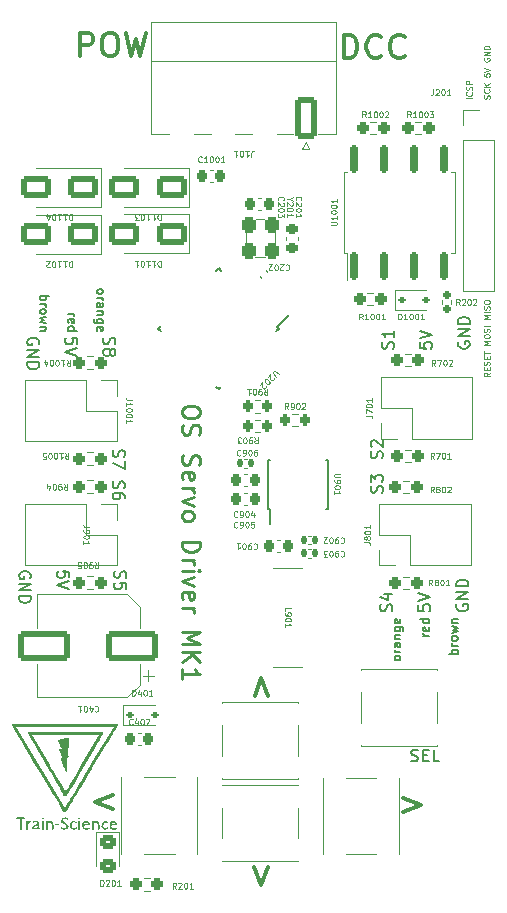
<source format=gbr>
%TF.GenerationSoftware,KiCad,Pcbnew,8.0.2*%
%TF.CreationDate,2024-10-12T15:01:18+02:00*%
%TF.ProjectId,OS-servoDriver,4f532d73-6572-4766-9f44-72697665722e,rev?*%
%TF.SameCoordinates,Original*%
%TF.FileFunction,Legend,Top*%
%TF.FilePolarity,Positive*%
%FSLAX46Y46*%
G04 Gerber Fmt 4.6, Leading zero omitted, Abs format (unit mm)*
G04 Created by KiCad (PCBNEW 8.0.2) date 2024-10-12 15:01:18*
%MOMM*%
%LPD*%
G01*
G04 APERTURE LIST*
G04 Aperture macros list*
%AMRoundRect*
0 Rectangle with rounded corners*
0 $1 Rounding radius*
0 $2 $3 $4 $5 $6 $7 $8 $9 X,Y pos of 4 corners*
0 Add a 4 corners polygon primitive as box body*
4,1,4,$2,$3,$4,$5,$6,$7,$8,$9,$2,$3,0*
0 Add four circle primitives for the rounded corners*
1,1,$1+$1,$2,$3*
1,1,$1+$1,$4,$5*
1,1,$1+$1,$6,$7*
1,1,$1+$1,$8,$9*
0 Add four rect primitives between the rounded corners*
20,1,$1+$1,$2,$3,$4,$5,0*
20,1,$1+$1,$4,$5,$6,$7,0*
20,1,$1+$1,$6,$7,$8,$9,0*
20,1,$1+$1,$8,$9,$2,$3,0*%
%AMRotRect*
0 Rectangle, with rotation*
0 The origin of the aperture is its center*
0 $1 length*
0 $2 width*
0 $3 Rotation angle, in degrees counterclockwise*
0 Add horizontal line*
21,1,$1,$2,0,0,$3*%
G04 Aperture macros list end*
%ADD10C,0.150000*%
%ADD11C,0.300000*%
%ADD12C,0.075000*%
%ADD13C,0.275000*%
%ADD14C,0.120000*%
%ADD15C,0.000000*%
%ADD16R,1.700000X1.700000*%
%ADD17O,1.700000X1.700000*%
%ADD18RoundRect,0.237500X-0.250000X-0.237500X0.250000X-0.237500X0.250000X0.237500X-0.250000X0.237500X0*%
%ADD19R,0.610000X1.910000*%
%ADD20R,1.550000X1.205000*%
%ADD21RoundRect,0.225000X-0.225000X-0.250000X0.225000X-0.250000X0.225000X0.250000X-0.225000X0.250000X0*%
%ADD22RoundRect,0.250000X-0.450000X0.325000X-0.450000X-0.325000X0.450000X-0.325000X0.450000X0.325000X0*%
%ADD23R,1.550000X1.300000*%
%ADD24RoundRect,0.140000X-0.219203X-0.021213X-0.021213X-0.219203X0.219203X0.021213X0.021213X0.219203X0*%
%ADD25C,3.200000*%
%ADD26R,1.300000X1.550000*%
%ADD27RoundRect,0.200000X0.200000X0.275000X-0.200000X0.275000X-0.200000X-0.275000X0.200000X-0.275000X0*%
%ADD28RoundRect,0.160000X-0.160000X0.197500X-0.160000X-0.197500X0.160000X-0.197500X0.160000X0.197500X0*%
%ADD29RoundRect,0.225000X-0.250000X0.225000X-0.250000X-0.225000X0.250000X-0.225000X0.250000X0.225000X0*%
%ADD30RoundRect,0.162500X0.162500X-1.012500X0.162500X1.012500X-0.162500X1.012500X-0.162500X-1.012500X0*%
%ADD31RoundRect,0.200000X-0.200000X-0.275000X0.200000X-0.275000X0.200000X0.275000X-0.200000X0.275000X0*%
%ADD32RoundRect,0.237500X0.250000X0.237500X-0.250000X0.237500X-0.250000X-0.237500X0.250000X-0.237500X0*%
%ADD33RoundRect,0.225000X0.225000X0.250000X-0.225000X0.250000X-0.225000X-0.250000X0.225000X-0.250000X0*%
%ADD34RotRect,1.600000X0.550000X225.000000*%
%ADD35RotRect,1.600000X0.550000X315.000000*%
%ADD36RoundRect,0.250000X1.000000X0.650000X-1.000000X0.650000X-1.000000X-0.650000X1.000000X-0.650000X0*%
%ADD37RoundRect,0.112500X-0.187500X-0.112500X0.187500X-0.112500X0.187500X0.112500X-0.187500X0.112500X0*%
%ADD38RoundRect,0.300000X0.300000X-0.400000X0.300000X0.400000X-0.300000X0.400000X-0.300000X-0.400000X0*%
%ADD39RoundRect,0.250000X0.650000X1.550000X-0.650000X1.550000X-0.650000X-1.550000X0.650000X-1.550000X0*%
%ADD40O,1.800000X3.600000*%
%ADD41RoundRect,0.140000X-0.140000X-0.170000X0.140000X-0.170000X0.140000X0.170000X-0.140000X0.170000X0*%
%ADD42R,2.600000X8.200000*%
%ADD43RoundRect,0.250000X1.950000X1.000000X-1.950000X1.000000X-1.950000X-1.000000X1.950000X-1.000000X0*%
G04 APERTURE END LIST*
D10*
X109192520Y-148371160D02*
X109144900Y-148514017D01*
X109144900Y-148514017D02*
X109144900Y-148752112D01*
X109144900Y-148752112D02*
X109192520Y-148847350D01*
X109192520Y-148847350D02*
X109240139Y-148894969D01*
X109240139Y-148894969D02*
X109335377Y-148942588D01*
X109335377Y-148942588D02*
X109430615Y-148942588D01*
X109430615Y-148942588D02*
X109525853Y-148894969D01*
X109525853Y-148894969D02*
X109573472Y-148847350D01*
X109573472Y-148847350D02*
X109621091Y-148752112D01*
X109621091Y-148752112D02*
X109668710Y-148561636D01*
X109668710Y-148561636D02*
X109716329Y-148466398D01*
X109716329Y-148466398D02*
X109763948Y-148418779D01*
X109763948Y-148418779D02*
X109859186Y-148371160D01*
X109859186Y-148371160D02*
X109954424Y-148371160D01*
X109954424Y-148371160D02*
X110049662Y-148418779D01*
X110049662Y-148418779D02*
X110097281Y-148466398D01*
X110097281Y-148466398D02*
X110144900Y-148561636D01*
X110144900Y-148561636D02*
X110144900Y-148799731D01*
X110144900Y-148799731D02*
X110097281Y-148942588D01*
X110144900Y-149847350D02*
X110144900Y-149371160D01*
X110144900Y-149371160D02*
X109668710Y-149323541D01*
X109668710Y-149323541D02*
X109716329Y-149371160D01*
X109716329Y-149371160D02*
X109763948Y-149466398D01*
X109763948Y-149466398D02*
X109763948Y-149704493D01*
X109763948Y-149704493D02*
X109716329Y-149799731D01*
X109716329Y-149799731D02*
X109668710Y-149847350D01*
X109668710Y-149847350D02*
X109573472Y-149894969D01*
X109573472Y-149894969D02*
X109335377Y-149894969D01*
X109335377Y-149894969D02*
X109240139Y-149847350D01*
X109240139Y-149847350D02*
X109192520Y-149799731D01*
X109192520Y-149799731D02*
X109144900Y-149704493D01*
X109144900Y-149704493D02*
X109144900Y-149466398D01*
X109144900Y-149466398D02*
X109192520Y-149371160D01*
X109192520Y-149371160D02*
X109240139Y-149323541D01*
X105315068Y-148894969D02*
X105315068Y-148418779D01*
X105315068Y-148418779D02*
X104838878Y-148371160D01*
X104838878Y-148371160D02*
X104886497Y-148418779D01*
X104886497Y-148418779D02*
X104934116Y-148514017D01*
X104934116Y-148514017D02*
X104934116Y-148752112D01*
X104934116Y-148752112D02*
X104886497Y-148847350D01*
X104886497Y-148847350D02*
X104838878Y-148894969D01*
X104838878Y-148894969D02*
X104743640Y-148942588D01*
X104743640Y-148942588D02*
X104505545Y-148942588D01*
X104505545Y-148942588D02*
X104410307Y-148894969D01*
X104410307Y-148894969D02*
X104362688Y-148847350D01*
X104362688Y-148847350D02*
X104315068Y-148752112D01*
X104315068Y-148752112D02*
X104315068Y-148514017D01*
X104315068Y-148514017D02*
X104362688Y-148418779D01*
X104362688Y-148418779D02*
X104410307Y-148371160D01*
X105315068Y-149228303D02*
X104315068Y-149561636D01*
X104315068Y-149561636D02*
X105315068Y-149894969D01*
X102047561Y-148942588D02*
X102095180Y-148847350D01*
X102095180Y-148847350D02*
X102095180Y-148704493D01*
X102095180Y-148704493D02*
X102047561Y-148561636D01*
X102047561Y-148561636D02*
X101952323Y-148466398D01*
X101952323Y-148466398D02*
X101857085Y-148418779D01*
X101857085Y-148418779D02*
X101666609Y-148371160D01*
X101666609Y-148371160D02*
X101523752Y-148371160D01*
X101523752Y-148371160D02*
X101333276Y-148418779D01*
X101333276Y-148418779D02*
X101238038Y-148466398D01*
X101238038Y-148466398D02*
X101142800Y-148561636D01*
X101142800Y-148561636D02*
X101095180Y-148704493D01*
X101095180Y-148704493D02*
X101095180Y-148799731D01*
X101095180Y-148799731D02*
X101142800Y-148942588D01*
X101142800Y-148942588D02*
X101190419Y-148990207D01*
X101190419Y-148990207D02*
X101523752Y-148990207D01*
X101523752Y-148990207D02*
X101523752Y-148799731D01*
X101095180Y-149418779D02*
X102095180Y-149418779D01*
X102095180Y-149418779D02*
X101095180Y-149990207D01*
X101095180Y-149990207D02*
X102095180Y-149990207D01*
X101095180Y-150466398D02*
X102095180Y-150466398D01*
X102095180Y-150466398D02*
X102095180Y-150704493D01*
X102095180Y-150704493D02*
X102047561Y-150847350D01*
X102047561Y-150847350D02*
X101952323Y-150942588D01*
X101952323Y-150942588D02*
X101857085Y-150990207D01*
X101857085Y-150990207D02*
X101666609Y-151037826D01*
X101666609Y-151037826D02*
X101523752Y-151037826D01*
X101523752Y-151037826D02*
X101333276Y-150990207D01*
X101333276Y-150990207D02*
X101238038Y-150942588D01*
X101238038Y-150942588D02*
X101142800Y-150847350D01*
X101142800Y-150847350D02*
X101095180Y-150704493D01*
X101095180Y-150704493D02*
X101095180Y-150466398D01*
X107672417Y-124635603D02*
X107708132Y-124564174D01*
X107708132Y-124564174D02*
X107743846Y-124528460D01*
X107743846Y-124528460D02*
X107815274Y-124492746D01*
X107815274Y-124492746D02*
X108029560Y-124492746D01*
X108029560Y-124492746D02*
X108100989Y-124528460D01*
X108100989Y-124528460D02*
X108136703Y-124564174D01*
X108136703Y-124564174D02*
X108172417Y-124635603D01*
X108172417Y-124635603D02*
X108172417Y-124742746D01*
X108172417Y-124742746D02*
X108136703Y-124814174D01*
X108136703Y-124814174D02*
X108100989Y-124849889D01*
X108100989Y-124849889D02*
X108029560Y-124885603D01*
X108029560Y-124885603D02*
X107815274Y-124885603D01*
X107815274Y-124885603D02*
X107743846Y-124849889D01*
X107743846Y-124849889D02*
X107708132Y-124814174D01*
X107708132Y-124814174D02*
X107672417Y-124742746D01*
X107672417Y-124742746D02*
X107672417Y-124635603D01*
X107672417Y-125207031D02*
X108172417Y-125207031D01*
X108029560Y-125207031D02*
X108100989Y-125242745D01*
X108100989Y-125242745D02*
X108136703Y-125278460D01*
X108136703Y-125278460D02*
X108172417Y-125349888D01*
X108172417Y-125349888D02*
X108172417Y-125421317D01*
X107672417Y-125992746D02*
X108065274Y-125992746D01*
X108065274Y-125992746D02*
X108136703Y-125957031D01*
X108136703Y-125957031D02*
X108172417Y-125885603D01*
X108172417Y-125885603D02*
X108172417Y-125742746D01*
X108172417Y-125742746D02*
X108136703Y-125671317D01*
X107708132Y-125992746D02*
X107672417Y-125921317D01*
X107672417Y-125921317D02*
X107672417Y-125742746D01*
X107672417Y-125742746D02*
X107708132Y-125671317D01*
X107708132Y-125671317D02*
X107779560Y-125635603D01*
X107779560Y-125635603D02*
X107850989Y-125635603D01*
X107850989Y-125635603D02*
X107922417Y-125671317D01*
X107922417Y-125671317D02*
X107958132Y-125742746D01*
X107958132Y-125742746D02*
X107958132Y-125921317D01*
X107958132Y-125921317D02*
X107993846Y-125992746D01*
X108172417Y-126349888D02*
X107672417Y-126349888D01*
X108100989Y-126349888D02*
X108136703Y-126385602D01*
X108136703Y-126385602D02*
X108172417Y-126457031D01*
X108172417Y-126457031D02*
X108172417Y-126564174D01*
X108172417Y-126564174D02*
X108136703Y-126635602D01*
X108136703Y-126635602D02*
X108065274Y-126671317D01*
X108065274Y-126671317D02*
X107672417Y-126671317D01*
X108172417Y-127349888D02*
X107565274Y-127349888D01*
X107565274Y-127349888D02*
X107493846Y-127314173D01*
X107493846Y-127314173D02*
X107458132Y-127278459D01*
X107458132Y-127278459D02*
X107422417Y-127207030D01*
X107422417Y-127207030D02*
X107422417Y-127099888D01*
X107422417Y-127099888D02*
X107458132Y-127028459D01*
X107708132Y-127349888D02*
X107672417Y-127278459D01*
X107672417Y-127278459D02*
X107672417Y-127135602D01*
X107672417Y-127135602D02*
X107708132Y-127064173D01*
X107708132Y-127064173D02*
X107743846Y-127028459D01*
X107743846Y-127028459D02*
X107815274Y-126992745D01*
X107815274Y-126992745D02*
X108029560Y-126992745D01*
X108029560Y-126992745D02*
X108100989Y-127028459D01*
X108100989Y-127028459D02*
X108136703Y-127064173D01*
X108136703Y-127064173D02*
X108172417Y-127135602D01*
X108172417Y-127135602D02*
X108172417Y-127278459D01*
X108172417Y-127278459D02*
X108136703Y-127349888D01*
X107708132Y-127992744D02*
X107672417Y-127921316D01*
X107672417Y-127921316D02*
X107672417Y-127778459D01*
X107672417Y-127778459D02*
X107708132Y-127707030D01*
X107708132Y-127707030D02*
X107779560Y-127671316D01*
X107779560Y-127671316D02*
X108065274Y-127671316D01*
X108065274Y-127671316D02*
X108136703Y-127707030D01*
X108136703Y-127707030D02*
X108172417Y-127778459D01*
X108172417Y-127778459D02*
X108172417Y-127921316D01*
X108172417Y-127921316D02*
X108136703Y-127992744D01*
X108136703Y-127992744D02*
X108065274Y-128028459D01*
X108065274Y-128028459D02*
X107993846Y-128028459D01*
X107993846Y-128028459D02*
X107922417Y-127671316D01*
X105257501Y-126564173D02*
X105757501Y-126564173D01*
X105614644Y-126564173D02*
X105686073Y-126599887D01*
X105686073Y-126599887D02*
X105721787Y-126635602D01*
X105721787Y-126635602D02*
X105757501Y-126707030D01*
X105757501Y-126707030D02*
X105757501Y-126778459D01*
X105293216Y-127314173D02*
X105257501Y-127242745D01*
X105257501Y-127242745D02*
X105257501Y-127099888D01*
X105257501Y-127099888D02*
X105293216Y-127028459D01*
X105293216Y-127028459D02*
X105364644Y-126992745D01*
X105364644Y-126992745D02*
X105650358Y-126992745D01*
X105650358Y-126992745D02*
X105721787Y-127028459D01*
X105721787Y-127028459D02*
X105757501Y-127099888D01*
X105757501Y-127099888D02*
X105757501Y-127242745D01*
X105757501Y-127242745D02*
X105721787Y-127314173D01*
X105721787Y-127314173D02*
X105650358Y-127349888D01*
X105650358Y-127349888D02*
X105578930Y-127349888D01*
X105578930Y-127349888D02*
X105507501Y-126992745D01*
X105257501Y-127992745D02*
X106007501Y-127992745D01*
X105293216Y-127992745D02*
X105257501Y-127921316D01*
X105257501Y-127921316D02*
X105257501Y-127778459D01*
X105257501Y-127778459D02*
X105293216Y-127707030D01*
X105293216Y-127707030D02*
X105328930Y-127671316D01*
X105328930Y-127671316D02*
X105400358Y-127635602D01*
X105400358Y-127635602D02*
X105614644Y-127635602D01*
X105614644Y-127635602D02*
X105686073Y-127671316D01*
X105686073Y-127671316D02*
X105721787Y-127707030D01*
X105721787Y-127707030D02*
X105757501Y-127778459D01*
X105757501Y-127778459D02*
X105757501Y-127921316D01*
X105757501Y-127921316D02*
X105721787Y-127992745D01*
X102842585Y-125064174D02*
X103592585Y-125064174D01*
X103306871Y-125064174D02*
X103342585Y-125135603D01*
X103342585Y-125135603D02*
X103342585Y-125278460D01*
X103342585Y-125278460D02*
X103306871Y-125349888D01*
X103306871Y-125349888D02*
X103271157Y-125385603D01*
X103271157Y-125385603D02*
X103199728Y-125421317D01*
X103199728Y-125421317D02*
X102985442Y-125421317D01*
X102985442Y-125421317D02*
X102914014Y-125385603D01*
X102914014Y-125385603D02*
X102878300Y-125349888D01*
X102878300Y-125349888D02*
X102842585Y-125278460D01*
X102842585Y-125278460D02*
X102842585Y-125135603D01*
X102842585Y-125135603D02*
X102878300Y-125064174D01*
X102842585Y-125742745D02*
X103342585Y-125742745D01*
X103199728Y-125742745D02*
X103271157Y-125778459D01*
X103271157Y-125778459D02*
X103306871Y-125814174D01*
X103306871Y-125814174D02*
X103342585Y-125885602D01*
X103342585Y-125885602D02*
X103342585Y-125957031D01*
X102842585Y-126314174D02*
X102878300Y-126242745D01*
X102878300Y-126242745D02*
X102914014Y-126207031D01*
X102914014Y-126207031D02*
X102985442Y-126171317D01*
X102985442Y-126171317D02*
X103199728Y-126171317D01*
X103199728Y-126171317D02*
X103271157Y-126207031D01*
X103271157Y-126207031D02*
X103306871Y-126242745D01*
X103306871Y-126242745D02*
X103342585Y-126314174D01*
X103342585Y-126314174D02*
X103342585Y-126421317D01*
X103342585Y-126421317D02*
X103306871Y-126492745D01*
X103306871Y-126492745D02*
X103271157Y-126528460D01*
X103271157Y-126528460D02*
X103199728Y-126564174D01*
X103199728Y-126564174D02*
X102985442Y-126564174D01*
X102985442Y-126564174D02*
X102914014Y-126528460D01*
X102914014Y-126528460D02*
X102878300Y-126492745D01*
X102878300Y-126492745D02*
X102842585Y-126421317D01*
X102842585Y-126421317D02*
X102842585Y-126314174D01*
X103342585Y-126814173D02*
X102842585Y-126957031D01*
X102842585Y-126957031D02*
X103199728Y-127099888D01*
X103199728Y-127099888D02*
X102842585Y-127242745D01*
X102842585Y-127242745D02*
X103342585Y-127385602D01*
X103342585Y-127671316D02*
X102842585Y-127671316D01*
X103271157Y-127671316D02*
X103306871Y-127707030D01*
X103306871Y-127707030D02*
X103342585Y-127778459D01*
X103342585Y-127778459D02*
X103342585Y-127885602D01*
X103342585Y-127885602D02*
X103306871Y-127957030D01*
X103306871Y-127957030D02*
X103235442Y-127992745D01*
X103235442Y-127992745D02*
X102842585Y-127992745D01*
D11*
X109051895Y-167316304D02*
X107528085Y-167887733D01*
X107528085Y-167887733D02*
X109051895Y-168459161D01*
D12*
X140934909Y-131545896D02*
X140696814Y-131712562D01*
X140934909Y-131831610D02*
X140434909Y-131831610D01*
X140434909Y-131831610D02*
X140434909Y-131641134D01*
X140434909Y-131641134D02*
X140458719Y-131593515D01*
X140458719Y-131593515D02*
X140482528Y-131569705D01*
X140482528Y-131569705D02*
X140530147Y-131545896D01*
X140530147Y-131545896D02*
X140601576Y-131545896D01*
X140601576Y-131545896D02*
X140649195Y-131569705D01*
X140649195Y-131569705D02*
X140673004Y-131593515D01*
X140673004Y-131593515D02*
X140696814Y-131641134D01*
X140696814Y-131641134D02*
X140696814Y-131831610D01*
X140673004Y-131331610D02*
X140673004Y-131164943D01*
X140934909Y-131093515D02*
X140934909Y-131331610D01*
X140934909Y-131331610D02*
X140434909Y-131331610D01*
X140434909Y-131331610D02*
X140434909Y-131093515D01*
X140911100Y-130903038D02*
X140934909Y-130831610D01*
X140934909Y-130831610D02*
X140934909Y-130712562D01*
X140934909Y-130712562D02*
X140911100Y-130664943D01*
X140911100Y-130664943D02*
X140887290Y-130641134D01*
X140887290Y-130641134D02*
X140839671Y-130617324D01*
X140839671Y-130617324D02*
X140792052Y-130617324D01*
X140792052Y-130617324D02*
X140744433Y-130641134D01*
X140744433Y-130641134D02*
X140720623Y-130664943D01*
X140720623Y-130664943D02*
X140696814Y-130712562D01*
X140696814Y-130712562D02*
X140673004Y-130807800D01*
X140673004Y-130807800D02*
X140649195Y-130855419D01*
X140649195Y-130855419D02*
X140625385Y-130879229D01*
X140625385Y-130879229D02*
X140577766Y-130903038D01*
X140577766Y-130903038D02*
X140530147Y-130903038D01*
X140530147Y-130903038D02*
X140482528Y-130879229D01*
X140482528Y-130879229D02*
X140458719Y-130855419D01*
X140458719Y-130855419D02*
X140434909Y-130807800D01*
X140434909Y-130807800D02*
X140434909Y-130688753D01*
X140434909Y-130688753D02*
X140458719Y-130617324D01*
X140673004Y-130403039D02*
X140673004Y-130236372D01*
X140934909Y-130164944D02*
X140934909Y-130403039D01*
X140934909Y-130403039D02*
X140434909Y-130403039D01*
X140434909Y-130403039D02*
X140434909Y-130164944D01*
X140434909Y-130022086D02*
X140434909Y-129736372D01*
X140934909Y-129879229D02*
X140434909Y-129879229D01*
X140934909Y-129188754D02*
X140434909Y-129188754D01*
X140434909Y-129188754D02*
X140792052Y-129022087D01*
X140792052Y-129022087D02*
X140434909Y-128855421D01*
X140434909Y-128855421D02*
X140934909Y-128855421D01*
X140434909Y-128522087D02*
X140434909Y-128426849D01*
X140434909Y-128426849D02*
X140458719Y-128379230D01*
X140458719Y-128379230D02*
X140506338Y-128331611D01*
X140506338Y-128331611D02*
X140601576Y-128307801D01*
X140601576Y-128307801D02*
X140768242Y-128307801D01*
X140768242Y-128307801D02*
X140863480Y-128331611D01*
X140863480Y-128331611D02*
X140911100Y-128379230D01*
X140911100Y-128379230D02*
X140934909Y-128426849D01*
X140934909Y-128426849D02*
X140934909Y-128522087D01*
X140934909Y-128522087D02*
X140911100Y-128569706D01*
X140911100Y-128569706D02*
X140863480Y-128617325D01*
X140863480Y-128617325D02*
X140768242Y-128641134D01*
X140768242Y-128641134D02*
X140601576Y-128641134D01*
X140601576Y-128641134D02*
X140506338Y-128617325D01*
X140506338Y-128617325D02*
X140458719Y-128569706D01*
X140458719Y-128569706D02*
X140434909Y-128522087D01*
X140911100Y-128117324D02*
X140934909Y-128045896D01*
X140934909Y-128045896D02*
X140934909Y-127926848D01*
X140934909Y-127926848D02*
X140911100Y-127879229D01*
X140911100Y-127879229D02*
X140887290Y-127855420D01*
X140887290Y-127855420D02*
X140839671Y-127831610D01*
X140839671Y-127831610D02*
X140792052Y-127831610D01*
X140792052Y-127831610D02*
X140744433Y-127855420D01*
X140744433Y-127855420D02*
X140720623Y-127879229D01*
X140720623Y-127879229D02*
X140696814Y-127926848D01*
X140696814Y-127926848D02*
X140673004Y-128022086D01*
X140673004Y-128022086D02*
X140649195Y-128069705D01*
X140649195Y-128069705D02*
X140625385Y-128093515D01*
X140625385Y-128093515D02*
X140577766Y-128117324D01*
X140577766Y-128117324D02*
X140530147Y-128117324D01*
X140530147Y-128117324D02*
X140482528Y-128093515D01*
X140482528Y-128093515D02*
X140458719Y-128069705D01*
X140458719Y-128069705D02*
X140434909Y-128022086D01*
X140434909Y-128022086D02*
X140434909Y-127903039D01*
X140434909Y-127903039D02*
X140458719Y-127831610D01*
X140934909Y-127617325D02*
X140434909Y-127617325D01*
X140934909Y-126998278D02*
X140434909Y-126998278D01*
X140434909Y-126998278D02*
X140792052Y-126831611D01*
X140792052Y-126831611D02*
X140434909Y-126664945D01*
X140434909Y-126664945D02*
X140934909Y-126664945D01*
X140934909Y-126426849D02*
X140434909Y-126426849D01*
X140911100Y-126212563D02*
X140934909Y-126141135D01*
X140934909Y-126141135D02*
X140934909Y-126022087D01*
X140934909Y-126022087D02*
X140911100Y-125974468D01*
X140911100Y-125974468D02*
X140887290Y-125950659D01*
X140887290Y-125950659D02*
X140839671Y-125926849D01*
X140839671Y-125926849D02*
X140792052Y-125926849D01*
X140792052Y-125926849D02*
X140744433Y-125950659D01*
X140744433Y-125950659D02*
X140720623Y-125974468D01*
X140720623Y-125974468D02*
X140696814Y-126022087D01*
X140696814Y-126022087D02*
X140673004Y-126117325D01*
X140673004Y-126117325D02*
X140649195Y-126164944D01*
X140649195Y-126164944D02*
X140625385Y-126188754D01*
X140625385Y-126188754D02*
X140577766Y-126212563D01*
X140577766Y-126212563D02*
X140530147Y-126212563D01*
X140530147Y-126212563D02*
X140482528Y-126188754D01*
X140482528Y-126188754D02*
X140458719Y-126164944D01*
X140458719Y-126164944D02*
X140434909Y-126117325D01*
X140434909Y-126117325D02*
X140434909Y-125998278D01*
X140434909Y-125998278D02*
X140458719Y-125926849D01*
X140434909Y-125617326D02*
X140434909Y-125522088D01*
X140434909Y-125522088D02*
X140458719Y-125474469D01*
X140458719Y-125474469D02*
X140506338Y-125426850D01*
X140506338Y-125426850D02*
X140601576Y-125403040D01*
X140601576Y-125403040D02*
X140768242Y-125403040D01*
X140768242Y-125403040D02*
X140863480Y-125426850D01*
X140863480Y-125426850D02*
X140911100Y-125474469D01*
X140911100Y-125474469D02*
X140934909Y-125522088D01*
X140934909Y-125522088D02*
X140934909Y-125617326D01*
X140934909Y-125617326D02*
X140911100Y-125664945D01*
X140911100Y-125664945D02*
X140863480Y-125712564D01*
X140863480Y-125712564D02*
X140768242Y-125736373D01*
X140768242Y-125736373D02*
X140601576Y-125736373D01*
X140601576Y-125736373D02*
X140506338Y-125712564D01*
X140506338Y-125712564D02*
X140458719Y-125664945D01*
X140458719Y-125664945D02*
X140434909Y-125617326D01*
D11*
X128582558Y-104939638D02*
X128582558Y-102939638D01*
X128582558Y-102939638D02*
X129058748Y-102939638D01*
X129058748Y-102939638D02*
X129344463Y-103034876D01*
X129344463Y-103034876D02*
X129534939Y-103225352D01*
X129534939Y-103225352D02*
X129630177Y-103415828D01*
X129630177Y-103415828D02*
X129725415Y-103796780D01*
X129725415Y-103796780D02*
X129725415Y-104082495D01*
X129725415Y-104082495D02*
X129630177Y-104463447D01*
X129630177Y-104463447D02*
X129534939Y-104653923D01*
X129534939Y-104653923D02*
X129344463Y-104844400D01*
X129344463Y-104844400D02*
X129058748Y-104939638D01*
X129058748Y-104939638D02*
X128582558Y-104939638D01*
X131725415Y-104749161D02*
X131630177Y-104844400D01*
X131630177Y-104844400D02*
X131344463Y-104939638D01*
X131344463Y-104939638D02*
X131153987Y-104939638D01*
X131153987Y-104939638D02*
X130868272Y-104844400D01*
X130868272Y-104844400D02*
X130677796Y-104653923D01*
X130677796Y-104653923D02*
X130582558Y-104463447D01*
X130582558Y-104463447D02*
X130487320Y-104082495D01*
X130487320Y-104082495D02*
X130487320Y-103796780D01*
X130487320Y-103796780D02*
X130582558Y-103415828D01*
X130582558Y-103415828D02*
X130677796Y-103225352D01*
X130677796Y-103225352D02*
X130868272Y-103034876D01*
X130868272Y-103034876D02*
X131153987Y-102939638D01*
X131153987Y-102939638D02*
X131344463Y-102939638D01*
X131344463Y-102939638D02*
X131630177Y-103034876D01*
X131630177Y-103034876D02*
X131725415Y-103130114D01*
X133725415Y-104749161D02*
X133630177Y-104844400D01*
X133630177Y-104844400D02*
X133344463Y-104939638D01*
X133344463Y-104939638D02*
X133153987Y-104939638D01*
X133153987Y-104939638D02*
X132868272Y-104844400D01*
X132868272Y-104844400D02*
X132677796Y-104653923D01*
X132677796Y-104653923D02*
X132582558Y-104463447D01*
X132582558Y-104463447D02*
X132487320Y-104082495D01*
X132487320Y-104082495D02*
X132487320Y-103796780D01*
X132487320Y-103796780D02*
X132582558Y-103415828D01*
X132582558Y-103415828D02*
X132677796Y-103225352D01*
X132677796Y-103225352D02*
X132868272Y-103034876D01*
X132868272Y-103034876D02*
X133153987Y-102939638D01*
X133153987Y-102939638D02*
X133344463Y-102939638D01*
X133344463Y-102939638D02*
X133630177Y-103034876D01*
X133630177Y-103034876D02*
X133725415Y-103130114D01*
D10*
X131824200Y-141710839D02*
X131871819Y-141567982D01*
X131871819Y-141567982D02*
X131871819Y-141329887D01*
X131871819Y-141329887D02*
X131824200Y-141234649D01*
X131824200Y-141234649D02*
X131776580Y-141187030D01*
X131776580Y-141187030D02*
X131681342Y-141139411D01*
X131681342Y-141139411D02*
X131586104Y-141139411D01*
X131586104Y-141139411D02*
X131490866Y-141187030D01*
X131490866Y-141187030D02*
X131443247Y-141234649D01*
X131443247Y-141234649D02*
X131395628Y-141329887D01*
X131395628Y-141329887D02*
X131348009Y-141520363D01*
X131348009Y-141520363D02*
X131300390Y-141615601D01*
X131300390Y-141615601D02*
X131252771Y-141663220D01*
X131252771Y-141663220D02*
X131157533Y-141710839D01*
X131157533Y-141710839D02*
X131062295Y-141710839D01*
X131062295Y-141710839D02*
X130967057Y-141663220D01*
X130967057Y-141663220D02*
X130919438Y-141615601D01*
X130919438Y-141615601D02*
X130871819Y-141520363D01*
X130871819Y-141520363D02*
X130871819Y-141282268D01*
X130871819Y-141282268D02*
X130919438Y-141139411D01*
X130871819Y-140806077D02*
X130871819Y-140187030D01*
X130871819Y-140187030D02*
X131252771Y-140520363D01*
X131252771Y-140520363D02*
X131252771Y-140377506D01*
X131252771Y-140377506D02*
X131300390Y-140282268D01*
X131300390Y-140282268D02*
X131348009Y-140234649D01*
X131348009Y-140234649D02*
X131443247Y-140187030D01*
X131443247Y-140187030D02*
X131681342Y-140187030D01*
X131681342Y-140187030D02*
X131776580Y-140234649D01*
X131776580Y-140234649D02*
X131824200Y-140282268D01*
X131824200Y-140282268D02*
X131871819Y-140377506D01*
X131871819Y-140377506D02*
X131871819Y-140663220D01*
X131871819Y-140663220D02*
X131824200Y-140758458D01*
X131824200Y-140758458D02*
X131776580Y-140806077D01*
X131824200Y-138789839D02*
X131871819Y-138646982D01*
X131871819Y-138646982D02*
X131871819Y-138408887D01*
X131871819Y-138408887D02*
X131824200Y-138313649D01*
X131824200Y-138313649D02*
X131776580Y-138266030D01*
X131776580Y-138266030D02*
X131681342Y-138218411D01*
X131681342Y-138218411D02*
X131586104Y-138218411D01*
X131586104Y-138218411D02*
X131490866Y-138266030D01*
X131490866Y-138266030D02*
X131443247Y-138313649D01*
X131443247Y-138313649D02*
X131395628Y-138408887D01*
X131395628Y-138408887D02*
X131348009Y-138599363D01*
X131348009Y-138599363D02*
X131300390Y-138694601D01*
X131300390Y-138694601D02*
X131252771Y-138742220D01*
X131252771Y-138742220D02*
X131157533Y-138789839D01*
X131157533Y-138789839D02*
X131062295Y-138789839D01*
X131062295Y-138789839D02*
X130967057Y-138742220D01*
X130967057Y-138742220D02*
X130919438Y-138694601D01*
X130919438Y-138694601D02*
X130871819Y-138599363D01*
X130871819Y-138599363D02*
X130871819Y-138361268D01*
X130871819Y-138361268D02*
X130919438Y-138218411D01*
X130967057Y-137837458D02*
X130919438Y-137789839D01*
X130919438Y-137789839D02*
X130871819Y-137694601D01*
X130871819Y-137694601D02*
X130871819Y-137456506D01*
X130871819Y-137456506D02*
X130919438Y-137361268D01*
X130919438Y-137361268D02*
X130967057Y-137313649D01*
X130967057Y-137313649D02*
X131062295Y-137266030D01*
X131062295Y-137266030D02*
X131157533Y-137266030D01*
X131157533Y-137266030D02*
X131300390Y-137313649D01*
X131300390Y-137313649D02*
X131871819Y-137885077D01*
X131871819Y-137885077D02*
X131871819Y-137266030D01*
X133373582Y-155780396D02*
X133337868Y-155851825D01*
X133337868Y-155851825D02*
X133302153Y-155887539D01*
X133302153Y-155887539D02*
X133230725Y-155923253D01*
X133230725Y-155923253D02*
X133016439Y-155923253D01*
X133016439Y-155923253D02*
X132945010Y-155887539D01*
X132945010Y-155887539D02*
X132909296Y-155851825D01*
X132909296Y-155851825D02*
X132873582Y-155780396D01*
X132873582Y-155780396D02*
X132873582Y-155673253D01*
X132873582Y-155673253D02*
X132909296Y-155601825D01*
X132909296Y-155601825D02*
X132945010Y-155566111D01*
X132945010Y-155566111D02*
X133016439Y-155530396D01*
X133016439Y-155530396D02*
X133230725Y-155530396D01*
X133230725Y-155530396D02*
X133302153Y-155566111D01*
X133302153Y-155566111D02*
X133337868Y-155601825D01*
X133337868Y-155601825D02*
X133373582Y-155673253D01*
X133373582Y-155673253D02*
X133373582Y-155780396D01*
X133373582Y-155208968D02*
X132873582Y-155208968D01*
X133016439Y-155208968D02*
X132945010Y-155173254D01*
X132945010Y-155173254D02*
X132909296Y-155137540D01*
X132909296Y-155137540D02*
X132873582Y-155066111D01*
X132873582Y-155066111D02*
X132873582Y-154994682D01*
X133373582Y-154423254D02*
X132980725Y-154423254D01*
X132980725Y-154423254D02*
X132909296Y-154458968D01*
X132909296Y-154458968D02*
X132873582Y-154530396D01*
X132873582Y-154530396D02*
X132873582Y-154673254D01*
X132873582Y-154673254D02*
X132909296Y-154744682D01*
X133337868Y-154423254D02*
X133373582Y-154494682D01*
X133373582Y-154494682D02*
X133373582Y-154673254D01*
X133373582Y-154673254D02*
X133337868Y-154744682D01*
X133337868Y-154744682D02*
X133266439Y-154780396D01*
X133266439Y-154780396D02*
X133195010Y-154780396D01*
X133195010Y-154780396D02*
X133123582Y-154744682D01*
X133123582Y-154744682D02*
X133087868Y-154673254D01*
X133087868Y-154673254D02*
X133087868Y-154494682D01*
X133087868Y-154494682D02*
X133052153Y-154423254D01*
X132873582Y-154066111D02*
X133373582Y-154066111D01*
X132945010Y-154066111D02*
X132909296Y-154030397D01*
X132909296Y-154030397D02*
X132873582Y-153958968D01*
X132873582Y-153958968D02*
X132873582Y-153851825D01*
X132873582Y-153851825D02*
X132909296Y-153780397D01*
X132909296Y-153780397D02*
X132980725Y-153744683D01*
X132980725Y-153744683D02*
X133373582Y-153744683D01*
X132873582Y-153066112D02*
X133480725Y-153066112D01*
X133480725Y-153066112D02*
X133552153Y-153101826D01*
X133552153Y-153101826D02*
X133587868Y-153137540D01*
X133587868Y-153137540D02*
X133623582Y-153208969D01*
X133623582Y-153208969D02*
X133623582Y-153316112D01*
X133623582Y-153316112D02*
X133587868Y-153387540D01*
X133337868Y-153066112D02*
X133373582Y-153137540D01*
X133373582Y-153137540D02*
X133373582Y-153280397D01*
X133373582Y-153280397D02*
X133337868Y-153351826D01*
X133337868Y-153351826D02*
X133302153Y-153387540D01*
X133302153Y-153387540D02*
X133230725Y-153423254D01*
X133230725Y-153423254D02*
X133016439Y-153423254D01*
X133016439Y-153423254D02*
X132945010Y-153387540D01*
X132945010Y-153387540D02*
X132909296Y-153351826D01*
X132909296Y-153351826D02*
X132873582Y-153280397D01*
X132873582Y-153280397D02*
X132873582Y-153137540D01*
X132873582Y-153137540D02*
X132909296Y-153066112D01*
X133337868Y-152423255D02*
X133373582Y-152494683D01*
X133373582Y-152494683D02*
X133373582Y-152637541D01*
X133373582Y-152637541D02*
X133337868Y-152708969D01*
X133337868Y-152708969D02*
X133266439Y-152744683D01*
X133266439Y-152744683D02*
X132980725Y-152744683D01*
X132980725Y-152744683D02*
X132909296Y-152708969D01*
X132909296Y-152708969D02*
X132873582Y-152637541D01*
X132873582Y-152637541D02*
X132873582Y-152494683D01*
X132873582Y-152494683D02*
X132909296Y-152423255D01*
X132909296Y-152423255D02*
X132980725Y-152387541D01*
X132980725Y-152387541D02*
X133052153Y-152387541D01*
X133052153Y-152387541D02*
X133123582Y-152744683D01*
X135788498Y-153851826D02*
X135288498Y-153851826D01*
X135431355Y-153851826D02*
X135359926Y-153816112D01*
X135359926Y-153816112D02*
X135324212Y-153780398D01*
X135324212Y-153780398D02*
X135288498Y-153708969D01*
X135288498Y-153708969D02*
X135288498Y-153637540D01*
X135752784Y-153101826D02*
X135788498Y-153173254D01*
X135788498Y-153173254D02*
X135788498Y-153316112D01*
X135788498Y-153316112D02*
X135752784Y-153387540D01*
X135752784Y-153387540D02*
X135681355Y-153423254D01*
X135681355Y-153423254D02*
X135395641Y-153423254D01*
X135395641Y-153423254D02*
X135324212Y-153387540D01*
X135324212Y-153387540D02*
X135288498Y-153316112D01*
X135288498Y-153316112D02*
X135288498Y-153173254D01*
X135288498Y-153173254D02*
X135324212Y-153101826D01*
X135324212Y-153101826D02*
X135395641Y-153066112D01*
X135395641Y-153066112D02*
X135467069Y-153066112D01*
X135467069Y-153066112D02*
X135538498Y-153423254D01*
X135788498Y-152423255D02*
X135038498Y-152423255D01*
X135752784Y-152423255D02*
X135788498Y-152494683D01*
X135788498Y-152494683D02*
X135788498Y-152637540D01*
X135788498Y-152637540D02*
X135752784Y-152708969D01*
X135752784Y-152708969D02*
X135717069Y-152744683D01*
X135717069Y-152744683D02*
X135645641Y-152780397D01*
X135645641Y-152780397D02*
X135431355Y-152780397D01*
X135431355Y-152780397D02*
X135359926Y-152744683D01*
X135359926Y-152744683D02*
X135324212Y-152708969D01*
X135324212Y-152708969D02*
X135288498Y-152637540D01*
X135288498Y-152637540D02*
X135288498Y-152494683D01*
X135288498Y-152494683D02*
X135324212Y-152423255D01*
X138203414Y-155351825D02*
X137453414Y-155351825D01*
X137739128Y-155351825D02*
X137703414Y-155280397D01*
X137703414Y-155280397D02*
X137703414Y-155137539D01*
X137703414Y-155137539D02*
X137739128Y-155066111D01*
X137739128Y-155066111D02*
X137774842Y-155030397D01*
X137774842Y-155030397D02*
X137846271Y-154994682D01*
X137846271Y-154994682D02*
X138060557Y-154994682D01*
X138060557Y-154994682D02*
X138131985Y-155030397D01*
X138131985Y-155030397D02*
X138167700Y-155066111D01*
X138167700Y-155066111D02*
X138203414Y-155137539D01*
X138203414Y-155137539D02*
X138203414Y-155280397D01*
X138203414Y-155280397D02*
X138167700Y-155351825D01*
X138203414Y-154673254D02*
X137703414Y-154673254D01*
X137846271Y-154673254D02*
X137774842Y-154637540D01*
X137774842Y-154637540D02*
X137739128Y-154601826D01*
X137739128Y-154601826D02*
X137703414Y-154530397D01*
X137703414Y-154530397D02*
X137703414Y-154458968D01*
X138203414Y-154101825D02*
X138167700Y-154173254D01*
X138167700Y-154173254D02*
X138131985Y-154208968D01*
X138131985Y-154208968D02*
X138060557Y-154244682D01*
X138060557Y-154244682D02*
X137846271Y-154244682D01*
X137846271Y-154244682D02*
X137774842Y-154208968D01*
X137774842Y-154208968D02*
X137739128Y-154173254D01*
X137739128Y-154173254D02*
X137703414Y-154101825D01*
X137703414Y-154101825D02*
X137703414Y-153994682D01*
X137703414Y-153994682D02*
X137739128Y-153923254D01*
X137739128Y-153923254D02*
X137774842Y-153887540D01*
X137774842Y-153887540D02*
X137846271Y-153851825D01*
X137846271Y-153851825D02*
X138060557Y-153851825D01*
X138060557Y-153851825D02*
X138131985Y-153887540D01*
X138131985Y-153887540D02*
X138167700Y-153923254D01*
X138167700Y-153923254D02*
X138203414Y-153994682D01*
X138203414Y-153994682D02*
X138203414Y-154101825D01*
X137703414Y-153601826D02*
X138203414Y-153458969D01*
X138203414Y-153458969D02*
X137846271Y-153316111D01*
X137846271Y-153316111D02*
X138203414Y-153173254D01*
X138203414Y-153173254D02*
X137703414Y-153030397D01*
X137703414Y-152744683D02*
X138203414Y-152744683D01*
X137774842Y-152744683D02*
X137739128Y-152708969D01*
X137739128Y-152708969D02*
X137703414Y-152637540D01*
X137703414Y-152637540D02*
X137703414Y-152530397D01*
X137703414Y-152530397D02*
X137739128Y-152458969D01*
X137739128Y-152458969D02*
X137810557Y-152423255D01*
X137810557Y-152423255D02*
X138203414Y-152423255D01*
D13*
X116378871Y-134735653D02*
X116378871Y-135021367D01*
X116378871Y-135021367D02*
X116307442Y-135164224D01*
X116307442Y-135164224D02*
X116164585Y-135307081D01*
X116164585Y-135307081D02*
X115878871Y-135378510D01*
X115878871Y-135378510D02*
X115378871Y-135378510D01*
X115378871Y-135378510D02*
X115093157Y-135307081D01*
X115093157Y-135307081D02*
X114950300Y-135164224D01*
X114950300Y-135164224D02*
X114878871Y-135021367D01*
X114878871Y-135021367D02*
X114878871Y-134735653D01*
X114878871Y-134735653D02*
X114950300Y-134592796D01*
X114950300Y-134592796D02*
X115093157Y-134449938D01*
X115093157Y-134449938D02*
X115378871Y-134378510D01*
X115378871Y-134378510D02*
X115878871Y-134378510D01*
X115878871Y-134378510D02*
X116164585Y-134449938D01*
X116164585Y-134449938D02*
X116307442Y-134592796D01*
X116307442Y-134592796D02*
X116378871Y-134735653D01*
X114950300Y-135949939D02*
X114878871Y-136164225D01*
X114878871Y-136164225D02*
X114878871Y-136521367D01*
X114878871Y-136521367D02*
X114950300Y-136664225D01*
X114950300Y-136664225D02*
X115021728Y-136735653D01*
X115021728Y-136735653D02*
X115164585Y-136807082D01*
X115164585Y-136807082D02*
X115307442Y-136807082D01*
X115307442Y-136807082D02*
X115450300Y-136735653D01*
X115450300Y-136735653D02*
X115521728Y-136664225D01*
X115521728Y-136664225D02*
X115593157Y-136521367D01*
X115593157Y-136521367D02*
X115664585Y-136235653D01*
X115664585Y-136235653D02*
X115736014Y-136092796D01*
X115736014Y-136092796D02*
X115807442Y-136021367D01*
X115807442Y-136021367D02*
X115950300Y-135949939D01*
X115950300Y-135949939D02*
X116093157Y-135949939D01*
X116093157Y-135949939D02*
X116236014Y-136021367D01*
X116236014Y-136021367D02*
X116307442Y-136092796D01*
X116307442Y-136092796D02*
X116378871Y-136235653D01*
X116378871Y-136235653D02*
X116378871Y-136592796D01*
X116378871Y-136592796D02*
X116307442Y-136807082D01*
X114950300Y-138521367D02*
X114878871Y-138735653D01*
X114878871Y-138735653D02*
X114878871Y-139092795D01*
X114878871Y-139092795D02*
X114950300Y-139235653D01*
X114950300Y-139235653D02*
X115021728Y-139307081D01*
X115021728Y-139307081D02*
X115164585Y-139378510D01*
X115164585Y-139378510D02*
X115307442Y-139378510D01*
X115307442Y-139378510D02*
X115450300Y-139307081D01*
X115450300Y-139307081D02*
X115521728Y-139235653D01*
X115521728Y-139235653D02*
X115593157Y-139092795D01*
X115593157Y-139092795D02*
X115664585Y-138807081D01*
X115664585Y-138807081D02*
X115736014Y-138664224D01*
X115736014Y-138664224D02*
X115807442Y-138592795D01*
X115807442Y-138592795D02*
X115950300Y-138521367D01*
X115950300Y-138521367D02*
X116093157Y-138521367D01*
X116093157Y-138521367D02*
X116236014Y-138592795D01*
X116236014Y-138592795D02*
X116307442Y-138664224D01*
X116307442Y-138664224D02*
X116378871Y-138807081D01*
X116378871Y-138807081D02*
X116378871Y-139164224D01*
X116378871Y-139164224D02*
X116307442Y-139378510D01*
X114950300Y-140592795D02*
X114878871Y-140449938D01*
X114878871Y-140449938D02*
X114878871Y-140164224D01*
X114878871Y-140164224D02*
X114950300Y-140021366D01*
X114950300Y-140021366D02*
X115093157Y-139949938D01*
X115093157Y-139949938D02*
X115664585Y-139949938D01*
X115664585Y-139949938D02*
X115807442Y-140021366D01*
X115807442Y-140021366D02*
X115878871Y-140164224D01*
X115878871Y-140164224D02*
X115878871Y-140449938D01*
X115878871Y-140449938D02*
X115807442Y-140592795D01*
X115807442Y-140592795D02*
X115664585Y-140664224D01*
X115664585Y-140664224D02*
X115521728Y-140664224D01*
X115521728Y-140664224D02*
X115378871Y-139949938D01*
X114878871Y-141307080D02*
X115878871Y-141307080D01*
X115593157Y-141307080D02*
X115736014Y-141378509D01*
X115736014Y-141378509D02*
X115807442Y-141449938D01*
X115807442Y-141449938D02*
X115878871Y-141592795D01*
X115878871Y-141592795D02*
X115878871Y-141735652D01*
X115878871Y-142092794D02*
X114878871Y-142449937D01*
X114878871Y-142449937D02*
X115878871Y-142807080D01*
X114878871Y-143592794D02*
X114950300Y-143449937D01*
X114950300Y-143449937D02*
X115021728Y-143378508D01*
X115021728Y-143378508D02*
X115164585Y-143307080D01*
X115164585Y-143307080D02*
X115593157Y-143307080D01*
X115593157Y-143307080D02*
X115736014Y-143378508D01*
X115736014Y-143378508D02*
X115807442Y-143449937D01*
X115807442Y-143449937D02*
X115878871Y-143592794D01*
X115878871Y-143592794D02*
X115878871Y-143807080D01*
X115878871Y-143807080D02*
X115807442Y-143949937D01*
X115807442Y-143949937D02*
X115736014Y-144021366D01*
X115736014Y-144021366D02*
X115593157Y-144092794D01*
X115593157Y-144092794D02*
X115164585Y-144092794D01*
X115164585Y-144092794D02*
X115021728Y-144021366D01*
X115021728Y-144021366D02*
X114950300Y-143949937D01*
X114950300Y-143949937D02*
X114878871Y-143807080D01*
X114878871Y-143807080D02*
X114878871Y-143592794D01*
X114878871Y-145878508D02*
X116378871Y-145878508D01*
X116378871Y-145878508D02*
X116378871Y-146235651D01*
X116378871Y-146235651D02*
X116307442Y-146449937D01*
X116307442Y-146449937D02*
X116164585Y-146592794D01*
X116164585Y-146592794D02*
X116021728Y-146664223D01*
X116021728Y-146664223D02*
X115736014Y-146735651D01*
X115736014Y-146735651D02*
X115521728Y-146735651D01*
X115521728Y-146735651D02*
X115236014Y-146664223D01*
X115236014Y-146664223D02*
X115093157Y-146592794D01*
X115093157Y-146592794D02*
X114950300Y-146449937D01*
X114950300Y-146449937D02*
X114878871Y-146235651D01*
X114878871Y-146235651D02*
X114878871Y-145878508D01*
X114878871Y-147378508D02*
X115878871Y-147378508D01*
X115593157Y-147378508D02*
X115736014Y-147449937D01*
X115736014Y-147449937D02*
X115807442Y-147521366D01*
X115807442Y-147521366D02*
X115878871Y-147664223D01*
X115878871Y-147664223D02*
X115878871Y-147807080D01*
X114878871Y-148307079D02*
X115878871Y-148307079D01*
X116378871Y-148307079D02*
X116307442Y-148235651D01*
X116307442Y-148235651D02*
X116236014Y-148307079D01*
X116236014Y-148307079D02*
X116307442Y-148378508D01*
X116307442Y-148378508D02*
X116378871Y-148307079D01*
X116378871Y-148307079D02*
X116236014Y-148307079D01*
X115878871Y-148878508D02*
X114878871Y-149235651D01*
X114878871Y-149235651D02*
X115878871Y-149592794D01*
X114950300Y-150735651D02*
X114878871Y-150592794D01*
X114878871Y-150592794D02*
X114878871Y-150307080D01*
X114878871Y-150307080D02*
X114950300Y-150164222D01*
X114950300Y-150164222D02*
X115093157Y-150092794D01*
X115093157Y-150092794D02*
X115664585Y-150092794D01*
X115664585Y-150092794D02*
X115807442Y-150164222D01*
X115807442Y-150164222D02*
X115878871Y-150307080D01*
X115878871Y-150307080D02*
X115878871Y-150592794D01*
X115878871Y-150592794D02*
X115807442Y-150735651D01*
X115807442Y-150735651D02*
X115664585Y-150807080D01*
X115664585Y-150807080D02*
X115521728Y-150807080D01*
X115521728Y-150807080D02*
X115378871Y-150092794D01*
X114878871Y-151449936D02*
X115878871Y-151449936D01*
X115593157Y-151449936D02*
X115736014Y-151521365D01*
X115736014Y-151521365D02*
X115807442Y-151592794D01*
X115807442Y-151592794D02*
X115878871Y-151735651D01*
X115878871Y-151735651D02*
X115878871Y-151878508D01*
X114878871Y-153521364D02*
X116378871Y-153521364D01*
X116378871Y-153521364D02*
X115307442Y-154021364D01*
X115307442Y-154021364D02*
X116378871Y-154521364D01*
X116378871Y-154521364D02*
X114878871Y-154521364D01*
X114878871Y-155235650D02*
X116378871Y-155235650D01*
X114878871Y-156092793D02*
X115736014Y-155449936D01*
X116378871Y-156092793D02*
X115521728Y-155235650D01*
X114878871Y-157521365D02*
X114878871Y-156664222D01*
X114878871Y-157092793D02*
X116378871Y-157092793D01*
X116378871Y-157092793D02*
X116164585Y-156949936D01*
X116164585Y-156949936D02*
X116021728Y-156807079D01*
X116021728Y-156807079D02*
X115950300Y-156664222D01*
D10*
X109065800Y-140765160D02*
X109018180Y-140908017D01*
X109018180Y-140908017D02*
X109018180Y-141146112D01*
X109018180Y-141146112D02*
X109065800Y-141241350D01*
X109065800Y-141241350D02*
X109113419Y-141288969D01*
X109113419Y-141288969D02*
X109208657Y-141336588D01*
X109208657Y-141336588D02*
X109303895Y-141336588D01*
X109303895Y-141336588D02*
X109399133Y-141288969D01*
X109399133Y-141288969D02*
X109446752Y-141241350D01*
X109446752Y-141241350D02*
X109494371Y-141146112D01*
X109494371Y-141146112D02*
X109541990Y-140955636D01*
X109541990Y-140955636D02*
X109589609Y-140860398D01*
X109589609Y-140860398D02*
X109637228Y-140812779D01*
X109637228Y-140812779D02*
X109732466Y-140765160D01*
X109732466Y-140765160D02*
X109827704Y-140765160D01*
X109827704Y-140765160D02*
X109922942Y-140812779D01*
X109922942Y-140812779D02*
X109970561Y-140860398D01*
X109970561Y-140860398D02*
X110018180Y-140955636D01*
X110018180Y-140955636D02*
X110018180Y-141193731D01*
X110018180Y-141193731D02*
X109970561Y-141336588D01*
X110018180Y-142193731D02*
X110018180Y-142003255D01*
X110018180Y-142003255D02*
X109970561Y-141908017D01*
X109970561Y-141908017D02*
X109922942Y-141860398D01*
X109922942Y-141860398D02*
X109780085Y-141765160D01*
X109780085Y-141765160D02*
X109589609Y-141717541D01*
X109589609Y-141717541D02*
X109208657Y-141717541D01*
X109208657Y-141717541D02*
X109113419Y-141765160D01*
X109113419Y-141765160D02*
X109065800Y-141812779D01*
X109065800Y-141812779D02*
X109018180Y-141908017D01*
X109018180Y-141908017D02*
X109018180Y-142098493D01*
X109018180Y-142098493D02*
X109065800Y-142193731D01*
X109065800Y-142193731D02*
X109113419Y-142241350D01*
X109113419Y-142241350D02*
X109208657Y-142288969D01*
X109208657Y-142288969D02*
X109446752Y-142288969D01*
X109446752Y-142288969D02*
X109541990Y-142241350D01*
X109541990Y-142241350D02*
X109589609Y-142193731D01*
X109589609Y-142193731D02*
X109637228Y-142098493D01*
X109637228Y-142098493D02*
X109637228Y-141908017D01*
X109637228Y-141908017D02*
X109589609Y-141812779D01*
X109589609Y-141812779D02*
X109541990Y-141765160D01*
X109541990Y-141765160D02*
X109446752Y-141717541D01*
D12*
X139434909Y-108331610D02*
X138934909Y-108331610D01*
X139387290Y-107807801D02*
X139411100Y-107831610D01*
X139411100Y-107831610D02*
X139434909Y-107903039D01*
X139434909Y-107903039D02*
X139434909Y-107950658D01*
X139434909Y-107950658D02*
X139411100Y-108022086D01*
X139411100Y-108022086D02*
X139363480Y-108069705D01*
X139363480Y-108069705D02*
X139315861Y-108093515D01*
X139315861Y-108093515D02*
X139220623Y-108117324D01*
X139220623Y-108117324D02*
X139149195Y-108117324D01*
X139149195Y-108117324D02*
X139053957Y-108093515D01*
X139053957Y-108093515D02*
X139006338Y-108069705D01*
X139006338Y-108069705D02*
X138958719Y-108022086D01*
X138958719Y-108022086D02*
X138934909Y-107950658D01*
X138934909Y-107950658D02*
X138934909Y-107903039D01*
X138934909Y-107903039D02*
X138958719Y-107831610D01*
X138958719Y-107831610D02*
X138982528Y-107807801D01*
X139411100Y-107617324D02*
X139434909Y-107545896D01*
X139434909Y-107545896D02*
X139434909Y-107426848D01*
X139434909Y-107426848D02*
X139411100Y-107379229D01*
X139411100Y-107379229D02*
X139387290Y-107355420D01*
X139387290Y-107355420D02*
X139339671Y-107331610D01*
X139339671Y-107331610D02*
X139292052Y-107331610D01*
X139292052Y-107331610D02*
X139244433Y-107355420D01*
X139244433Y-107355420D02*
X139220623Y-107379229D01*
X139220623Y-107379229D02*
X139196814Y-107426848D01*
X139196814Y-107426848D02*
X139173004Y-107522086D01*
X139173004Y-107522086D02*
X139149195Y-107569705D01*
X139149195Y-107569705D02*
X139125385Y-107593515D01*
X139125385Y-107593515D02*
X139077766Y-107617324D01*
X139077766Y-107617324D02*
X139030147Y-107617324D01*
X139030147Y-107617324D02*
X138982528Y-107593515D01*
X138982528Y-107593515D02*
X138958719Y-107569705D01*
X138958719Y-107569705D02*
X138934909Y-107522086D01*
X138934909Y-107522086D02*
X138934909Y-107403039D01*
X138934909Y-107403039D02*
X138958719Y-107331610D01*
X139434909Y-107117325D02*
X138934909Y-107117325D01*
X138934909Y-107117325D02*
X138934909Y-106926849D01*
X138934909Y-106926849D02*
X138958719Y-106879230D01*
X138958719Y-106879230D02*
X138982528Y-106855420D01*
X138982528Y-106855420D02*
X139030147Y-106831611D01*
X139030147Y-106831611D02*
X139101576Y-106831611D01*
X139101576Y-106831611D02*
X139149195Y-106855420D01*
X139149195Y-106855420D02*
X139173004Y-106879230D01*
X139173004Y-106879230D02*
X139196814Y-106926849D01*
X139196814Y-106926849D02*
X139196814Y-107117325D01*
D10*
X132623424Y-151743839D02*
X132671043Y-151600982D01*
X132671043Y-151600982D02*
X132671043Y-151362887D01*
X132671043Y-151362887D02*
X132623424Y-151267649D01*
X132623424Y-151267649D02*
X132575804Y-151220030D01*
X132575804Y-151220030D02*
X132480566Y-151172411D01*
X132480566Y-151172411D02*
X132385328Y-151172411D01*
X132385328Y-151172411D02*
X132290090Y-151220030D01*
X132290090Y-151220030D02*
X132242471Y-151267649D01*
X132242471Y-151267649D02*
X132194852Y-151362887D01*
X132194852Y-151362887D02*
X132147233Y-151553363D01*
X132147233Y-151553363D02*
X132099614Y-151648601D01*
X132099614Y-151648601D02*
X132051995Y-151696220D01*
X132051995Y-151696220D02*
X131956757Y-151743839D01*
X131956757Y-151743839D02*
X131861519Y-151743839D01*
X131861519Y-151743839D02*
X131766281Y-151696220D01*
X131766281Y-151696220D02*
X131718662Y-151648601D01*
X131718662Y-151648601D02*
X131671043Y-151553363D01*
X131671043Y-151553363D02*
X131671043Y-151315268D01*
X131671043Y-151315268D02*
X131718662Y-151172411D01*
X132004376Y-150315268D02*
X132671043Y-150315268D01*
X131623424Y-150553363D02*
X132337709Y-150791458D01*
X132337709Y-150791458D02*
X132337709Y-150172411D01*
X134890931Y-151220030D02*
X134890931Y-151696220D01*
X134890931Y-151696220D02*
X135367121Y-151743839D01*
X135367121Y-151743839D02*
X135319502Y-151696220D01*
X135319502Y-151696220D02*
X135271883Y-151600982D01*
X135271883Y-151600982D02*
X135271883Y-151362887D01*
X135271883Y-151362887D02*
X135319502Y-151267649D01*
X135319502Y-151267649D02*
X135367121Y-151220030D01*
X135367121Y-151220030D02*
X135462359Y-151172411D01*
X135462359Y-151172411D02*
X135700454Y-151172411D01*
X135700454Y-151172411D02*
X135795692Y-151220030D01*
X135795692Y-151220030D02*
X135843312Y-151267649D01*
X135843312Y-151267649D02*
X135890931Y-151362887D01*
X135890931Y-151362887D02*
X135890931Y-151600982D01*
X135890931Y-151600982D02*
X135843312Y-151696220D01*
X135843312Y-151696220D02*
X135795692Y-151743839D01*
X134890931Y-150886696D02*
X135890931Y-150553363D01*
X135890931Y-150553363D02*
X134890931Y-150220030D01*
X138158438Y-151172411D02*
X138110819Y-151267649D01*
X138110819Y-151267649D02*
X138110819Y-151410506D01*
X138110819Y-151410506D02*
X138158438Y-151553363D01*
X138158438Y-151553363D02*
X138253676Y-151648601D01*
X138253676Y-151648601D02*
X138348914Y-151696220D01*
X138348914Y-151696220D02*
X138539390Y-151743839D01*
X138539390Y-151743839D02*
X138682247Y-151743839D01*
X138682247Y-151743839D02*
X138872723Y-151696220D01*
X138872723Y-151696220D02*
X138967961Y-151648601D01*
X138967961Y-151648601D02*
X139063200Y-151553363D01*
X139063200Y-151553363D02*
X139110819Y-151410506D01*
X139110819Y-151410506D02*
X139110819Y-151315268D01*
X139110819Y-151315268D02*
X139063200Y-151172411D01*
X139063200Y-151172411D02*
X139015580Y-151124792D01*
X139015580Y-151124792D02*
X138682247Y-151124792D01*
X138682247Y-151124792D02*
X138682247Y-151315268D01*
X139110819Y-150696220D02*
X138110819Y-150696220D01*
X138110819Y-150696220D02*
X139110819Y-150124792D01*
X139110819Y-150124792D02*
X138110819Y-150124792D01*
X139110819Y-149648601D02*
X138110819Y-149648601D01*
X138110819Y-149648601D02*
X138110819Y-149410506D01*
X138110819Y-149410506D02*
X138158438Y-149267649D01*
X138158438Y-149267649D02*
X138253676Y-149172411D01*
X138253676Y-149172411D02*
X138348914Y-149124792D01*
X138348914Y-149124792D02*
X138539390Y-149077173D01*
X138539390Y-149077173D02*
X138682247Y-149077173D01*
X138682247Y-149077173D02*
X138872723Y-149124792D01*
X138872723Y-149124792D02*
X138967961Y-149172411D01*
X138967961Y-149172411D02*
X139063200Y-149267649D01*
X139063200Y-149267649D02*
X139110819Y-149410506D01*
X139110819Y-149410506D02*
X139110819Y-149648601D01*
D11*
X133565632Y-168725695D02*
X135089441Y-168154266D01*
X135089441Y-168154266D02*
X133565632Y-167582838D01*
D10*
X134274160Y-164414200D02*
X134417017Y-164461819D01*
X134417017Y-164461819D02*
X134655112Y-164461819D01*
X134655112Y-164461819D02*
X134750350Y-164414200D01*
X134750350Y-164414200D02*
X134797969Y-164366580D01*
X134797969Y-164366580D02*
X134845588Y-164271342D01*
X134845588Y-164271342D02*
X134845588Y-164176104D01*
X134845588Y-164176104D02*
X134797969Y-164080866D01*
X134797969Y-164080866D02*
X134750350Y-164033247D01*
X134750350Y-164033247D02*
X134655112Y-163985628D01*
X134655112Y-163985628D02*
X134464636Y-163938009D01*
X134464636Y-163938009D02*
X134369398Y-163890390D01*
X134369398Y-163890390D02*
X134321779Y-163842771D01*
X134321779Y-163842771D02*
X134274160Y-163747533D01*
X134274160Y-163747533D02*
X134274160Y-163652295D01*
X134274160Y-163652295D02*
X134321779Y-163557057D01*
X134321779Y-163557057D02*
X134369398Y-163509438D01*
X134369398Y-163509438D02*
X134464636Y-163461819D01*
X134464636Y-163461819D02*
X134702731Y-163461819D01*
X134702731Y-163461819D02*
X134845588Y-163509438D01*
X135274160Y-163938009D02*
X135607493Y-163938009D01*
X135750350Y-164461819D02*
X135274160Y-164461819D01*
X135274160Y-164461819D02*
X135274160Y-163461819D01*
X135274160Y-163461819D02*
X135750350Y-163461819D01*
X136655112Y-164461819D02*
X136178922Y-164461819D01*
X136178922Y-164461819D02*
X136178922Y-163461819D01*
D12*
X140911100Y-108355419D02*
X140934909Y-108283991D01*
X140934909Y-108283991D02*
X140934909Y-108164943D01*
X140934909Y-108164943D02*
X140911100Y-108117324D01*
X140911100Y-108117324D02*
X140887290Y-108093515D01*
X140887290Y-108093515D02*
X140839671Y-108069705D01*
X140839671Y-108069705D02*
X140792052Y-108069705D01*
X140792052Y-108069705D02*
X140744433Y-108093515D01*
X140744433Y-108093515D02*
X140720623Y-108117324D01*
X140720623Y-108117324D02*
X140696814Y-108164943D01*
X140696814Y-108164943D02*
X140673004Y-108260181D01*
X140673004Y-108260181D02*
X140649195Y-108307800D01*
X140649195Y-108307800D02*
X140625385Y-108331610D01*
X140625385Y-108331610D02*
X140577766Y-108355419D01*
X140577766Y-108355419D02*
X140530147Y-108355419D01*
X140530147Y-108355419D02*
X140482528Y-108331610D01*
X140482528Y-108331610D02*
X140458719Y-108307800D01*
X140458719Y-108307800D02*
X140434909Y-108260181D01*
X140434909Y-108260181D02*
X140434909Y-108141134D01*
X140434909Y-108141134D02*
X140458719Y-108069705D01*
X140887290Y-107569706D02*
X140911100Y-107593515D01*
X140911100Y-107593515D02*
X140934909Y-107664944D01*
X140934909Y-107664944D02*
X140934909Y-107712563D01*
X140934909Y-107712563D02*
X140911100Y-107783991D01*
X140911100Y-107783991D02*
X140863480Y-107831610D01*
X140863480Y-107831610D02*
X140815861Y-107855420D01*
X140815861Y-107855420D02*
X140720623Y-107879229D01*
X140720623Y-107879229D02*
X140649195Y-107879229D01*
X140649195Y-107879229D02*
X140553957Y-107855420D01*
X140553957Y-107855420D02*
X140506338Y-107831610D01*
X140506338Y-107831610D02*
X140458719Y-107783991D01*
X140458719Y-107783991D02*
X140434909Y-107712563D01*
X140434909Y-107712563D02*
X140434909Y-107664944D01*
X140434909Y-107664944D02*
X140458719Y-107593515D01*
X140458719Y-107593515D02*
X140482528Y-107569706D01*
X140934909Y-107355420D02*
X140434909Y-107355420D01*
X140934909Y-107069706D02*
X140649195Y-107283991D01*
X140434909Y-107069706D02*
X140720623Y-107355420D01*
X140434909Y-106236373D02*
X140434909Y-106474468D01*
X140434909Y-106474468D02*
X140673004Y-106498277D01*
X140673004Y-106498277D02*
X140649195Y-106474468D01*
X140649195Y-106474468D02*
X140625385Y-106426849D01*
X140625385Y-106426849D02*
X140625385Y-106307801D01*
X140625385Y-106307801D02*
X140649195Y-106260182D01*
X140649195Y-106260182D02*
X140673004Y-106236373D01*
X140673004Y-106236373D02*
X140720623Y-106212563D01*
X140720623Y-106212563D02*
X140839671Y-106212563D01*
X140839671Y-106212563D02*
X140887290Y-106236373D01*
X140887290Y-106236373D02*
X140911100Y-106260182D01*
X140911100Y-106260182D02*
X140934909Y-106307801D01*
X140934909Y-106307801D02*
X140934909Y-106426849D01*
X140934909Y-106426849D02*
X140911100Y-106474468D01*
X140911100Y-106474468D02*
X140887290Y-106498277D01*
X140434909Y-106069706D02*
X140934909Y-105903040D01*
X140934909Y-105903040D02*
X140434909Y-105736373D01*
X140458719Y-104926850D02*
X140434909Y-104974469D01*
X140434909Y-104974469D02*
X140434909Y-105045898D01*
X140434909Y-105045898D02*
X140458719Y-105117326D01*
X140458719Y-105117326D02*
X140506338Y-105164945D01*
X140506338Y-105164945D02*
X140553957Y-105188755D01*
X140553957Y-105188755D02*
X140649195Y-105212564D01*
X140649195Y-105212564D02*
X140720623Y-105212564D01*
X140720623Y-105212564D02*
X140815861Y-105188755D01*
X140815861Y-105188755D02*
X140863480Y-105164945D01*
X140863480Y-105164945D02*
X140911100Y-105117326D01*
X140911100Y-105117326D02*
X140934909Y-105045898D01*
X140934909Y-105045898D02*
X140934909Y-104998279D01*
X140934909Y-104998279D02*
X140911100Y-104926850D01*
X140911100Y-104926850D02*
X140887290Y-104903041D01*
X140887290Y-104903041D02*
X140720623Y-104903041D01*
X140720623Y-104903041D02*
X140720623Y-104998279D01*
X140934909Y-104688755D02*
X140434909Y-104688755D01*
X140434909Y-104688755D02*
X140934909Y-104403041D01*
X140934909Y-104403041D02*
X140434909Y-104403041D01*
X140934909Y-104164945D02*
X140434909Y-104164945D01*
X140434909Y-104164945D02*
X140434909Y-104045897D01*
X140434909Y-104045897D02*
X140458719Y-103974469D01*
X140458719Y-103974469D02*
X140506338Y-103926850D01*
X140506338Y-103926850D02*
X140553957Y-103903040D01*
X140553957Y-103903040D02*
X140649195Y-103879231D01*
X140649195Y-103879231D02*
X140720623Y-103879231D01*
X140720623Y-103879231D02*
X140815861Y-103903040D01*
X140815861Y-103903040D02*
X140863480Y-103926850D01*
X140863480Y-103926850D02*
X140911100Y-103974469D01*
X140911100Y-103974469D02*
X140934909Y-104045897D01*
X140934909Y-104045897D02*
X140934909Y-104164945D01*
D10*
X109065800Y-138098160D02*
X109018180Y-138241017D01*
X109018180Y-138241017D02*
X109018180Y-138479112D01*
X109018180Y-138479112D02*
X109065800Y-138574350D01*
X109065800Y-138574350D02*
X109113419Y-138621969D01*
X109113419Y-138621969D02*
X109208657Y-138669588D01*
X109208657Y-138669588D02*
X109303895Y-138669588D01*
X109303895Y-138669588D02*
X109399133Y-138621969D01*
X109399133Y-138621969D02*
X109446752Y-138574350D01*
X109446752Y-138574350D02*
X109494371Y-138479112D01*
X109494371Y-138479112D02*
X109541990Y-138288636D01*
X109541990Y-138288636D02*
X109589609Y-138193398D01*
X109589609Y-138193398D02*
X109637228Y-138145779D01*
X109637228Y-138145779D02*
X109732466Y-138098160D01*
X109732466Y-138098160D02*
X109827704Y-138098160D01*
X109827704Y-138098160D02*
X109922942Y-138145779D01*
X109922942Y-138145779D02*
X109970561Y-138193398D01*
X109970561Y-138193398D02*
X110018180Y-138288636D01*
X110018180Y-138288636D02*
X110018180Y-138526731D01*
X110018180Y-138526731D02*
X109970561Y-138669588D01*
X110018180Y-139002922D02*
X110018180Y-139669588D01*
X110018180Y-139669588D02*
X109018180Y-139241017D01*
D11*
X121008831Y-173442437D02*
X121580260Y-174966246D01*
X121580260Y-174966246D02*
X122151688Y-173442437D01*
X106210558Y-104768638D02*
X106210558Y-102768638D01*
X106210558Y-102768638D02*
X106972463Y-102768638D01*
X106972463Y-102768638D02*
X107162939Y-102863876D01*
X107162939Y-102863876D02*
X107258177Y-102959114D01*
X107258177Y-102959114D02*
X107353415Y-103149590D01*
X107353415Y-103149590D02*
X107353415Y-103435304D01*
X107353415Y-103435304D02*
X107258177Y-103625780D01*
X107258177Y-103625780D02*
X107162939Y-103721019D01*
X107162939Y-103721019D02*
X106972463Y-103816257D01*
X106972463Y-103816257D02*
X106210558Y-103816257D01*
X108591510Y-102768638D02*
X108972463Y-102768638D01*
X108972463Y-102768638D02*
X109162939Y-102863876D01*
X109162939Y-102863876D02*
X109353415Y-103054352D01*
X109353415Y-103054352D02*
X109448653Y-103435304D01*
X109448653Y-103435304D02*
X109448653Y-104101971D01*
X109448653Y-104101971D02*
X109353415Y-104482923D01*
X109353415Y-104482923D02*
X109162939Y-104673400D01*
X109162939Y-104673400D02*
X108972463Y-104768638D01*
X108972463Y-104768638D02*
X108591510Y-104768638D01*
X108591510Y-104768638D02*
X108401034Y-104673400D01*
X108401034Y-104673400D02*
X108210558Y-104482923D01*
X108210558Y-104482923D02*
X108115320Y-104101971D01*
X108115320Y-104101971D02*
X108115320Y-103435304D01*
X108115320Y-103435304D02*
X108210558Y-103054352D01*
X108210558Y-103054352D02*
X108401034Y-102863876D01*
X108401034Y-102863876D02*
X108591510Y-102768638D01*
X110115320Y-102768638D02*
X110591510Y-104768638D01*
X110591510Y-104768638D02*
X110972463Y-103340066D01*
X110972463Y-103340066D02*
X111353415Y-104768638D01*
X111353415Y-104768638D02*
X111829606Y-102768638D01*
D10*
X108266576Y-128589160D02*
X108218956Y-128732017D01*
X108218956Y-128732017D02*
X108218956Y-128970112D01*
X108218956Y-128970112D02*
X108266576Y-129065350D01*
X108266576Y-129065350D02*
X108314195Y-129112969D01*
X108314195Y-129112969D02*
X108409433Y-129160588D01*
X108409433Y-129160588D02*
X108504671Y-129160588D01*
X108504671Y-129160588D02*
X108599909Y-129112969D01*
X108599909Y-129112969D02*
X108647528Y-129065350D01*
X108647528Y-129065350D02*
X108695147Y-128970112D01*
X108695147Y-128970112D02*
X108742766Y-128779636D01*
X108742766Y-128779636D02*
X108790385Y-128684398D01*
X108790385Y-128684398D02*
X108838004Y-128636779D01*
X108838004Y-128636779D02*
X108933242Y-128589160D01*
X108933242Y-128589160D02*
X109028480Y-128589160D01*
X109028480Y-128589160D02*
X109123718Y-128636779D01*
X109123718Y-128636779D02*
X109171337Y-128684398D01*
X109171337Y-128684398D02*
X109218956Y-128779636D01*
X109218956Y-128779636D02*
X109218956Y-129017731D01*
X109218956Y-129017731D02*
X109171337Y-129160588D01*
X108790385Y-129732017D02*
X108838004Y-129636779D01*
X108838004Y-129636779D02*
X108885623Y-129589160D01*
X108885623Y-129589160D02*
X108980861Y-129541541D01*
X108980861Y-129541541D02*
X109028480Y-129541541D01*
X109028480Y-129541541D02*
X109123718Y-129589160D01*
X109123718Y-129589160D02*
X109171337Y-129636779D01*
X109171337Y-129636779D02*
X109218956Y-129732017D01*
X109218956Y-129732017D02*
X109218956Y-129922493D01*
X109218956Y-129922493D02*
X109171337Y-130017731D01*
X109171337Y-130017731D02*
X109123718Y-130065350D01*
X109123718Y-130065350D02*
X109028480Y-130112969D01*
X109028480Y-130112969D02*
X108980861Y-130112969D01*
X108980861Y-130112969D02*
X108885623Y-130065350D01*
X108885623Y-130065350D02*
X108838004Y-130017731D01*
X108838004Y-130017731D02*
X108790385Y-129922493D01*
X108790385Y-129922493D02*
X108790385Y-129732017D01*
X108790385Y-129732017D02*
X108742766Y-129636779D01*
X108742766Y-129636779D02*
X108695147Y-129589160D01*
X108695147Y-129589160D02*
X108599909Y-129541541D01*
X108599909Y-129541541D02*
X108409433Y-129541541D01*
X108409433Y-129541541D02*
X108314195Y-129589160D01*
X108314195Y-129589160D02*
X108266576Y-129636779D01*
X108266576Y-129636779D02*
X108218956Y-129732017D01*
X108218956Y-129732017D02*
X108218956Y-129922493D01*
X108218956Y-129922493D02*
X108266576Y-130017731D01*
X108266576Y-130017731D02*
X108314195Y-130065350D01*
X108314195Y-130065350D02*
X108409433Y-130112969D01*
X108409433Y-130112969D02*
X108599909Y-130112969D01*
X108599909Y-130112969D02*
X108695147Y-130065350D01*
X108695147Y-130065350D02*
X108742766Y-130017731D01*
X108742766Y-130017731D02*
X108790385Y-129922493D01*
X105999068Y-129112969D02*
X105999068Y-128636779D01*
X105999068Y-128636779D02*
X105522878Y-128589160D01*
X105522878Y-128589160D02*
X105570497Y-128636779D01*
X105570497Y-128636779D02*
X105618116Y-128732017D01*
X105618116Y-128732017D02*
X105618116Y-128970112D01*
X105618116Y-128970112D02*
X105570497Y-129065350D01*
X105570497Y-129065350D02*
X105522878Y-129112969D01*
X105522878Y-129112969D02*
X105427640Y-129160588D01*
X105427640Y-129160588D02*
X105189545Y-129160588D01*
X105189545Y-129160588D02*
X105094307Y-129112969D01*
X105094307Y-129112969D02*
X105046688Y-129065350D01*
X105046688Y-129065350D02*
X104999068Y-128970112D01*
X104999068Y-128970112D02*
X104999068Y-128732017D01*
X104999068Y-128732017D02*
X105046688Y-128636779D01*
X105046688Y-128636779D02*
X105094307Y-128589160D01*
X105999068Y-129446303D02*
X104999068Y-129779636D01*
X104999068Y-129779636D02*
X105999068Y-130112969D01*
X102731561Y-129160588D02*
X102779180Y-129065350D01*
X102779180Y-129065350D02*
X102779180Y-128922493D01*
X102779180Y-128922493D02*
X102731561Y-128779636D01*
X102731561Y-128779636D02*
X102636323Y-128684398D01*
X102636323Y-128684398D02*
X102541085Y-128636779D01*
X102541085Y-128636779D02*
X102350609Y-128589160D01*
X102350609Y-128589160D02*
X102207752Y-128589160D01*
X102207752Y-128589160D02*
X102017276Y-128636779D01*
X102017276Y-128636779D02*
X101922038Y-128684398D01*
X101922038Y-128684398D02*
X101826800Y-128779636D01*
X101826800Y-128779636D02*
X101779180Y-128922493D01*
X101779180Y-128922493D02*
X101779180Y-129017731D01*
X101779180Y-129017731D02*
X101826800Y-129160588D01*
X101826800Y-129160588D02*
X101874419Y-129208207D01*
X101874419Y-129208207D02*
X102207752Y-129208207D01*
X102207752Y-129208207D02*
X102207752Y-129017731D01*
X101779180Y-129636779D02*
X102779180Y-129636779D01*
X102779180Y-129636779D02*
X101779180Y-130208207D01*
X101779180Y-130208207D02*
X102779180Y-130208207D01*
X101779180Y-130684398D02*
X102779180Y-130684398D01*
X102779180Y-130684398D02*
X102779180Y-130922493D01*
X102779180Y-130922493D02*
X102731561Y-131065350D01*
X102731561Y-131065350D02*
X102636323Y-131160588D01*
X102636323Y-131160588D02*
X102541085Y-131208207D01*
X102541085Y-131208207D02*
X102350609Y-131255826D01*
X102350609Y-131255826D02*
X102207752Y-131255826D01*
X102207752Y-131255826D02*
X102017276Y-131208207D01*
X102017276Y-131208207D02*
X101922038Y-131160588D01*
X101922038Y-131160588D02*
X101826800Y-131065350D01*
X101826800Y-131065350D02*
X101779180Y-130922493D01*
X101779180Y-130922493D02*
X101779180Y-130684398D01*
X132750424Y-129518839D02*
X132798043Y-129375982D01*
X132798043Y-129375982D02*
X132798043Y-129137887D01*
X132798043Y-129137887D02*
X132750424Y-129042649D01*
X132750424Y-129042649D02*
X132702804Y-128995030D01*
X132702804Y-128995030D02*
X132607566Y-128947411D01*
X132607566Y-128947411D02*
X132512328Y-128947411D01*
X132512328Y-128947411D02*
X132417090Y-128995030D01*
X132417090Y-128995030D02*
X132369471Y-129042649D01*
X132369471Y-129042649D02*
X132321852Y-129137887D01*
X132321852Y-129137887D02*
X132274233Y-129328363D01*
X132274233Y-129328363D02*
X132226614Y-129423601D01*
X132226614Y-129423601D02*
X132178995Y-129471220D01*
X132178995Y-129471220D02*
X132083757Y-129518839D01*
X132083757Y-129518839D02*
X131988519Y-129518839D01*
X131988519Y-129518839D02*
X131893281Y-129471220D01*
X131893281Y-129471220D02*
X131845662Y-129423601D01*
X131845662Y-129423601D02*
X131798043Y-129328363D01*
X131798043Y-129328363D02*
X131798043Y-129090268D01*
X131798043Y-129090268D02*
X131845662Y-128947411D01*
X132798043Y-127995030D02*
X132798043Y-128566458D01*
X132798043Y-128280744D02*
X131798043Y-128280744D01*
X131798043Y-128280744D02*
X131940900Y-128375982D01*
X131940900Y-128375982D02*
X132036138Y-128471220D01*
X132036138Y-128471220D02*
X132083757Y-128566458D01*
X135017931Y-128995030D02*
X135017931Y-129471220D01*
X135017931Y-129471220D02*
X135494121Y-129518839D01*
X135494121Y-129518839D02*
X135446502Y-129471220D01*
X135446502Y-129471220D02*
X135398883Y-129375982D01*
X135398883Y-129375982D02*
X135398883Y-129137887D01*
X135398883Y-129137887D02*
X135446502Y-129042649D01*
X135446502Y-129042649D02*
X135494121Y-128995030D01*
X135494121Y-128995030D02*
X135589359Y-128947411D01*
X135589359Y-128947411D02*
X135827454Y-128947411D01*
X135827454Y-128947411D02*
X135922692Y-128995030D01*
X135922692Y-128995030D02*
X135970312Y-129042649D01*
X135970312Y-129042649D02*
X136017931Y-129137887D01*
X136017931Y-129137887D02*
X136017931Y-129375982D01*
X136017931Y-129375982D02*
X135970312Y-129471220D01*
X135970312Y-129471220D02*
X135922692Y-129518839D01*
X135017931Y-128661696D02*
X136017931Y-128328363D01*
X136017931Y-128328363D02*
X135017931Y-127995030D01*
X138285438Y-128947411D02*
X138237819Y-129042649D01*
X138237819Y-129042649D02*
X138237819Y-129185506D01*
X138237819Y-129185506D02*
X138285438Y-129328363D01*
X138285438Y-129328363D02*
X138380676Y-129423601D01*
X138380676Y-129423601D02*
X138475914Y-129471220D01*
X138475914Y-129471220D02*
X138666390Y-129518839D01*
X138666390Y-129518839D02*
X138809247Y-129518839D01*
X138809247Y-129518839D02*
X138999723Y-129471220D01*
X138999723Y-129471220D02*
X139094961Y-129423601D01*
X139094961Y-129423601D02*
X139190200Y-129328363D01*
X139190200Y-129328363D02*
X139237819Y-129185506D01*
X139237819Y-129185506D02*
X139237819Y-129090268D01*
X139237819Y-129090268D02*
X139190200Y-128947411D01*
X139190200Y-128947411D02*
X139142580Y-128899792D01*
X139142580Y-128899792D02*
X138809247Y-128899792D01*
X138809247Y-128899792D02*
X138809247Y-129090268D01*
X139237819Y-128471220D02*
X138237819Y-128471220D01*
X138237819Y-128471220D02*
X139237819Y-127899792D01*
X139237819Y-127899792D02*
X138237819Y-127899792D01*
X139237819Y-127423601D02*
X138237819Y-127423601D01*
X138237819Y-127423601D02*
X138237819Y-127185506D01*
X138237819Y-127185506D02*
X138285438Y-127042649D01*
X138285438Y-127042649D02*
X138380676Y-126947411D01*
X138380676Y-126947411D02*
X138475914Y-126899792D01*
X138475914Y-126899792D02*
X138666390Y-126852173D01*
X138666390Y-126852173D02*
X138809247Y-126852173D01*
X138809247Y-126852173D02*
X138999723Y-126899792D01*
X138999723Y-126899792D02*
X139094961Y-126947411D01*
X139094961Y-126947411D02*
X139190200Y-127042649D01*
X139190200Y-127042649D02*
X139237819Y-127185506D01*
X139237819Y-127185506D02*
X139237819Y-127423601D01*
D11*
X122164222Y-158914173D02*
X121592793Y-157390363D01*
X121592793Y-157390363D02*
X121021365Y-158914173D01*
D12*
X130317409Y-145912856D02*
X130674552Y-145912856D01*
X130674552Y-145912856D02*
X130745980Y-145936665D01*
X130745980Y-145936665D02*
X130793600Y-145984284D01*
X130793600Y-145984284D02*
X130817409Y-146055713D01*
X130817409Y-146055713D02*
X130817409Y-146103332D01*
X130531695Y-145603332D02*
X130507885Y-145650951D01*
X130507885Y-145650951D02*
X130484076Y-145674761D01*
X130484076Y-145674761D02*
X130436457Y-145698570D01*
X130436457Y-145698570D02*
X130412647Y-145698570D01*
X130412647Y-145698570D02*
X130365028Y-145674761D01*
X130365028Y-145674761D02*
X130341219Y-145650951D01*
X130341219Y-145650951D02*
X130317409Y-145603332D01*
X130317409Y-145603332D02*
X130317409Y-145508094D01*
X130317409Y-145508094D02*
X130341219Y-145460475D01*
X130341219Y-145460475D02*
X130365028Y-145436666D01*
X130365028Y-145436666D02*
X130412647Y-145412856D01*
X130412647Y-145412856D02*
X130436457Y-145412856D01*
X130436457Y-145412856D02*
X130484076Y-145436666D01*
X130484076Y-145436666D02*
X130507885Y-145460475D01*
X130507885Y-145460475D02*
X130531695Y-145508094D01*
X130531695Y-145508094D02*
X130531695Y-145603332D01*
X130531695Y-145603332D02*
X130555504Y-145650951D01*
X130555504Y-145650951D02*
X130579314Y-145674761D01*
X130579314Y-145674761D02*
X130626933Y-145698570D01*
X130626933Y-145698570D02*
X130722171Y-145698570D01*
X130722171Y-145698570D02*
X130769790Y-145674761D01*
X130769790Y-145674761D02*
X130793600Y-145650951D01*
X130793600Y-145650951D02*
X130817409Y-145603332D01*
X130817409Y-145603332D02*
X130817409Y-145508094D01*
X130817409Y-145508094D02*
X130793600Y-145460475D01*
X130793600Y-145460475D02*
X130769790Y-145436666D01*
X130769790Y-145436666D02*
X130722171Y-145412856D01*
X130722171Y-145412856D02*
X130626933Y-145412856D01*
X130626933Y-145412856D02*
X130579314Y-145436666D01*
X130579314Y-145436666D02*
X130555504Y-145460475D01*
X130555504Y-145460475D02*
X130531695Y-145508094D01*
X130317409Y-145103333D02*
X130317409Y-145055714D01*
X130317409Y-145055714D02*
X130341219Y-145008095D01*
X130341219Y-145008095D02*
X130365028Y-144984285D01*
X130365028Y-144984285D02*
X130412647Y-144960476D01*
X130412647Y-144960476D02*
X130507885Y-144936666D01*
X130507885Y-144936666D02*
X130626933Y-144936666D01*
X130626933Y-144936666D02*
X130722171Y-144960476D01*
X130722171Y-144960476D02*
X130769790Y-144984285D01*
X130769790Y-144984285D02*
X130793600Y-145008095D01*
X130793600Y-145008095D02*
X130817409Y-145055714D01*
X130817409Y-145055714D02*
X130817409Y-145103333D01*
X130817409Y-145103333D02*
X130793600Y-145150952D01*
X130793600Y-145150952D02*
X130769790Y-145174761D01*
X130769790Y-145174761D02*
X130722171Y-145198571D01*
X130722171Y-145198571D02*
X130626933Y-145222380D01*
X130626933Y-145222380D02*
X130507885Y-145222380D01*
X130507885Y-145222380D02*
X130412647Y-145198571D01*
X130412647Y-145198571D02*
X130365028Y-145174761D01*
X130365028Y-145174761D02*
X130341219Y-145150952D01*
X130341219Y-145150952D02*
X130317409Y-145103333D01*
X130817409Y-144460476D02*
X130817409Y-144746190D01*
X130817409Y-144603333D02*
X130317409Y-144603333D01*
X130317409Y-144603333D02*
X130388838Y-144650952D01*
X130388838Y-144650952D02*
X130436457Y-144698571D01*
X130436457Y-144698571D02*
X130460266Y-144746190D01*
X130440381Y-109922409D02*
X130273715Y-109684314D01*
X130154667Y-109922409D02*
X130154667Y-109422409D01*
X130154667Y-109422409D02*
X130345143Y-109422409D01*
X130345143Y-109422409D02*
X130392762Y-109446219D01*
X130392762Y-109446219D02*
X130416572Y-109470028D01*
X130416572Y-109470028D02*
X130440381Y-109517647D01*
X130440381Y-109517647D02*
X130440381Y-109589076D01*
X130440381Y-109589076D02*
X130416572Y-109636695D01*
X130416572Y-109636695D02*
X130392762Y-109660504D01*
X130392762Y-109660504D02*
X130345143Y-109684314D01*
X130345143Y-109684314D02*
X130154667Y-109684314D01*
X130916572Y-109922409D02*
X130630858Y-109922409D01*
X130773715Y-109922409D02*
X130773715Y-109422409D01*
X130773715Y-109422409D02*
X130726096Y-109493838D01*
X130726096Y-109493838D02*
X130678477Y-109541457D01*
X130678477Y-109541457D02*
X130630858Y-109565266D01*
X131226095Y-109422409D02*
X131273714Y-109422409D01*
X131273714Y-109422409D02*
X131321333Y-109446219D01*
X131321333Y-109446219D02*
X131345143Y-109470028D01*
X131345143Y-109470028D02*
X131368952Y-109517647D01*
X131368952Y-109517647D02*
X131392762Y-109612885D01*
X131392762Y-109612885D02*
X131392762Y-109731933D01*
X131392762Y-109731933D02*
X131368952Y-109827171D01*
X131368952Y-109827171D02*
X131345143Y-109874790D01*
X131345143Y-109874790D02*
X131321333Y-109898600D01*
X131321333Y-109898600D02*
X131273714Y-109922409D01*
X131273714Y-109922409D02*
X131226095Y-109922409D01*
X131226095Y-109922409D02*
X131178476Y-109898600D01*
X131178476Y-109898600D02*
X131154667Y-109874790D01*
X131154667Y-109874790D02*
X131130857Y-109827171D01*
X131130857Y-109827171D02*
X131107048Y-109731933D01*
X131107048Y-109731933D02*
X131107048Y-109612885D01*
X131107048Y-109612885D02*
X131130857Y-109517647D01*
X131130857Y-109517647D02*
X131154667Y-109470028D01*
X131154667Y-109470028D02*
X131178476Y-109446219D01*
X131178476Y-109446219D02*
X131226095Y-109422409D01*
X131702285Y-109422409D02*
X131749904Y-109422409D01*
X131749904Y-109422409D02*
X131797523Y-109446219D01*
X131797523Y-109446219D02*
X131821333Y-109470028D01*
X131821333Y-109470028D02*
X131845142Y-109517647D01*
X131845142Y-109517647D02*
X131868952Y-109612885D01*
X131868952Y-109612885D02*
X131868952Y-109731933D01*
X131868952Y-109731933D02*
X131845142Y-109827171D01*
X131845142Y-109827171D02*
X131821333Y-109874790D01*
X131821333Y-109874790D02*
X131797523Y-109898600D01*
X131797523Y-109898600D02*
X131749904Y-109922409D01*
X131749904Y-109922409D02*
X131702285Y-109922409D01*
X131702285Y-109922409D02*
X131654666Y-109898600D01*
X131654666Y-109898600D02*
X131630857Y-109874790D01*
X131630857Y-109874790D02*
X131607047Y-109827171D01*
X131607047Y-109827171D02*
X131583238Y-109731933D01*
X131583238Y-109731933D02*
X131583238Y-109612885D01*
X131583238Y-109612885D02*
X131607047Y-109517647D01*
X131607047Y-109517647D02*
X131630857Y-109470028D01*
X131630857Y-109470028D02*
X131654666Y-109446219D01*
X131654666Y-109446219D02*
X131702285Y-109422409D01*
X132059428Y-109470028D02*
X132083237Y-109446219D01*
X132083237Y-109446219D02*
X132130856Y-109422409D01*
X132130856Y-109422409D02*
X132249904Y-109422409D01*
X132249904Y-109422409D02*
X132297523Y-109446219D01*
X132297523Y-109446219D02*
X132321332Y-109470028D01*
X132321332Y-109470028D02*
X132345142Y-109517647D01*
X132345142Y-109517647D02*
X132345142Y-109565266D01*
X132345142Y-109565266D02*
X132321332Y-109636695D01*
X132321332Y-109636695D02*
X132035618Y-109922409D01*
X132035618Y-109922409D02*
X132345142Y-109922409D01*
X128273090Y-140126357D02*
X127868328Y-140126357D01*
X127868328Y-140126357D02*
X127820709Y-140150167D01*
X127820709Y-140150167D02*
X127796900Y-140173976D01*
X127796900Y-140173976D02*
X127773090Y-140221595D01*
X127773090Y-140221595D02*
X127773090Y-140316833D01*
X127773090Y-140316833D02*
X127796900Y-140364452D01*
X127796900Y-140364452D02*
X127820709Y-140388262D01*
X127820709Y-140388262D02*
X127868328Y-140412071D01*
X127868328Y-140412071D02*
X128273090Y-140412071D01*
X127773090Y-140673977D02*
X127773090Y-140769215D01*
X127773090Y-140769215D02*
X127796900Y-140816834D01*
X127796900Y-140816834D02*
X127820709Y-140840643D01*
X127820709Y-140840643D02*
X127892138Y-140888262D01*
X127892138Y-140888262D02*
X127987376Y-140912072D01*
X127987376Y-140912072D02*
X128177852Y-140912072D01*
X128177852Y-140912072D02*
X128225471Y-140888262D01*
X128225471Y-140888262D02*
X128249280Y-140864453D01*
X128249280Y-140864453D02*
X128273090Y-140816834D01*
X128273090Y-140816834D02*
X128273090Y-140721596D01*
X128273090Y-140721596D02*
X128249280Y-140673977D01*
X128249280Y-140673977D02*
X128225471Y-140650167D01*
X128225471Y-140650167D02*
X128177852Y-140626358D01*
X128177852Y-140626358D02*
X128058804Y-140626358D01*
X128058804Y-140626358D02*
X128011185Y-140650167D01*
X128011185Y-140650167D02*
X127987376Y-140673977D01*
X127987376Y-140673977D02*
X127963566Y-140721596D01*
X127963566Y-140721596D02*
X127963566Y-140816834D01*
X127963566Y-140816834D02*
X127987376Y-140864453D01*
X127987376Y-140864453D02*
X128011185Y-140888262D01*
X128011185Y-140888262D02*
X128058804Y-140912072D01*
X128273090Y-141221595D02*
X128273090Y-141269214D01*
X128273090Y-141269214D02*
X128249280Y-141316833D01*
X128249280Y-141316833D02*
X128225471Y-141340643D01*
X128225471Y-141340643D02*
X128177852Y-141364452D01*
X128177852Y-141364452D02*
X128082614Y-141388262D01*
X128082614Y-141388262D02*
X127963566Y-141388262D01*
X127963566Y-141388262D02*
X127868328Y-141364452D01*
X127868328Y-141364452D02*
X127820709Y-141340643D01*
X127820709Y-141340643D02*
X127796900Y-141316833D01*
X127796900Y-141316833D02*
X127773090Y-141269214D01*
X127773090Y-141269214D02*
X127773090Y-141221595D01*
X127773090Y-141221595D02*
X127796900Y-141173976D01*
X127796900Y-141173976D02*
X127820709Y-141150167D01*
X127820709Y-141150167D02*
X127868328Y-141126357D01*
X127868328Y-141126357D02*
X127963566Y-141102548D01*
X127963566Y-141102548D02*
X128082614Y-141102548D01*
X128082614Y-141102548D02*
X128177852Y-141126357D01*
X128177852Y-141126357D02*
X128225471Y-141150167D01*
X128225471Y-141150167D02*
X128249280Y-141173976D01*
X128249280Y-141173976D02*
X128273090Y-141221595D01*
X127773090Y-141864452D02*
X127773090Y-141578738D01*
X127773090Y-141721595D02*
X128273090Y-141721595D01*
X128273090Y-141721595D02*
X128201661Y-141673976D01*
X128201661Y-141673976D02*
X128154042Y-141626357D01*
X128154042Y-141626357D02*
X128130233Y-141578738D01*
X130163381Y-127049409D02*
X129996715Y-126811314D01*
X129877667Y-127049409D02*
X129877667Y-126549409D01*
X129877667Y-126549409D02*
X130068143Y-126549409D01*
X130068143Y-126549409D02*
X130115762Y-126573219D01*
X130115762Y-126573219D02*
X130139572Y-126597028D01*
X130139572Y-126597028D02*
X130163381Y-126644647D01*
X130163381Y-126644647D02*
X130163381Y-126716076D01*
X130163381Y-126716076D02*
X130139572Y-126763695D01*
X130139572Y-126763695D02*
X130115762Y-126787504D01*
X130115762Y-126787504D02*
X130068143Y-126811314D01*
X130068143Y-126811314D02*
X129877667Y-126811314D01*
X130639572Y-127049409D02*
X130353858Y-127049409D01*
X130496715Y-127049409D02*
X130496715Y-126549409D01*
X130496715Y-126549409D02*
X130449096Y-126620838D01*
X130449096Y-126620838D02*
X130401477Y-126668457D01*
X130401477Y-126668457D02*
X130353858Y-126692266D01*
X130949095Y-126549409D02*
X130996714Y-126549409D01*
X130996714Y-126549409D02*
X131044333Y-126573219D01*
X131044333Y-126573219D02*
X131068143Y-126597028D01*
X131068143Y-126597028D02*
X131091952Y-126644647D01*
X131091952Y-126644647D02*
X131115762Y-126739885D01*
X131115762Y-126739885D02*
X131115762Y-126858933D01*
X131115762Y-126858933D02*
X131091952Y-126954171D01*
X131091952Y-126954171D02*
X131068143Y-127001790D01*
X131068143Y-127001790D02*
X131044333Y-127025600D01*
X131044333Y-127025600D02*
X130996714Y-127049409D01*
X130996714Y-127049409D02*
X130949095Y-127049409D01*
X130949095Y-127049409D02*
X130901476Y-127025600D01*
X130901476Y-127025600D02*
X130877667Y-127001790D01*
X130877667Y-127001790D02*
X130853857Y-126954171D01*
X130853857Y-126954171D02*
X130830048Y-126858933D01*
X130830048Y-126858933D02*
X130830048Y-126739885D01*
X130830048Y-126739885D02*
X130853857Y-126644647D01*
X130853857Y-126644647D02*
X130877667Y-126597028D01*
X130877667Y-126597028D02*
X130901476Y-126573219D01*
X130901476Y-126573219D02*
X130949095Y-126549409D01*
X131425285Y-126549409D02*
X131472904Y-126549409D01*
X131472904Y-126549409D02*
X131520523Y-126573219D01*
X131520523Y-126573219D02*
X131544333Y-126597028D01*
X131544333Y-126597028D02*
X131568142Y-126644647D01*
X131568142Y-126644647D02*
X131591952Y-126739885D01*
X131591952Y-126739885D02*
X131591952Y-126858933D01*
X131591952Y-126858933D02*
X131568142Y-126954171D01*
X131568142Y-126954171D02*
X131544333Y-127001790D01*
X131544333Y-127001790D02*
X131520523Y-127025600D01*
X131520523Y-127025600D02*
X131472904Y-127049409D01*
X131472904Y-127049409D02*
X131425285Y-127049409D01*
X131425285Y-127049409D02*
X131377666Y-127025600D01*
X131377666Y-127025600D02*
X131353857Y-127001790D01*
X131353857Y-127001790D02*
X131330047Y-126954171D01*
X131330047Y-126954171D02*
X131306238Y-126858933D01*
X131306238Y-126858933D02*
X131306238Y-126739885D01*
X131306238Y-126739885D02*
X131330047Y-126644647D01*
X131330047Y-126644647D02*
X131353857Y-126597028D01*
X131353857Y-126597028D02*
X131377666Y-126573219D01*
X131377666Y-126573219D02*
X131425285Y-126549409D01*
X132068142Y-127049409D02*
X131782428Y-127049409D01*
X131925285Y-127049409D02*
X131925285Y-126549409D01*
X131925285Y-126549409D02*
X131877666Y-126620838D01*
X131877666Y-126620838D02*
X131830047Y-126668457D01*
X131830047Y-126668457D02*
X131782428Y-126692266D01*
X119566976Y-143735790D02*
X119543167Y-143759600D01*
X119543167Y-143759600D02*
X119471738Y-143783409D01*
X119471738Y-143783409D02*
X119424119Y-143783409D01*
X119424119Y-143783409D02*
X119352691Y-143759600D01*
X119352691Y-143759600D02*
X119305072Y-143711980D01*
X119305072Y-143711980D02*
X119281262Y-143664361D01*
X119281262Y-143664361D02*
X119257453Y-143569123D01*
X119257453Y-143569123D02*
X119257453Y-143497695D01*
X119257453Y-143497695D02*
X119281262Y-143402457D01*
X119281262Y-143402457D02*
X119305072Y-143354838D01*
X119305072Y-143354838D02*
X119352691Y-143307219D01*
X119352691Y-143307219D02*
X119424119Y-143283409D01*
X119424119Y-143283409D02*
X119471738Y-143283409D01*
X119471738Y-143283409D02*
X119543167Y-143307219D01*
X119543167Y-143307219D02*
X119566976Y-143331028D01*
X119805072Y-143783409D02*
X119900310Y-143783409D01*
X119900310Y-143783409D02*
X119947929Y-143759600D01*
X119947929Y-143759600D02*
X119971738Y-143735790D01*
X119971738Y-143735790D02*
X120019357Y-143664361D01*
X120019357Y-143664361D02*
X120043167Y-143569123D01*
X120043167Y-143569123D02*
X120043167Y-143378647D01*
X120043167Y-143378647D02*
X120019357Y-143331028D01*
X120019357Y-143331028D02*
X119995548Y-143307219D01*
X119995548Y-143307219D02*
X119947929Y-143283409D01*
X119947929Y-143283409D02*
X119852691Y-143283409D01*
X119852691Y-143283409D02*
X119805072Y-143307219D01*
X119805072Y-143307219D02*
X119781262Y-143331028D01*
X119781262Y-143331028D02*
X119757453Y-143378647D01*
X119757453Y-143378647D02*
X119757453Y-143497695D01*
X119757453Y-143497695D02*
X119781262Y-143545314D01*
X119781262Y-143545314D02*
X119805072Y-143569123D01*
X119805072Y-143569123D02*
X119852691Y-143592933D01*
X119852691Y-143592933D02*
X119947929Y-143592933D01*
X119947929Y-143592933D02*
X119995548Y-143569123D01*
X119995548Y-143569123D02*
X120019357Y-143545314D01*
X120019357Y-143545314D02*
X120043167Y-143497695D01*
X120352690Y-143283409D02*
X120400309Y-143283409D01*
X120400309Y-143283409D02*
X120447928Y-143307219D01*
X120447928Y-143307219D02*
X120471738Y-143331028D01*
X120471738Y-143331028D02*
X120495547Y-143378647D01*
X120495547Y-143378647D02*
X120519357Y-143473885D01*
X120519357Y-143473885D02*
X120519357Y-143592933D01*
X120519357Y-143592933D02*
X120495547Y-143688171D01*
X120495547Y-143688171D02*
X120471738Y-143735790D01*
X120471738Y-143735790D02*
X120447928Y-143759600D01*
X120447928Y-143759600D02*
X120400309Y-143783409D01*
X120400309Y-143783409D02*
X120352690Y-143783409D01*
X120352690Y-143783409D02*
X120305071Y-143759600D01*
X120305071Y-143759600D02*
X120281262Y-143735790D01*
X120281262Y-143735790D02*
X120257452Y-143688171D01*
X120257452Y-143688171D02*
X120233643Y-143592933D01*
X120233643Y-143592933D02*
X120233643Y-143473885D01*
X120233643Y-143473885D02*
X120257452Y-143378647D01*
X120257452Y-143378647D02*
X120281262Y-143331028D01*
X120281262Y-143331028D02*
X120305071Y-143307219D01*
X120305071Y-143307219D02*
X120352690Y-143283409D01*
X120947928Y-143450076D02*
X120947928Y-143783409D01*
X120828880Y-143259600D02*
X120709833Y-143616742D01*
X120709833Y-143616742D02*
X121019356Y-143616742D01*
X107962762Y-175004909D02*
X107962762Y-174504909D01*
X107962762Y-174504909D02*
X108081810Y-174504909D01*
X108081810Y-174504909D02*
X108153238Y-174528719D01*
X108153238Y-174528719D02*
X108200857Y-174576338D01*
X108200857Y-174576338D02*
X108224667Y-174623957D01*
X108224667Y-174623957D02*
X108248476Y-174719195D01*
X108248476Y-174719195D02*
X108248476Y-174790623D01*
X108248476Y-174790623D02*
X108224667Y-174885861D01*
X108224667Y-174885861D02*
X108200857Y-174933480D01*
X108200857Y-174933480D02*
X108153238Y-174981100D01*
X108153238Y-174981100D02*
X108081810Y-175004909D01*
X108081810Y-175004909D02*
X107962762Y-175004909D01*
X108438953Y-174552528D02*
X108462762Y-174528719D01*
X108462762Y-174528719D02*
X108510381Y-174504909D01*
X108510381Y-174504909D02*
X108629429Y-174504909D01*
X108629429Y-174504909D02*
X108677048Y-174528719D01*
X108677048Y-174528719D02*
X108700857Y-174552528D01*
X108700857Y-174552528D02*
X108724667Y-174600147D01*
X108724667Y-174600147D02*
X108724667Y-174647766D01*
X108724667Y-174647766D02*
X108700857Y-174719195D01*
X108700857Y-174719195D02*
X108415143Y-175004909D01*
X108415143Y-175004909D02*
X108724667Y-175004909D01*
X109034190Y-174504909D02*
X109081809Y-174504909D01*
X109081809Y-174504909D02*
X109129428Y-174528719D01*
X109129428Y-174528719D02*
X109153238Y-174552528D01*
X109153238Y-174552528D02*
X109177047Y-174600147D01*
X109177047Y-174600147D02*
X109200857Y-174695385D01*
X109200857Y-174695385D02*
X109200857Y-174814433D01*
X109200857Y-174814433D02*
X109177047Y-174909671D01*
X109177047Y-174909671D02*
X109153238Y-174957290D01*
X109153238Y-174957290D02*
X109129428Y-174981100D01*
X109129428Y-174981100D02*
X109081809Y-175004909D01*
X109081809Y-175004909D02*
X109034190Y-175004909D01*
X109034190Y-175004909D02*
X108986571Y-174981100D01*
X108986571Y-174981100D02*
X108962762Y-174957290D01*
X108962762Y-174957290D02*
X108938952Y-174909671D01*
X108938952Y-174909671D02*
X108915143Y-174814433D01*
X108915143Y-174814433D02*
X108915143Y-174695385D01*
X108915143Y-174695385D02*
X108938952Y-174600147D01*
X108938952Y-174600147D02*
X108962762Y-174552528D01*
X108962762Y-174552528D02*
X108986571Y-174528719D01*
X108986571Y-174528719D02*
X109034190Y-174504909D01*
X109677047Y-175004909D02*
X109391333Y-175004909D01*
X109534190Y-175004909D02*
X109534190Y-174504909D01*
X109534190Y-174504909D02*
X109486571Y-174576338D01*
X109486571Y-174576338D02*
X109438952Y-174623957D01*
X109438952Y-174623957D02*
X109391333Y-174647766D01*
X123655218Y-122434210D02*
X123679027Y-122410401D01*
X123679027Y-122410401D02*
X123750456Y-122386591D01*
X123750456Y-122386591D02*
X123798075Y-122386591D01*
X123798075Y-122386591D02*
X123869503Y-122410401D01*
X123869503Y-122410401D02*
X123917122Y-122458020D01*
X123917122Y-122458020D02*
X123940932Y-122505639D01*
X123940932Y-122505639D02*
X123964741Y-122600877D01*
X123964741Y-122600877D02*
X123964741Y-122672305D01*
X123964741Y-122672305D02*
X123940932Y-122767543D01*
X123940932Y-122767543D02*
X123917122Y-122815162D01*
X123917122Y-122815162D02*
X123869503Y-122862781D01*
X123869503Y-122862781D02*
X123798075Y-122886591D01*
X123798075Y-122886591D02*
X123750456Y-122886591D01*
X123750456Y-122886591D02*
X123679027Y-122862781D01*
X123679027Y-122862781D02*
X123655218Y-122838972D01*
X123464741Y-122838972D02*
X123440932Y-122862781D01*
X123440932Y-122862781D02*
X123393313Y-122886591D01*
X123393313Y-122886591D02*
X123274265Y-122886591D01*
X123274265Y-122886591D02*
X123226646Y-122862781D01*
X123226646Y-122862781D02*
X123202837Y-122838972D01*
X123202837Y-122838972D02*
X123179027Y-122791353D01*
X123179027Y-122791353D02*
X123179027Y-122743734D01*
X123179027Y-122743734D02*
X123202837Y-122672305D01*
X123202837Y-122672305D02*
X123488551Y-122386591D01*
X123488551Y-122386591D02*
X123179027Y-122386591D01*
X122869504Y-122886591D02*
X122821885Y-122886591D01*
X122821885Y-122886591D02*
X122774266Y-122862781D01*
X122774266Y-122862781D02*
X122750456Y-122838972D01*
X122750456Y-122838972D02*
X122726647Y-122791353D01*
X122726647Y-122791353D02*
X122702837Y-122696115D01*
X122702837Y-122696115D02*
X122702837Y-122577067D01*
X122702837Y-122577067D02*
X122726647Y-122481829D01*
X122726647Y-122481829D02*
X122750456Y-122434210D01*
X122750456Y-122434210D02*
X122774266Y-122410401D01*
X122774266Y-122410401D02*
X122821885Y-122386591D01*
X122821885Y-122386591D02*
X122869504Y-122386591D01*
X122869504Y-122386591D02*
X122917123Y-122410401D01*
X122917123Y-122410401D02*
X122940932Y-122434210D01*
X122940932Y-122434210D02*
X122964742Y-122481829D01*
X122964742Y-122481829D02*
X122988551Y-122577067D01*
X122988551Y-122577067D02*
X122988551Y-122696115D01*
X122988551Y-122696115D02*
X122964742Y-122791353D01*
X122964742Y-122791353D02*
X122940932Y-122838972D01*
X122940932Y-122838972D02*
X122917123Y-122862781D01*
X122917123Y-122862781D02*
X122869504Y-122886591D01*
X122512361Y-122838972D02*
X122488552Y-122862781D01*
X122488552Y-122862781D02*
X122440933Y-122886591D01*
X122440933Y-122886591D02*
X122321885Y-122886591D01*
X122321885Y-122886591D02*
X122274266Y-122862781D01*
X122274266Y-122862781D02*
X122250457Y-122838972D01*
X122250457Y-122838972D02*
X122226647Y-122791353D01*
X122226647Y-122791353D02*
X122226647Y-122743734D01*
X122226647Y-122743734D02*
X122250457Y-122672305D01*
X122250457Y-122672305D02*
X122536171Y-122386591D01*
X122536171Y-122386591D02*
X122226647Y-122386591D01*
X136331476Y-130964909D02*
X136164810Y-130726814D01*
X136045762Y-130964909D02*
X136045762Y-130464909D01*
X136045762Y-130464909D02*
X136236238Y-130464909D01*
X136236238Y-130464909D02*
X136283857Y-130488719D01*
X136283857Y-130488719D02*
X136307667Y-130512528D01*
X136307667Y-130512528D02*
X136331476Y-130560147D01*
X136331476Y-130560147D02*
X136331476Y-130631576D01*
X136331476Y-130631576D02*
X136307667Y-130679195D01*
X136307667Y-130679195D02*
X136283857Y-130703004D01*
X136283857Y-130703004D02*
X136236238Y-130726814D01*
X136236238Y-130726814D02*
X136045762Y-130726814D01*
X136498143Y-130464909D02*
X136831476Y-130464909D01*
X136831476Y-130464909D02*
X136617191Y-130964909D01*
X137117190Y-130464909D02*
X137164809Y-130464909D01*
X137164809Y-130464909D02*
X137212428Y-130488719D01*
X137212428Y-130488719D02*
X137236238Y-130512528D01*
X137236238Y-130512528D02*
X137260047Y-130560147D01*
X137260047Y-130560147D02*
X137283857Y-130655385D01*
X137283857Y-130655385D02*
X137283857Y-130774433D01*
X137283857Y-130774433D02*
X137260047Y-130869671D01*
X137260047Y-130869671D02*
X137236238Y-130917290D01*
X137236238Y-130917290D02*
X137212428Y-130941100D01*
X137212428Y-130941100D02*
X137164809Y-130964909D01*
X137164809Y-130964909D02*
X137117190Y-130964909D01*
X137117190Y-130964909D02*
X137069571Y-130941100D01*
X137069571Y-130941100D02*
X137045762Y-130917290D01*
X137045762Y-130917290D02*
X137021952Y-130869671D01*
X137021952Y-130869671D02*
X136998143Y-130774433D01*
X136998143Y-130774433D02*
X136998143Y-130655385D01*
X136998143Y-130655385D02*
X137021952Y-130560147D01*
X137021952Y-130560147D02*
X137045762Y-130512528D01*
X137045762Y-130512528D02*
X137069571Y-130488719D01*
X137069571Y-130488719D02*
X137117190Y-130464909D01*
X137474333Y-130512528D02*
X137498142Y-130488719D01*
X137498142Y-130488719D02*
X137545761Y-130464909D01*
X137545761Y-130464909D02*
X137664809Y-130464909D01*
X137664809Y-130464909D02*
X137712428Y-130488719D01*
X137712428Y-130488719D02*
X137736237Y-130512528D01*
X137736237Y-130512528D02*
X137760047Y-130560147D01*
X137760047Y-130560147D02*
X137760047Y-130607766D01*
X137760047Y-130607766D02*
X137736237Y-130679195D01*
X137736237Y-130679195D02*
X137450523Y-130964909D01*
X137450523Y-130964909D02*
X137760047Y-130964909D01*
X116550381Y-113684790D02*
X116526572Y-113708600D01*
X116526572Y-113708600D02*
X116455143Y-113732409D01*
X116455143Y-113732409D02*
X116407524Y-113732409D01*
X116407524Y-113732409D02*
X116336096Y-113708600D01*
X116336096Y-113708600D02*
X116288477Y-113660980D01*
X116288477Y-113660980D02*
X116264667Y-113613361D01*
X116264667Y-113613361D02*
X116240858Y-113518123D01*
X116240858Y-113518123D02*
X116240858Y-113446695D01*
X116240858Y-113446695D02*
X116264667Y-113351457D01*
X116264667Y-113351457D02*
X116288477Y-113303838D01*
X116288477Y-113303838D02*
X116336096Y-113256219D01*
X116336096Y-113256219D02*
X116407524Y-113232409D01*
X116407524Y-113232409D02*
X116455143Y-113232409D01*
X116455143Y-113232409D02*
X116526572Y-113256219D01*
X116526572Y-113256219D02*
X116550381Y-113280028D01*
X117026572Y-113732409D02*
X116740858Y-113732409D01*
X116883715Y-113732409D02*
X116883715Y-113232409D01*
X116883715Y-113232409D02*
X116836096Y-113303838D01*
X116836096Y-113303838D02*
X116788477Y-113351457D01*
X116788477Y-113351457D02*
X116740858Y-113375266D01*
X117336095Y-113232409D02*
X117383714Y-113232409D01*
X117383714Y-113232409D02*
X117431333Y-113256219D01*
X117431333Y-113256219D02*
X117455143Y-113280028D01*
X117455143Y-113280028D02*
X117478952Y-113327647D01*
X117478952Y-113327647D02*
X117502762Y-113422885D01*
X117502762Y-113422885D02*
X117502762Y-113541933D01*
X117502762Y-113541933D02*
X117478952Y-113637171D01*
X117478952Y-113637171D02*
X117455143Y-113684790D01*
X117455143Y-113684790D02*
X117431333Y-113708600D01*
X117431333Y-113708600D02*
X117383714Y-113732409D01*
X117383714Y-113732409D02*
X117336095Y-113732409D01*
X117336095Y-113732409D02*
X117288476Y-113708600D01*
X117288476Y-113708600D02*
X117264667Y-113684790D01*
X117264667Y-113684790D02*
X117240857Y-113637171D01*
X117240857Y-113637171D02*
X117217048Y-113541933D01*
X117217048Y-113541933D02*
X117217048Y-113422885D01*
X117217048Y-113422885D02*
X117240857Y-113327647D01*
X117240857Y-113327647D02*
X117264667Y-113280028D01*
X117264667Y-113280028D02*
X117288476Y-113256219D01*
X117288476Y-113256219D02*
X117336095Y-113232409D01*
X117812285Y-113232409D02*
X117859904Y-113232409D01*
X117859904Y-113232409D02*
X117907523Y-113256219D01*
X117907523Y-113256219D02*
X117931333Y-113280028D01*
X117931333Y-113280028D02*
X117955142Y-113327647D01*
X117955142Y-113327647D02*
X117978952Y-113422885D01*
X117978952Y-113422885D02*
X117978952Y-113541933D01*
X117978952Y-113541933D02*
X117955142Y-113637171D01*
X117955142Y-113637171D02*
X117931333Y-113684790D01*
X117931333Y-113684790D02*
X117907523Y-113708600D01*
X117907523Y-113708600D02*
X117859904Y-113732409D01*
X117859904Y-113732409D02*
X117812285Y-113732409D01*
X117812285Y-113732409D02*
X117764666Y-113708600D01*
X117764666Y-113708600D02*
X117740857Y-113684790D01*
X117740857Y-113684790D02*
X117717047Y-113637171D01*
X117717047Y-113637171D02*
X117693238Y-113541933D01*
X117693238Y-113541933D02*
X117693238Y-113422885D01*
X117693238Y-113422885D02*
X117717047Y-113327647D01*
X117717047Y-113327647D02*
X117740857Y-113280028D01*
X117740857Y-113280028D02*
X117764666Y-113256219D01*
X117764666Y-113256219D02*
X117812285Y-113232409D01*
X118455142Y-113732409D02*
X118169428Y-113732409D01*
X118312285Y-113732409D02*
X118312285Y-113232409D01*
X118312285Y-113232409D02*
X118264666Y-113303838D01*
X118264666Y-113303838D02*
X118217047Y-113351457D01*
X118217047Y-113351457D02*
X118169428Y-113375266D01*
X110627590Y-133889048D02*
X110270447Y-133889048D01*
X110270447Y-133889048D02*
X110199019Y-133865239D01*
X110199019Y-133865239D02*
X110151400Y-133817620D01*
X110151400Y-133817620D02*
X110127590Y-133746191D01*
X110127590Y-133746191D02*
X110127590Y-133698572D01*
X110127590Y-134389048D02*
X110127590Y-134103334D01*
X110127590Y-134246191D02*
X110627590Y-134246191D01*
X110627590Y-134246191D02*
X110556161Y-134198572D01*
X110556161Y-134198572D02*
X110508542Y-134150953D01*
X110508542Y-134150953D02*
X110484733Y-134103334D01*
X110627590Y-134698571D02*
X110627590Y-134746190D01*
X110627590Y-134746190D02*
X110603780Y-134793809D01*
X110603780Y-134793809D02*
X110579971Y-134817619D01*
X110579971Y-134817619D02*
X110532352Y-134841428D01*
X110532352Y-134841428D02*
X110437114Y-134865238D01*
X110437114Y-134865238D02*
X110318066Y-134865238D01*
X110318066Y-134865238D02*
X110222828Y-134841428D01*
X110222828Y-134841428D02*
X110175209Y-134817619D01*
X110175209Y-134817619D02*
X110151400Y-134793809D01*
X110151400Y-134793809D02*
X110127590Y-134746190D01*
X110127590Y-134746190D02*
X110127590Y-134698571D01*
X110127590Y-134698571D02*
X110151400Y-134650952D01*
X110151400Y-134650952D02*
X110175209Y-134627143D01*
X110175209Y-134627143D02*
X110222828Y-134603333D01*
X110222828Y-134603333D02*
X110318066Y-134579524D01*
X110318066Y-134579524D02*
X110437114Y-134579524D01*
X110437114Y-134579524D02*
X110532352Y-134603333D01*
X110532352Y-134603333D02*
X110579971Y-134627143D01*
X110579971Y-134627143D02*
X110603780Y-134650952D01*
X110603780Y-134650952D02*
X110627590Y-134698571D01*
X110627590Y-135174761D02*
X110627590Y-135222380D01*
X110627590Y-135222380D02*
X110603780Y-135269999D01*
X110603780Y-135269999D02*
X110579971Y-135293809D01*
X110579971Y-135293809D02*
X110532352Y-135317618D01*
X110532352Y-135317618D02*
X110437114Y-135341428D01*
X110437114Y-135341428D02*
X110318066Y-135341428D01*
X110318066Y-135341428D02*
X110222828Y-135317618D01*
X110222828Y-135317618D02*
X110175209Y-135293809D01*
X110175209Y-135293809D02*
X110151400Y-135269999D01*
X110151400Y-135269999D02*
X110127590Y-135222380D01*
X110127590Y-135222380D02*
X110127590Y-135174761D01*
X110127590Y-135174761D02*
X110151400Y-135127142D01*
X110151400Y-135127142D02*
X110175209Y-135103333D01*
X110175209Y-135103333D02*
X110222828Y-135079523D01*
X110222828Y-135079523D02*
X110318066Y-135055714D01*
X110318066Y-135055714D02*
X110437114Y-135055714D01*
X110437114Y-135055714D02*
X110532352Y-135079523D01*
X110532352Y-135079523D02*
X110579971Y-135103333D01*
X110579971Y-135103333D02*
X110603780Y-135127142D01*
X110603780Y-135127142D02*
X110627590Y-135174761D01*
X110127590Y-135817618D02*
X110127590Y-135531904D01*
X110127590Y-135674761D02*
X110627590Y-135674761D01*
X110627590Y-135674761D02*
X110556161Y-135627142D01*
X110556161Y-135627142D02*
X110508542Y-135579523D01*
X110508542Y-135579523D02*
X110484733Y-135531904D01*
X130444409Y-135181856D02*
X130801552Y-135181856D01*
X130801552Y-135181856D02*
X130872980Y-135205665D01*
X130872980Y-135205665D02*
X130920600Y-135253284D01*
X130920600Y-135253284D02*
X130944409Y-135324713D01*
X130944409Y-135324713D02*
X130944409Y-135372332D01*
X130444409Y-134991380D02*
X130444409Y-134658047D01*
X130444409Y-134658047D02*
X130944409Y-134872332D01*
X130444409Y-134372333D02*
X130444409Y-134324714D01*
X130444409Y-134324714D02*
X130468219Y-134277095D01*
X130468219Y-134277095D02*
X130492028Y-134253285D01*
X130492028Y-134253285D02*
X130539647Y-134229476D01*
X130539647Y-134229476D02*
X130634885Y-134205666D01*
X130634885Y-134205666D02*
X130753933Y-134205666D01*
X130753933Y-134205666D02*
X130849171Y-134229476D01*
X130849171Y-134229476D02*
X130896790Y-134253285D01*
X130896790Y-134253285D02*
X130920600Y-134277095D01*
X130920600Y-134277095D02*
X130944409Y-134324714D01*
X130944409Y-134324714D02*
X130944409Y-134372333D01*
X130944409Y-134372333D02*
X130920600Y-134419952D01*
X130920600Y-134419952D02*
X130896790Y-134443761D01*
X130896790Y-134443761D02*
X130849171Y-134467571D01*
X130849171Y-134467571D02*
X130753933Y-134491380D01*
X130753933Y-134491380D02*
X130634885Y-134491380D01*
X130634885Y-134491380D02*
X130539647Y-134467571D01*
X130539647Y-134467571D02*
X130492028Y-134443761D01*
X130492028Y-134443761D02*
X130468219Y-134419952D01*
X130468219Y-134419952D02*
X130444409Y-134372333D01*
X130944409Y-133729476D02*
X130944409Y-134015190D01*
X130944409Y-133872333D02*
X130444409Y-133872333D01*
X130444409Y-133872333D02*
X130515838Y-133919952D01*
X130515838Y-133919952D02*
X130563457Y-133967571D01*
X130563457Y-133967571D02*
X130587266Y-134015190D01*
X121004023Y-137041590D02*
X121170689Y-137279685D01*
X121289737Y-137041590D02*
X121289737Y-137541590D01*
X121289737Y-137541590D02*
X121099261Y-137541590D01*
X121099261Y-137541590D02*
X121051642Y-137517780D01*
X121051642Y-137517780D02*
X121027832Y-137493971D01*
X121027832Y-137493971D02*
X121004023Y-137446352D01*
X121004023Y-137446352D02*
X121004023Y-137374923D01*
X121004023Y-137374923D02*
X121027832Y-137327304D01*
X121027832Y-137327304D02*
X121051642Y-137303495D01*
X121051642Y-137303495D02*
X121099261Y-137279685D01*
X121099261Y-137279685D02*
X121289737Y-137279685D01*
X120765927Y-137041590D02*
X120670689Y-137041590D01*
X120670689Y-137041590D02*
X120623070Y-137065400D01*
X120623070Y-137065400D02*
X120599261Y-137089209D01*
X120599261Y-137089209D02*
X120551642Y-137160638D01*
X120551642Y-137160638D02*
X120527832Y-137255876D01*
X120527832Y-137255876D02*
X120527832Y-137446352D01*
X120527832Y-137446352D02*
X120551642Y-137493971D01*
X120551642Y-137493971D02*
X120575451Y-137517780D01*
X120575451Y-137517780D02*
X120623070Y-137541590D01*
X120623070Y-137541590D02*
X120718308Y-137541590D01*
X120718308Y-137541590D02*
X120765927Y-137517780D01*
X120765927Y-137517780D02*
X120789737Y-137493971D01*
X120789737Y-137493971D02*
X120813546Y-137446352D01*
X120813546Y-137446352D02*
X120813546Y-137327304D01*
X120813546Y-137327304D02*
X120789737Y-137279685D01*
X120789737Y-137279685D02*
X120765927Y-137255876D01*
X120765927Y-137255876D02*
X120718308Y-137232066D01*
X120718308Y-137232066D02*
X120623070Y-137232066D01*
X120623070Y-137232066D02*
X120575451Y-137255876D01*
X120575451Y-137255876D02*
X120551642Y-137279685D01*
X120551642Y-137279685D02*
X120527832Y-137327304D01*
X120218309Y-137541590D02*
X120170690Y-137541590D01*
X120170690Y-137541590D02*
X120123071Y-137517780D01*
X120123071Y-137517780D02*
X120099261Y-137493971D01*
X120099261Y-137493971D02*
X120075452Y-137446352D01*
X120075452Y-137446352D02*
X120051642Y-137351114D01*
X120051642Y-137351114D02*
X120051642Y-137232066D01*
X120051642Y-137232066D02*
X120075452Y-137136828D01*
X120075452Y-137136828D02*
X120099261Y-137089209D01*
X120099261Y-137089209D02*
X120123071Y-137065400D01*
X120123071Y-137065400D02*
X120170690Y-137041590D01*
X120170690Y-137041590D02*
X120218309Y-137041590D01*
X120218309Y-137041590D02*
X120265928Y-137065400D01*
X120265928Y-137065400D02*
X120289737Y-137089209D01*
X120289737Y-137089209D02*
X120313547Y-137136828D01*
X120313547Y-137136828D02*
X120337356Y-137232066D01*
X120337356Y-137232066D02*
X120337356Y-137351114D01*
X120337356Y-137351114D02*
X120313547Y-137446352D01*
X120313547Y-137446352D02*
X120289737Y-137493971D01*
X120289737Y-137493971D02*
X120265928Y-137517780D01*
X120265928Y-137517780D02*
X120218309Y-137541590D01*
X119884976Y-137541590D02*
X119575452Y-137541590D01*
X119575452Y-137541590D02*
X119742119Y-137351114D01*
X119742119Y-137351114D02*
X119670690Y-137351114D01*
X119670690Y-137351114D02*
X119623071Y-137327304D01*
X119623071Y-137327304D02*
X119599262Y-137303495D01*
X119599262Y-137303495D02*
X119575452Y-137255876D01*
X119575452Y-137255876D02*
X119575452Y-137136828D01*
X119575452Y-137136828D02*
X119599262Y-137089209D01*
X119599262Y-137089209D02*
X119623071Y-137065400D01*
X119623071Y-137065400D02*
X119670690Y-137041590D01*
X119670690Y-137041590D02*
X119813547Y-137041590D01*
X119813547Y-137041590D02*
X119861166Y-137065400D01*
X119861166Y-137065400D02*
X119884976Y-137089209D01*
X138378476Y-125830409D02*
X138211810Y-125592314D01*
X138092762Y-125830409D02*
X138092762Y-125330409D01*
X138092762Y-125330409D02*
X138283238Y-125330409D01*
X138283238Y-125330409D02*
X138330857Y-125354219D01*
X138330857Y-125354219D02*
X138354667Y-125378028D01*
X138354667Y-125378028D02*
X138378476Y-125425647D01*
X138378476Y-125425647D02*
X138378476Y-125497076D01*
X138378476Y-125497076D02*
X138354667Y-125544695D01*
X138354667Y-125544695D02*
X138330857Y-125568504D01*
X138330857Y-125568504D02*
X138283238Y-125592314D01*
X138283238Y-125592314D02*
X138092762Y-125592314D01*
X138568953Y-125378028D02*
X138592762Y-125354219D01*
X138592762Y-125354219D02*
X138640381Y-125330409D01*
X138640381Y-125330409D02*
X138759429Y-125330409D01*
X138759429Y-125330409D02*
X138807048Y-125354219D01*
X138807048Y-125354219D02*
X138830857Y-125378028D01*
X138830857Y-125378028D02*
X138854667Y-125425647D01*
X138854667Y-125425647D02*
X138854667Y-125473266D01*
X138854667Y-125473266D02*
X138830857Y-125544695D01*
X138830857Y-125544695D02*
X138545143Y-125830409D01*
X138545143Y-125830409D02*
X138854667Y-125830409D01*
X139164190Y-125330409D02*
X139211809Y-125330409D01*
X139211809Y-125330409D02*
X139259428Y-125354219D01*
X139259428Y-125354219D02*
X139283238Y-125378028D01*
X139283238Y-125378028D02*
X139307047Y-125425647D01*
X139307047Y-125425647D02*
X139330857Y-125520885D01*
X139330857Y-125520885D02*
X139330857Y-125639933D01*
X139330857Y-125639933D02*
X139307047Y-125735171D01*
X139307047Y-125735171D02*
X139283238Y-125782790D01*
X139283238Y-125782790D02*
X139259428Y-125806600D01*
X139259428Y-125806600D02*
X139211809Y-125830409D01*
X139211809Y-125830409D02*
X139164190Y-125830409D01*
X139164190Y-125830409D02*
X139116571Y-125806600D01*
X139116571Y-125806600D02*
X139092762Y-125782790D01*
X139092762Y-125782790D02*
X139068952Y-125735171D01*
X139068952Y-125735171D02*
X139045143Y-125639933D01*
X139045143Y-125639933D02*
X139045143Y-125520885D01*
X139045143Y-125520885D02*
X139068952Y-125425647D01*
X139068952Y-125425647D02*
X139092762Y-125378028D01*
X139092762Y-125378028D02*
X139116571Y-125354219D01*
X139116571Y-125354219D02*
X139164190Y-125330409D01*
X139521333Y-125378028D02*
X139545142Y-125354219D01*
X139545142Y-125354219D02*
X139592761Y-125330409D01*
X139592761Y-125330409D02*
X139711809Y-125330409D01*
X139711809Y-125330409D02*
X139759428Y-125354219D01*
X139759428Y-125354219D02*
X139783237Y-125378028D01*
X139783237Y-125378028D02*
X139807047Y-125425647D01*
X139807047Y-125425647D02*
X139807047Y-125473266D01*
X139807047Y-125473266D02*
X139783237Y-125544695D01*
X139783237Y-125544695D02*
X139497523Y-125830409D01*
X139497523Y-125830409D02*
X139807047Y-125830409D01*
X107027590Y-144627143D02*
X106670447Y-144627143D01*
X106670447Y-144627143D02*
X106599019Y-144603334D01*
X106599019Y-144603334D02*
X106551400Y-144555715D01*
X106551400Y-144555715D02*
X106527590Y-144484286D01*
X106527590Y-144484286D02*
X106527590Y-144436667D01*
X106527590Y-144889048D02*
X106527590Y-144984286D01*
X106527590Y-144984286D02*
X106551400Y-145031905D01*
X106551400Y-145031905D02*
X106575209Y-145055714D01*
X106575209Y-145055714D02*
X106646638Y-145103333D01*
X106646638Y-145103333D02*
X106741876Y-145127143D01*
X106741876Y-145127143D02*
X106932352Y-145127143D01*
X106932352Y-145127143D02*
X106979971Y-145103333D01*
X106979971Y-145103333D02*
X107003780Y-145079524D01*
X107003780Y-145079524D02*
X107027590Y-145031905D01*
X107027590Y-145031905D02*
X107027590Y-144936667D01*
X107027590Y-144936667D02*
X107003780Y-144889048D01*
X107003780Y-144889048D02*
X106979971Y-144865238D01*
X106979971Y-144865238D02*
X106932352Y-144841429D01*
X106932352Y-144841429D02*
X106813304Y-144841429D01*
X106813304Y-144841429D02*
X106765685Y-144865238D01*
X106765685Y-144865238D02*
X106741876Y-144889048D01*
X106741876Y-144889048D02*
X106718066Y-144936667D01*
X106718066Y-144936667D02*
X106718066Y-145031905D01*
X106718066Y-145031905D02*
X106741876Y-145079524D01*
X106741876Y-145079524D02*
X106765685Y-145103333D01*
X106765685Y-145103333D02*
X106813304Y-145127143D01*
X107027590Y-145436666D02*
X107027590Y-145484285D01*
X107027590Y-145484285D02*
X107003780Y-145531904D01*
X107003780Y-145531904D02*
X106979971Y-145555714D01*
X106979971Y-145555714D02*
X106932352Y-145579523D01*
X106932352Y-145579523D02*
X106837114Y-145603333D01*
X106837114Y-145603333D02*
X106718066Y-145603333D01*
X106718066Y-145603333D02*
X106622828Y-145579523D01*
X106622828Y-145579523D02*
X106575209Y-145555714D01*
X106575209Y-145555714D02*
X106551400Y-145531904D01*
X106551400Y-145531904D02*
X106527590Y-145484285D01*
X106527590Y-145484285D02*
X106527590Y-145436666D01*
X106527590Y-145436666D02*
X106551400Y-145389047D01*
X106551400Y-145389047D02*
X106575209Y-145365238D01*
X106575209Y-145365238D02*
X106622828Y-145341428D01*
X106622828Y-145341428D02*
X106718066Y-145317619D01*
X106718066Y-145317619D02*
X106837114Y-145317619D01*
X106837114Y-145317619D02*
X106932352Y-145341428D01*
X106932352Y-145341428D02*
X106979971Y-145365238D01*
X106979971Y-145365238D02*
X107003780Y-145389047D01*
X107003780Y-145389047D02*
X107027590Y-145436666D01*
X106527590Y-146079523D02*
X106527590Y-145793809D01*
X106527590Y-145936666D02*
X107027590Y-145936666D01*
X107027590Y-145936666D02*
X106956161Y-145889047D01*
X106956161Y-145889047D02*
X106908542Y-145841428D01*
X106908542Y-145841428D02*
X106884733Y-145793809D01*
X124534904Y-116974476D02*
X124511095Y-116950667D01*
X124511095Y-116950667D02*
X124487285Y-116879238D01*
X124487285Y-116879238D02*
X124487285Y-116831619D01*
X124487285Y-116831619D02*
X124511095Y-116760191D01*
X124511095Y-116760191D02*
X124558714Y-116712572D01*
X124558714Y-116712572D02*
X124606333Y-116688762D01*
X124606333Y-116688762D02*
X124701571Y-116664953D01*
X124701571Y-116664953D02*
X124772999Y-116664953D01*
X124772999Y-116664953D02*
X124868237Y-116688762D01*
X124868237Y-116688762D02*
X124915856Y-116712572D01*
X124915856Y-116712572D02*
X124963475Y-116760191D01*
X124963475Y-116760191D02*
X124987285Y-116831619D01*
X124987285Y-116831619D02*
X124987285Y-116879238D01*
X124987285Y-116879238D02*
X124963475Y-116950667D01*
X124963475Y-116950667D02*
X124939666Y-116974476D01*
X124939666Y-117164953D02*
X124963475Y-117188762D01*
X124963475Y-117188762D02*
X124987285Y-117236381D01*
X124987285Y-117236381D02*
X124987285Y-117355429D01*
X124987285Y-117355429D02*
X124963475Y-117403048D01*
X124963475Y-117403048D02*
X124939666Y-117426857D01*
X124939666Y-117426857D02*
X124892047Y-117450667D01*
X124892047Y-117450667D02*
X124844428Y-117450667D01*
X124844428Y-117450667D02*
X124772999Y-117426857D01*
X124772999Y-117426857D02*
X124487285Y-117141143D01*
X124487285Y-117141143D02*
X124487285Y-117450667D01*
X124987285Y-117760190D02*
X124987285Y-117807809D01*
X124987285Y-117807809D02*
X124963475Y-117855428D01*
X124963475Y-117855428D02*
X124939666Y-117879238D01*
X124939666Y-117879238D02*
X124892047Y-117903047D01*
X124892047Y-117903047D02*
X124796809Y-117926857D01*
X124796809Y-117926857D02*
X124677761Y-117926857D01*
X124677761Y-117926857D02*
X124582523Y-117903047D01*
X124582523Y-117903047D02*
X124534904Y-117879238D01*
X124534904Y-117879238D02*
X124511095Y-117855428D01*
X124511095Y-117855428D02*
X124487285Y-117807809D01*
X124487285Y-117807809D02*
X124487285Y-117760190D01*
X124487285Y-117760190D02*
X124511095Y-117712571D01*
X124511095Y-117712571D02*
X124534904Y-117688762D01*
X124534904Y-117688762D02*
X124582523Y-117664952D01*
X124582523Y-117664952D02*
X124677761Y-117641143D01*
X124677761Y-117641143D02*
X124796809Y-117641143D01*
X124796809Y-117641143D02*
X124892047Y-117664952D01*
X124892047Y-117664952D02*
X124939666Y-117688762D01*
X124939666Y-117688762D02*
X124963475Y-117712571D01*
X124963475Y-117712571D02*
X124987285Y-117760190D01*
X124487285Y-118403047D02*
X124487285Y-118117333D01*
X124487285Y-118260190D02*
X124987285Y-118260190D01*
X124987285Y-118260190D02*
X124915856Y-118212571D01*
X124915856Y-118212571D02*
X124868237Y-118164952D01*
X124868237Y-118164952D02*
X124844428Y-118117333D01*
X127477409Y-119070237D02*
X127882171Y-119070237D01*
X127882171Y-119070237D02*
X127929790Y-119046427D01*
X127929790Y-119046427D02*
X127953600Y-119022618D01*
X127953600Y-119022618D02*
X127977409Y-118974999D01*
X127977409Y-118974999D02*
X127977409Y-118879761D01*
X127977409Y-118879761D02*
X127953600Y-118832142D01*
X127953600Y-118832142D02*
X127929790Y-118808332D01*
X127929790Y-118808332D02*
X127882171Y-118784523D01*
X127882171Y-118784523D02*
X127477409Y-118784523D01*
X127977409Y-118284522D02*
X127977409Y-118570236D01*
X127977409Y-118427379D02*
X127477409Y-118427379D01*
X127477409Y-118427379D02*
X127548838Y-118474998D01*
X127548838Y-118474998D02*
X127596457Y-118522617D01*
X127596457Y-118522617D02*
X127620266Y-118570236D01*
X127477409Y-117974999D02*
X127477409Y-117927380D01*
X127477409Y-117927380D02*
X127501219Y-117879761D01*
X127501219Y-117879761D02*
X127525028Y-117855951D01*
X127525028Y-117855951D02*
X127572647Y-117832142D01*
X127572647Y-117832142D02*
X127667885Y-117808332D01*
X127667885Y-117808332D02*
X127786933Y-117808332D01*
X127786933Y-117808332D02*
X127882171Y-117832142D01*
X127882171Y-117832142D02*
X127929790Y-117855951D01*
X127929790Y-117855951D02*
X127953600Y-117879761D01*
X127953600Y-117879761D02*
X127977409Y-117927380D01*
X127977409Y-117927380D02*
X127977409Y-117974999D01*
X127977409Y-117974999D02*
X127953600Y-118022618D01*
X127953600Y-118022618D02*
X127929790Y-118046427D01*
X127929790Y-118046427D02*
X127882171Y-118070237D01*
X127882171Y-118070237D02*
X127786933Y-118094046D01*
X127786933Y-118094046D02*
X127667885Y-118094046D01*
X127667885Y-118094046D02*
X127572647Y-118070237D01*
X127572647Y-118070237D02*
X127525028Y-118046427D01*
X127525028Y-118046427D02*
X127501219Y-118022618D01*
X127501219Y-118022618D02*
X127477409Y-117974999D01*
X127477409Y-117498809D02*
X127477409Y-117451190D01*
X127477409Y-117451190D02*
X127501219Y-117403571D01*
X127501219Y-117403571D02*
X127525028Y-117379761D01*
X127525028Y-117379761D02*
X127572647Y-117355952D01*
X127572647Y-117355952D02*
X127667885Y-117332142D01*
X127667885Y-117332142D02*
X127786933Y-117332142D01*
X127786933Y-117332142D02*
X127882171Y-117355952D01*
X127882171Y-117355952D02*
X127929790Y-117379761D01*
X127929790Y-117379761D02*
X127953600Y-117403571D01*
X127953600Y-117403571D02*
X127977409Y-117451190D01*
X127977409Y-117451190D02*
X127977409Y-117498809D01*
X127977409Y-117498809D02*
X127953600Y-117546428D01*
X127953600Y-117546428D02*
X127929790Y-117570237D01*
X127929790Y-117570237D02*
X127882171Y-117594047D01*
X127882171Y-117594047D02*
X127786933Y-117617856D01*
X127786933Y-117617856D02*
X127667885Y-117617856D01*
X127667885Y-117617856D02*
X127572647Y-117594047D01*
X127572647Y-117594047D02*
X127525028Y-117570237D01*
X127525028Y-117570237D02*
X127501219Y-117546428D01*
X127501219Y-117546428D02*
X127477409Y-117498809D01*
X127977409Y-116855952D02*
X127977409Y-117141666D01*
X127977409Y-116998809D02*
X127477409Y-116998809D01*
X127477409Y-116998809D02*
X127548838Y-117046428D01*
X127548838Y-117046428D02*
X127596457Y-117094047D01*
X127596457Y-117094047D02*
X127620266Y-117141666D01*
X136136143Y-107550409D02*
X136136143Y-107907552D01*
X136136143Y-107907552D02*
X136112334Y-107978980D01*
X136112334Y-107978980D02*
X136064715Y-108026600D01*
X136064715Y-108026600D02*
X135993286Y-108050409D01*
X135993286Y-108050409D02*
X135945667Y-108050409D01*
X136350429Y-107598028D02*
X136374238Y-107574219D01*
X136374238Y-107574219D02*
X136421857Y-107550409D01*
X136421857Y-107550409D02*
X136540905Y-107550409D01*
X136540905Y-107550409D02*
X136588524Y-107574219D01*
X136588524Y-107574219D02*
X136612333Y-107598028D01*
X136612333Y-107598028D02*
X136636143Y-107645647D01*
X136636143Y-107645647D02*
X136636143Y-107693266D01*
X136636143Y-107693266D02*
X136612333Y-107764695D01*
X136612333Y-107764695D02*
X136326619Y-108050409D01*
X136326619Y-108050409D02*
X136636143Y-108050409D01*
X136945666Y-107550409D02*
X136993285Y-107550409D01*
X136993285Y-107550409D02*
X137040904Y-107574219D01*
X137040904Y-107574219D02*
X137064714Y-107598028D01*
X137064714Y-107598028D02*
X137088523Y-107645647D01*
X137088523Y-107645647D02*
X137112333Y-107740885D01*
X137112333Y-107740885D02*
X137112333Y-107859933D01*
X137112333Y-107859933D02*
X137088523Y-107955171D01*
X137088523Y-107955171D02*
X137064714Y-108002790D01*
X137064714Y-108002790D02*
X137040904Y-108026600D01*
X137040904Y-108026600D02*
X136993285Y-108050409D01*
X136993285Y-108050409D02*
X136945666Y-108050409D01*
X136945666Y-108050409D02*
X136898047Y-108026600D01*
X136898047Y-108026600D02*
X136874238Y-108002790D01*
X136874238Y-108002790D02*
X136850428Y-107955171D01*
X136850428Y-107955171D02*
X136826619Y-107859933D01*
X136826619Y-107859933D02*
X136826619Y-107740885D01*
X136826619Y-107740885D02*
X136850428Y-107645647D01*
X136850428Y-107645647D02*
X136874238Y-107598028D01*
X136874238Y-107598028D02*
X136898047Y-107574219D01*
X136898047Y-107574219D02*
X136945666Y-107550409D01*
X137588523Y-108050409D02*
X137302809Y-108050409D01*
X137445666Y-108050409D02*
X137445666Y-107550409D01*
X137445666Y-107550409D02*
X137398047Y-107621838D01*
X137398047Y-107621838D02*
X137350428Y-107669457D01*
X137350428Y-107669457D02*
X137302809Y-107693266D01*
X121829023Y-132914590D02*
X121995689Y-133152685D01*
X122114737Y-132914590D02*
X122114737Y-133414590D01*
X122114737Y-133414590D02*
X121924261Y-133414590D01*
X121924261Y-133414590D02*
X121876642Y-133390780D01*
X121876642Y-133390780D02*
X121852832Y-133366971D01*
X121852832Y-133366971D02*
X121829023Y-133319352D01*
X121829023Y-133319352D02*
X121829023Y-133247923D01*
X121829023Y-133247923D02*
X121852832Y-133200304D01*
X121852832Y-133200304D02*
X121876642Y-133176495D01*
X121876642Y-133176495D02*
X121924261Y-133152685D01*
X121924261Y-133152685D02*
X122114737Y-133152685D01*
X121590927Y-132914590D02*
X121495689Y-132914590D01*
X121495689Y-132914590D02*
X121448070Y-132938400D01*
X121448070Y-132938400D02*
X121424261Y-132962209D01*
X121424261Y-132962209D02*
X121376642Y-133033638D01*
X121376642Y-133033638D02*
X121352832Y-133128876D01*
X121352832Y-133128876D02*
X121352832Y-133319352D01*
X121352832Y-133319352D02*
X121376642Y-133366971D01*
X121376642Y-133366971D02*
X121400451Y-133390780D01*
X121400451Y-133390780D02*
X121448070Y-133414590D01*
X121448070Y-133414590D02*
X121543308Y-133414590D01*
X121543308Y-133414590D02*
X121590927Y-133390780D01*
X121590927Y-133390780D02*
X121614737Y-133366971D01*
X121614737Y-133366971D02*
X121638546Y-133319352D01*
X121638546Y-133319352D02*
X121638546Y-133200304D01*
X121638546Y-133200304D02*
X121614737Y-133152685D01*
X121614737Y-133152685D02*
X121590927Y-133128876D01*
X121590927Y-133128876D02*
X121543308Y-133105066D01*
X121543308Y-133105066D02*
X121448070Y-133105066D01*
X121448070Y-133105066D02*
X121400451Y-133128876D01*
X121400451Y-133128876D02*
X121376642Y-133152685D01*
X121376642Y-133152685D02*
X121352832Y-133200304D01*
X121043309Y-133414590D02*
X120995690Y-133414590D01*
X120995690Y-133414590D02*
X120948071Y-133390780D01*
X120948071Y-133390780D02*
X120924261Y-133366971D01*
X120924261Y-133366971D02*
X120900452Y-133319352D01*
X120900452Y-133319352D02*
X120876642Y-133224114D01*
X120876642Y-133224114D02*
X120876642Y-133105066D01*
X120876642Y-133105066D02*
X120900452Y-133009828D01*
X120900452Y-133009828D02*
X120924261Y-132962209D01*
X120924261Y-132962209D02*
X120948071Y-132938400D01*
X120948071Y-132938400D02*
X120995690Y-132914590D01*
X120995690Y-132914590D02*
X121043309Y-132914590D01*
X121043309Y-132914590D02*
X121090928Y-132938400D01*
X121090928Y-132938400D02*
X121114737Y-132962209D01*
X121114737Y-132962209D02*
X121138547Y-133009828D01*
X121138547Y-133009828D02*
X121162356Y-133105066D01*
X121162356Y-133105066D02*
X121162356Y-133224114D01*
X121162356Y-133224114D02*
X121138547Y-133319352D01*
X121138547Y-133319352D02*
X121114737Y-133366971D01*
X121114737Y-133366971D02*
X121090928Y-133390780D01*
X121090928Y-133390780D02*
X121043309Y-133414590D01*
X120400452Y-132914590D02*
X120686166Y-132914590D01*
X120543309Y-132914590D02*
X120543309Y-133414590D01*
X120543309Y-133414590D02*
X120590928Y-133343161D01*
X120590928Y-133343161D02*
X120638547Y-133295542D01*
X120638547Y-133295542D02*
X120686166Y-133271733D01*
X107493523Y-147600590D02*
X107660189Y-147838685D01*
X107779237Y-147600590D02*
X107779237Y-148100590D01*
X107779237Y-148100590D02*
X107588761Y-148100590D01*
X107588761Y-148100590D02*
X107541142Y-148076780D01*
X107541142Y-148076780D02*
X107517332Y-148052971D01*
X107517332Y-148052971D02*
X107493523Y-148005352D01*
X107493523Y-148005352D02*
X107493523Y-147933923D01*
X107493523Y-147933923D02*
X107517332Y-147886304D01*
X107517332Y-147886304D02*
X107541142Y-147862495D01*
X107541142Y-147862495D02*
X107588761Y-147838685D01*
X107588761Y-147838685D02*
X107779237Y-147838685D01*
X107255427Y-147600590D02*
X107160189Y-147600590D01*
X107160189Y-147600590D02*
X107112570Y-147624400D01*
X107112570Y-147624400D02*
X107088761Y-147648209D01*
X107088761Y-147648209D02*
X107041142Y-147719638D01*
X107041142Y-147719638D02*
X107017332Y-147814876D01*
X107017332Y-147814876D02*
X107017332Y-148005352D01*
X107017332Y-148005352D02*
X107041142Y-148052971D01*
X107041142Y-148052971D02*
X107064951Y-148076780D01*
X107064951Y-148076780D02*
X107112570Y-148100590D01*
X107112570Y-148100590D02*
X107207808Y-148100590D01*
X107207808Y-148100590D02*
X107255427Y-148076780D01*
X107255427Y-148076780D02*
X107279237Y-148052971D01*
X107279237Y-148052971D02*
X107303046Y-148005352D01*
X107303046Y-148005352D02*
X107303046Y-147886304D01*
X107303046Y-147886304D02*
X107279237Y-147838685D01*
X107279237Y-147838685D02*
X107255427Y-147814876D01*
X107255427Y-147814876D02*
X107207808Y-147791066D01*
X107207808Y-147791066D02*
X107112570Y-147791066D01*
X107112570Y-147791066D02*
X107064951Y-147814876D01*
X107064951Y-147814876D02*
X107041142Y-147838685D01*
X107041142Y-147838685D02*
X107017332Y-147886304D01*
X106707809Y-148100590D02*
X106660190Y-148100590D01*
X106660190Y-148100590D02*
X106612571Y-148076780D01*
X106612571Y-148076780D02*
X106588761Y-148052971D01*
X106588761Y-148052971D02*
X106564952Y-148005352D01*
X106564952Y-148005352D02*
X106541142Y-147910114D01*
X106541142Y-147910114D02*
X106541142Y-147791066D01*
X106541142Y-147791066D02*
X106564952Y-147695828D01*
X106564952Y-147695828D02*
X106588761Y-147648209D01*
X106588761Y-147648209D02*
X106612571Y-147624400D01*
X106612571Y-147624400D02*
X106660190Y-147600590D01*
X106660190Y-147600590D02*
X106707809Y-147600590D01*
X106707809Y-147600590D02*
X106755428Y-147624400D01*
X106755428Y-147624400D02*
X106779237Y-147648209D01*
X106779237Y-147648209D02*
X106803047Y-147695828D01*
X106803047Y-147695828D02*
X106826856Y-147791066D01*
X106826856Y-147791066D02*
X106826856Y-147910114D01*
X106826856Y-147910114D02*
X106803047Y-148005352D01*
X106803047Y-148005352D02*
X106779237Y-148052971D01*
X106779237Y-148052971D02*
X106755428Y-148076780D01*
X106755428Y-148076780D02*
X106707809Y-148100590D01*
X106088762Y-148100590D02*
X106326857Y-148100590D01*
X106326857Y-148100590D02*
X106350666Y-147862495D01*
X106350666Y-147862495D02*
X106326857Y-147886304D01*
X106326857Y-147886304D02*
X106279238Y-147910114D01*
X106279238Y-147910114D02*
X106160190Y-147910114D01*
X106160190Y-147910114D02*
X106112571Y-147886304D01*
X106112571Y-147886304D02*
X106088762Y-147862495D01*
X106088762Y-147862495D02*
X106064952Y-147814876D01*
X106064952Y-147814876D02*
X106064952Y-147695828D01*
X106064952Y-147695828D02*
X106088762Y-147648209D01*
X106088762Y-147648209D02*
X106112571Y-147624400D01*
X106112571Y-147624400D02*
X106160190Y-147600590D01*
X106160190Y-147600590D02*
X106279238Y-147600590D01*
X106279238Y-147600590D02*
X106326857Y-147624400D01*
X106326857Y-147624400D02*
X106350666Y-147648209D01*
X134250381Y-109922409D02*
X134083715Y-109684314D01*
X133964667Y-109922409D02*
X133964667Y-109422409D01*
X133964667Y-109422409D02*
X134155143Y-109422409D01*
X134155143Y-109422409D02*
X134202762Y-109446219D01*
X134202762Y-109446219D02*
X134226572Y-109470028D01*
X134226572Y-109470028D02*
X134250381Y-109517647D01*
X134250381Y-109517647D02*
X134250381Y-109589076D01*
X134250381Y-109589076D02*
X134226572Y-109636695D01*
X134226572Y-109636695D02*
X134202762Y-109660504D01*
X134202762Y-109660504D02*
X134155143Y-109684314D01*
X134155143Y-109684314D02*
X133964667Y-109684314D01*
X134726572Y-109922409D02*
X134440858Y-109922409D01*
X134583715Y-109922409D02*
X134583715Y-109422409D01*
X134583715Y-109422409D02*
X134536096Y-109493838D01*
X134536096Y-109493838D02*
X134488477Y-109541457D01*
X134488477Y-109541457D02*
X134440858Y-109565266D01*
X135036095Y-109422409D02*
X135083714Y-109422409D01*
X135083714Y-109422409D02*
X135131333Y-109446219D01*
X135131333Y-109446219D02*
X135155143Y-109470028D01*
X135155143Y-109470028D02*
X135178952Y-109517647D01*
X135178952Y-109517647D02*
X135202762Y-109612885D01*
X135202762Y-109612885D02*
X135202762Y-109731933D01*
X135202762Y-109731933D02*
X135178952Y-109827171D01*
X135178952Y-109827171D02*
X135155143Y-109874790D01*
X135155143Y-109874790D02*
X135131333Y-109898600D01*
X135131333Y-109898600D02*
X135083714Y-109922409D01*
X135083714Y-109922409D02*
X135036095Y-109922409D01*
X135036095Y-109922409D02*
X134988476Y-109898600D01*
X134988476Y-109898600D02*
X134964667Y-109874790D01*
X134964667Y-109874790D02*
X134940857Y-109827171D01*
X134940857Y-109827171D02*
X134917048Y-109731933D01*
X134917048Y-109731933D02*
X134917048Y-109612885D01*
X134917048Y-109612885D02*
X134940857Y-109517647D01*
X134940857Y-109517647D02*
X134964667Y-109470028D01*
X134964667Y-109470028D02*
X134988476Y-109446219D01*
X134988476Y-109446219D02*
X135036095Y-109422409D01*
X135512285Y-109422409D02*
X135559904Y-109422409D01*
X135559904Y-109422409D02*
X135607523Y-109446219D01*
X135607523Y-109446219D02*
X135631333Y-109470028D01*
X135631333Y-109470028D02*
X135655142Y-109517647D01*
X135655142Y-109517647D02*
X135678952Y-109612885D01*
X135678952Y-109612885D02*
X135678952Y-109731933D01*
X135678952Y-109731933D02*
X135655142Y-109827171D01*
X135655142Y-109827171D02*
X135631333Y-109874790D01*
X135631333Y-109874790D02*
X135607523Y-109898600D01*
X135607523Y-109898600D02*
X135559904Y-109922409D01*
X135559904Y-109922409D02*
X135512285Y-109922409D01*
X135512285Y-109922409D02*
X135464666Y-109898600D01*
X135464666Y-109898600D02*
X135440857Y-109874790D01*
X135440857Y-109874790D02*
X135417047Y-109827171D01*
X135417047Y-109827171D02*
X135393238Y-109731933D01*
X135393238Y-109731933D02*
X135393238Y-109612885D01*
X135393238Y-109612885D02*
X135417047Y-109517647D01*
X135417047Y-109517647D02*
X135440857Y-109470028D01*
X135440857Y-109470028D02*
X135464666Y-109446219D01*
X135464666Y-109446219D02*
X135512285Y-109422409D01*
X135845618Y-109422409D02*
X136155142Y-109422409D01*
X136155142Y-109422409D02*
X135988475Y-109612885D01*
X135988475Y-109612885D02*
X136059904Y-109612885D01*
X136059904Y-109612885D02*
X136107523Y-109636695D01*
X136107523Y-109636695D02*
X136131332Y-109660504D01*
X136131332Y-109660504D02*
X136155142Y-109708123D01*
X136155142Y-109708123D02*
X136155142Y-109827171D01*
X136155142Y-109827171D02*
X136131332Y-109874790D01*
X136131332Y-109874790D02*
X136107523Y-109898600D01*
X136107523Y-109898600D02*
X136059904Y-109922409D01*
X136059904Y-109922409D02*
X135917047Y-109922409D01*
X135917047Y-109922409D02*
X135869428Y-109898600D01*
X135869428Y-109898600D02*
X135845618Y-109874790D01*
X120940023Y-146043209D02*
X120963832Y-146019400D01*
X120963832Y-146019400D02*
X121035261Y-145995590D01*
X121035261Y-145995590D02*
X121082880Y-145995590D01*
X121082880Y-145995590D02*
X121154308Y-146019400D01*
X121154308Y-146019400D02*
X121201927Y-146067019D01*
X121201927Y-146067019D02*
X121225737Y-146114638D01*
X121225737Y-146114638D02*
X121249546Y-146209876D01*
X121249546Y-146209876D02*
X121249546Y-146281304D01*
X121249546Y-146281304D02*
X121225737Y-146376542D01*
X121225737Y-146376542D02*
X121201927Y-146424161D01*
X121201927Y-146424161D02*
X121154308Y-146471780D01*
X121154308Y-146471780D02*
X121082880Y-146495590D01*
X121082880Y-146495590D02*
X121035261Y-146495590D01*
X121035261Y-146495590D02*
X120963832Y-146471780D01*
X120963832Y-146471780D02*
X120940023Y-146447971D01*
X120701927Y-145995590D02*
X120606689Y-145995590D01*
X120606689Y-145995590D02*
X120559070Y-146019400D01*
X120559070Y-146019400D02*
X120535261Y-146043209D01*
X120535261Y-146043209D02*
X120487642Y-146114638D01*
X120487642Y-146114638D02*
X120463832Y-146209876D01*
X120463832Y-146209876D02*
X120463832Y-146400352D01*
X120463832Y-146400352D02*
X120487642Y-146447971D01*
X120487642Y-146447971D02*
X120511451Y-146471780D01*
X120511451Y-146471780D02*
X120559070Y-146495590D01*
X120559070Y-146495590D02*
X120654308Y-146495590D01*
X120654308Y-146495590D02*
X120701927Y-146471780D01*
X120701927Y-146471780D02*
X120725737Y-146447971D01*
X120725737Y-146447971D02*
X120749546Y-146400352D01*
X120749546Y-146400352D02*
X120749546Y-146281304D01*
X120749546Y-146281304D02*
X120725737Y-146233685D01*
X120725737Y-146233685D02*
X120701927Y-146209876D01*
X120701927Y-146209876D02*
X120654308Y-146186066D01*
X120654308Y-146186066D02*
X120559070Y-146186066D01*
X120559070Y-146186066D02*
X120511451Y-146209876D01*
X120511451Y-146209876D02*
X120487642Y-146233685D01*
X120487642Y-146233685D02*
X120463832Y-146281304D01*
X120154309Y-146495590D02*
X120106690Y-146495590D01*
X120106690Y-146495590D02*
X120059071Y-146471780D01*
X120059071Y-146471780D02*
X120035261Y-146447971D01*
X120035261Y-146447971D02*
X120011452Y-146400352D01*
X120011452Y-146400352D02*
X119987642Y-146305114D01*
X119987642Y-146305114D02*
X119987642Y-146186066D01*
X119987642Y-146186066D02*
X120011452Y-146090828D01*
X120011452Y-146090828D02*
X120035261Y-146043209D01*
X120035261Y-146043209D02*
X120059071Y-146019400D01*
X120059071Y-146019400D02*
X120106690Y-145995590D01*
X120106690Y-145995590D02*
X120154309Y-145995590D01*
X120154309Y-145995590D02*
X120201928Y-146019400D01*
X120201928Y-146019400D02*
X120225737Y-146043209D01*
X120225737Y-146043209D02*
X120249547Y-146090828D01*
X120249547Y-146090828D02*
X120273356Y-146186066D01*
X120273356Y-146186066D02*
X120273356Y-146305114D01*
X120273356Y-146305114D02*
X120249547Y-146400352D01*
X120249547Y-146400352D02*
X120225737Y-146447971D01*
X120225737Y-146447971D02*
X120201928Y-146471780D01*
X120201928Y-146471780D02*
X120154309Y-146495590D01*
X119511452Y-145995590D02*
X119797166Y-145995590D01*
X119654309Y-145995590D02*
X119654309Y-146495590D01*
X119654309Y-146495590D02*
X119701928Y-146424161D01*
X119701928Y-146424161D02*
X119749547Y-146376542D01*
X119749547Y-146376542D02*
X119797166Y-146352733D01*
X123042904Y-116974476D02*
X123019095Y-116950667D01*
X123019095Y-116950667D02*
X122995285Y-116879238D01*
X122995285Y-116879238D02*
X122995285Y-116831619D01*
X122995285Y-116831619D02*
X123019095Y-116760191D01*
X123019095Y-116760191D02*
X123066714Y-116712572D01*
X123066714Y-116712572D02*
X123114333Y-116688762D01*
X123114333Y-116688762D02*
X123209571Y-116664953D01*
X123209571Y-116664953D02*
X123280999Y-116664953D01*
X123280999Y-116664953D02*
X123376237Y-116688762D01*
X123376237Y-116688762D02*
X123423856Y-116712572D01*
X123423856Y-116712572D02*
X123471475Y-116760191D01*
X123471475Y-116760191D02*
X123495285Y-116831619D01*
X123495285Y-116831619D02*
X123495285Y-116879238D01*
X123495285Y-116879238D02*
X123471475Y-116950667D01*
X123471475Y-116950667D02*
X123447666Y-116974476D01*
X123447666Y-117164953D02*
X123471475Y-117188762D01*
X123471475Y-117188762D02*
X123495285Y-117236381D01*
X123495285Y-117236381D02*
X123495285Y-117355429D01*
X123495285Y-117355429D02*
X123471475Y-117403048D01*
X123471475Y-117403048D02*
X123447666Y-117426857D01*
X123447666Y-117426857D02*
X123400047Y-117450667D01*
X123400047Y-117450667D02*
X123352428Y-117450667D01*
X123352428Y-117450667D02*
X123280999Y-117426857D01*
X123280999Y-117426857D02*
X122995285Y-117141143D01*
X122995285Y-117141143D02*
X122995285Y-117450667D01*
X123495285Y-117760190D02*
X123495285Y-117807809D01*
X123495285Y-117807809D02*
X123471475Y-117855428D01*
X123471475Y-117855428D02*
X123447666Y-117879238D01*
X123447666Y-117879238D02*
X123400047Y-117903047D01*
X123400047Y-117903047D02*
X123304809Y-117926857D01*
X123304809Y-117926857D02*
X123185761Y-117926857D01*
X123185761Y-117926857D02*
X123090523Y-117903047D01*
X123090523Y-117903047D02*
X123042904Y-117879238D01*
X123042904Y-117879238D02*
X123019095Y-117855428D01*
X123019095Y-117855428D02*
X122995285Y-117807809D01*
X122995285Y-117807809D02*
X122995285Y-117760190D01*
X122995285Y-117760190D02*
X123019095Y-117712571D01*
X123019095Y-117712571D02*
X123042904Y-117688762D01*
X123042904Y-117688762D02*
X123090523Y-117664952D01*
X123090523Y-117664952D02*
X123185761Y-117641143D01*
X123185761Y-117641143D02*
X123304809Y-117641143D01*
X123304809Y-117641143D02*
X123400047Y-117664952D01*
X123400047Y-117664952D02*
X123447666Y-117688762D01*
X123447666Y-117688762D02*
X123471475Y-117712571D01*
X123471475Y-117712571D02*
X123495285Y-117760190D01*
X123495285Y-118093523D02*
X123495285Y-118403047D01*
X123495285Y-118403047D02*
X123304809Y-118236380D01*
X123304809Y-118236380D02*
X123304809Y-118307809D01*
X123304809Y-118307809D02*
X123280999Y-118355428D01*
X123280999Y-118355428D02*
X123257190Y-118379237D01*
X123257190Y-118379237D02*
X123209571Y-118403047D01*
X123209571Y-118403047D02*
X123090523Y-118403047D01*
X123090523Y-118403047D02*
X123042904Y-118379237D01*
X123042904Y-118379237D02*
X123019095Y-118355428D01*
X123019095Y-118355428D02*
X122995285Y-118307809D01*
X122995285Y-118307809D02*
X122995285Y-118164952D01*
X122995285Y-118164952D02*
X123019095Y-118117333D01*
X123019095Y-118117333D02*
X123042904Y-118093523D01*
X123051532Y-131695655D02*
X122765322Y-131409445D01*
X122765322Y-131409445D02*
X122714815Y-131392609D01*
X122714815Y-131392609D02*
X122681143Y-131392609D01*
X122681143Y-131392609D02*
X122630635Y-131409445D01*
X122630635Y-131409445D02*
X122563292Y-131476788D01*
X122563292Y-131476788D02*
X122546456Y-131527296D01*
X122546456Y-131527296D02*
X122546456Y-131560968D01*
X122546456Y-131560968D02*
X122563292Y-131611476D01*
X122563292Y-131611476D02*
X122849502Y-131897685D01*
X122664307Y-132015537D02*
X122664307Y-132049209D01*
X122664307Y-132049209D02*
X122647471Y-132099716D01*
X122647471Y-132099716D02*
X122563292Y-132183896D01*
X122563292Y-132183896D02*
X122512784Y-132200731D01*
X122512784Y-132200731D02*
X122479112Y-132200731D01*
X122479112Y-132200731D02*
X122428605Y-132183896D01*
X122428605Y-132183896D02*
X122394933Y-132150224D01*
X122394933Y-132150224D02*
X122361261Y-132082880D01*
X122361261Y-132082880D02*
X122361261Y-131678819D01*
X122361261Y-131678819D02*
X122142395Y-131897686D01*
X122277082Y-132470105D02*
X122243410Y-132503777D01*
X122243410Y-132503777D02*
X122192903Y-132520613D01*
X122192903Y-132520613D02*
X122159231Y-132520613D01*
X122159231Y-132520613D02*
X122108723Y-132503777D01*
X122108723Y-132503777D02*
X122024544Y-132453269D01*
X122024544Y-132453269D02*
X121940364Y-132369090D01*
X121940364Y-132369090D02*
X121889857Y-132284911D01*
X121889857Y-132284911D02*
X121873021Y-132234403D01*
X121873021Y-132234403D02*
X121873021Y-132200731D01*
X121873021Y-132200731D02*
X121889857Y-132150224D01*
X121889857Y-132150224D02*
X121923529Y-132116552D01*
X121923529Y-132116552D02*
X121974036Y-132099716D01*
X121974036Y-132099716D02*
X122007708Y-132099716D01*
X122007708Y-132099716D02*
X122058216Y-132116552D01*
X122058216Y-132116552D02*
X122142395Y-132167059D01*
X122142395Y-132167059D02*
X122226574Y-132251239D01*
X122226574Y-132251239D02*
X122277082Y-132335418D01*
X122277082Y-132335418D02*
X122293918Y-132385926D01*
X122293918Y-132385926D02*
X122293918Y-132419598D01*
X122293918Y-132419598D02*
X122277082Y-132470105D01*
X121990872Y-132688971D02*
X121990872Y-132722643D01*
X121990872Y-132722643D02*
X121974037Y-132773151D01*
X121974037Y-132773151D02*
X121889857Y-132857330D01*
X121889857Y-132857330D02*
X121839350Y-132874166D01*
X121839350Y-132874166D02*
X121805678Y-132874166D01*
X121805678Y-132874166D02*
X121755170Y-132857330D01*
X121755170Y-132857330D02*
X121721498Y-132823658D01*
X121721498Y-132823658D02*
X121687827Y-132756315D01*
X121687827Y-132756315D02*
X121687827Y-132352254D01*
X121687827Y-132352254D02*
X121468960Y-132571120D01*
X105583332Y-118124090D02*
X105583332Y-118624090D01*
X105583332Y-118624090D02*
X105464284Y-118624090D01*
X105464284Y-118624090D02*
X105392856Y-118600280D01*
X105392856Y-118600280D02*
X105345237Y-118552661D01*
X105345237Y-118552661D02*
X105321427Y-118505042D01*
X105321427Y-118505042D02*
X105297618Y-118409804D01*
X105297618Y-118409804D02*
X105297618Y-118338376D01*
X105297618Y-118338376D02*
X105321427Y-118243138D01*
X105321427Y-118243138D02*
X105345237Y-118195519D01*
X105345237Y-118195519D02*
X105392856Y-118147900D01*
X105392856Y-118147900D02*
X105464284Y-118124090D01*
X105464284Y-118124090D02*
X105583332Y-118124090D01*
X104821427Y-118124090D02*
X105107141Y-118124090D01*
X104964284Y-118124090D02*
X104964284Y-118624090D01*
X104964284Y-118624090D02*
X105011903Y-118552661D01*
X105011903Y-118552661D02*
X105059522Y-118505042D01*
X105059522Y-118505042D02*
X105107141Y-118481233D01*
X104345237Y-118124090D02*
X104630951Y-118124090D01*
X104488094Y-118124090D02*
X104488094Y-118624090D01*
X104488094Y-118624090D02*
X104535713Y-118552661D01*
X104535713Y-118552661D02*
X104583332Y-118505042D01*
X104583332Y-118505042D02*
X104630951Y-118481233D01*
X104035714Y-118624090D02*
X103988095Y-118624090D01*
X103988095Y-118624090D02*
X103940476Y-118600280D01*
X103940476Y-118600280D02*
X103916666Y-118576471D01*
X103916666Y-118576471D02*
X103892857Y-118528852D01*
X103892857Y-118528852D02*
X103869047Y-118433614D01*
X103869047Y-118433614D02*
X103869047Y-118314566D01*
X103869047Y-118314566D02*
X103892857Y-118219328D01*
X103892857Y-118219328D02*
X103916666Y-118171709D01*
X103916666Y-118171709D02*
X103940476Y-118147900D01*
X103940476Y-118147900D02*
X103988095Y-118124090D01*
X103988095Y-118124090D02*
X104035714Y-118124090D01*
X104035714Y-118124090D02*
X104083333Y-118147900D01*
X104083333Y-118147900D02*
X104107142Y-118171709D01*
X104107142Y-118171709D02*
X104130952Y-118219328D01*
X104130952Y-118219328D02*
X104154761Y-118314566D01*
X104154761Y-118314566D02*
X104154761Y-118433614D01*
X104154761Y-118433614D02*
X104130952Y-118528852D01*
X104130952Y-118528852D02*
X104107142Y-118576471D01*
X104107142Y-118576471D02*
X104083333Y-118600280D01*
X104083333Y-118600280D02*
X104035714Y-118624090D01*
X103440476Y-118457423D02*
X103440476Y-118124090D01*
X103559524Y-118647900D02*
X103678571Y-118290757D01*
X103678571Y-118290757D02*
X103369048Y-118290757D01*
X113083332Y-122074090D02*
X113083332Y-122574090D01*
X113083332Y-122574090D02*
X112964284Y-122574090D01*
X112964284Y-122574090D02*
X112892856Y-122550280D01*
X112892856Y-122550280D02*
X112845237Y-122502661D01*
X112845237Y-122502661D02*
X112821427Y-122455042D01*
X112821427Y-122455042D02*
X112797618Y-122359804D01*
X112797618Y-122359804D02*
X112797618Y-122288376D01*
X112797618Y-122288376D02*
X112821427Y-122193138D01*
X112821427Y-122193138D02*
X112845237Y-122145519D01*
X112845237Y-122145519D02*
X112892856Y-122097900D01*
X112892856Y-122097900D02*
X112964284Y-122074090D01*
X112964284Y-122074090D02*
X113083332Y-122074090D01*
X112321427Y-122074090D02*
X112607141Y-122074090D01*
X112464284Y-122074090D02*
X112464284Y-122574090D01*
X112464284Y-122574090D02*
X112511903Y-122502661D01*
X112511903Y-122502661D02*
X112559522Y-122455042D01*
X112559522Y-122455042D02*
X112607141Y-122431233D01*
X111845237Y-122074090D02*
X112130951Y-122074090D01*
X111988094Y-122074090D02*
X111988094Y-122574090D01*
X111988094Y-122574090D02*
X112035713Y-122502661D01*
X112035713Y-122502661D02*
X112083332Y-122455042D01*
X112083332Y-122455042D02*
X112130951Y-122431233D01*
X111535714Y-122574090D02*
X111488095Y-122574090D01*
X111488095Y-122574090D02*
X111440476Y-122550280D01*
X111440476Y-122550280D02*
X111416666Y-122526471D01*
X111416666Y-122526471D02*
X111392857Y-122478852D01*
X111392857Y-122478852D02*
X111369047Y-122383614D01*
X111369047Y-122383614D02*
X111369047Y-122264566D01*
X111369047Y-122264566D02*
X111392857Y-122169328D01*
X111392857Y-122169328D02*
X111416666Y-122121709D01*
X111416666Y-122121709D02*
X111440476Y-122097900D01*
X111440476Y-122097900D02*
X111488095Y-122074090D01*
X111488095Y-122074090D02*
X111535714Y-122074090D01*
X111535714Y-122074090D02*
X111583333Y-122097900D01*
X111583333Y-122097900D02*
X111607142Y-122121709D01*
X111607142Y-122121709D02*
X111630952Y-122169328D01*
X111630952Y-122169328D02*
X111654761Y-122264566D01*
X111654761Y-122264566D02*
X111654761Y-122383614D01*
X111654761Y-122383614D02*
X111630952Y-122478852D01*
X111630952Y-122478852D02*
X111607142Y-122526471D01*
X111607142Y-122526471D02*
X111583333Y-122550280D01*
X111583333Y-122550280D02*
X111535714Y-122574090D01*
X110892857Y-122074090D02*
X111178571Y-122074090D01*
X111035714Y-122074090D02*
X111035714Y-122574090D01*
X111035714Y-122574090D02*
X111083333Y-122502661D01*
X111083333Y-122502661D02*
X111130952Y-122455042D01*
X111130952Y-122455042D02*
X111178571Y-122431233D01*
X119566976Y-144624790D02*
X119543167Y-144648600D01*
X119543167Y-144648600D02*
X119471738Y-144672409D01*
X119471738Y-144672409D02*
X119424119Y-144672409D01*
X119424119Y-144672409D02*
X119352691Y-144648600D01*
X119352691Y-144648600D02*
X119305072Y-144600980D01*
X119305072Y-144600980D02*
X119281262Y-144553361D01*
X119281262Y-144553361D02*
X119257453Y-144458123D01*
X119257453Y-144458123D02*
X119257453Y-144386695D01*
X119257453Y-144386695D02*
X119281262Y-144291457D01*
X119281262Y-144291457D02*
X119305072Y-144243838D01*
X119305072Y-144243838D02*
X119352691Y-144196219D01*
X119352691Y-144196219D02*
X119424119Y-144172409D01*
X119424119Y-144172409D02*
X119471738Y-144172409D01*
X119471738Y-144172409D02*
X119543167Y-144196219D01*
X119543167Y-144196219D02*
X119566976Y-144220028D01*
X119805072Y-144672409D02*
X119900310Y-144672409D01*
X119900310Y-144672409D02*
X119947929Y-144648600D01*
X119947929Y-144648600D02*
X119971738Y-144624790D01*
X119971738Y-144624790D02*
X120019357Y-144553361D01*
X120019357Y-144553361D02*
X120043167Y-144458123D01*
X120043167Y-144458123D02*
X120043167Y-144267647D01*
X120043167Y-144267647D02*
X120019357Y-144220028D01*
X120019357Y-144220028D02*
X119995548Y-144196219D01*
X119995548Y-144196219D02*
X119947929Y-144172409D01*
X119947929Y-144172409D02*
X119852691Y-144172409D01*
X119852691Y-144172409D02*
X119805072Y-144196219D01*
X119805072Y-144196219D02*
X119781262Y-144220028D01*
X119781262Y-144220028D02*
X119757453Y-144267647D01*
X119757453Y-144267647D02*
X119757453Y-144386695D01*
X119757453Y-144386695D02*
X119781262Y-144434314D01*
X119781262Y-144434314D02*
X119805072Y-144458123D01*
X119805072Y-144458123D02*
X119852691Y-144481933D01*
X119852691Y-144481933D02*
X119947929Y-144481933D01*
X119947929Y-144481933D02*
X119995548Y-144458123D01*
X119995548Y-144458123D02*
X120019357Y-144434314D01*
X120019357Y-144434314D02*
X120043167Y-144386695D01*
X120352690Y-144172409D02*
X120400309Y-144172409D01*
X120400309Y-144172409D02*
X120447928Y-144196219D01*
X120447928Y-144196219D02*
X120471738Y-144220028D01*
X120471738Y-144220028D02*
X120495547Y-144267647D01*
X120495547Y-144267647D02*
X120519357Y-144362885D01*
X120519357Y-144362885D02*
X120519357Y-144481933D01*
X120519357Y-144481933D02*
X120495547Y-144577171D01*
X120495547Y-144577171D02*
X120471738Y-144624790D01*
X120471738Y-144624790D02*
X120447928Y-144648600D01*
X120447928Y-144648600D02*
X120400309Y-144672409D01*
X120400309Y-144672409D02*
X120352690Y-144672409D01*
X120352690Y-144672409D02*
X120305071Y-144648600D01*
X120305071Y-144648600D02*
X120281262Y-144624790D01*
X120281262Y-144624790D02*
X120257452Y-144577171D01*
X120257452Y-144577171D02*
X120233643Y-144481933D01*
X120233643Y-144481933D02*
X120233643Y-144362885D01*
X120233643Y-144362885D02*
X120257452Y-144267647D01*
X120257452Y-144267647D02*
X120281262Y-144220028D01*
X120281262Y-144220028D02*
X120305071Y-144196219D01*
X120305071Y-144196219D02*
X120352690Y-144172409D01*
X120971737Y-144172409D02*
X120733642Y-144172409D01*
X120733642Y-144172409D02*
X120709833Y-144410504D01*
X120709833Y-144410504D02*
X120733642Y-144386695D01*
X120733642Y-144386695D02*
X120781261Y-144362885D01*
X120781261Y-144362885D02*
X120900309Y-144362885D01*
X120900309Y-144362885D02*
X120947928Y-144386695D01*
X120947928Y-144386695D02*
X120971737Y-144410504D01*
X120971737Y-144410504D02*
X120995547Y-144458123D01*
X120995547Y-144458123D02*
X120995547Y-144577171D01*
X120995547Y-144577171D02*
X120971737Y-144624790D01*
X120971737Y-144624790D02*
X120947928Y-144648600D01*
X120947928Y-144648600D02*
X120900309Y-144672409D01*
X120900309Y-144672409D02*
X120781261Y-144672409D01*
X120781261Y-144672409D02*
X120733642Y-144648600D01*
X120733642Y-144648600D02*
X120709833Y-144624790D01*
X104867523Y-140970090D02*
X105034189Y-141208185D01*
X105153237Y-140970090D02*
X105153237Y-141470090D01*
X105153237Y-141470090D02*
X104962761Y-141470090D01*
X104962761Y-141470090D02*
X104915142Y-141446280D01*
X104915142Y-141446280D02*
X104891332Y-141422471D01*
X104891332Y-141422471D02*
X104867523Y-141374852D01*
X104867523Y-141374852D02*
X104867523Y-141303423D01*
X104867523Y-141303423D02*
X104891332Y-141255804D01*
X104891332Y-141255804D02*
X104915142Y-141231995D01*
X104915142Y-141231995D02*
X104962761Y-141208185D01*
X104962761Y-141208185D02*
X105153237Y-141208185D01*
X104629427Y-140970090D02*
X104534189Y-140970090D01*
X104534189Y-140970090D02*
X104486570Y-140993900D01*
X104486570Y-140993900D02*
X104462761Y-141017709D01*
X104462761Y-141017709D02*
X104415142Y-141089138D01*
X104415142Y-141089138D02*
X104391332Y-141184376D01*
X104391332Y-141184376D02*
X104391332Y-141374852D01*
X104391332Y-141374852D02*
X104415142Y-141422471D01*
X104415142Y-141422471D02*
X104438951Y-141446280D01*
X104438951Y-141446280D02*
X104486570Y-141470090D01*
X104486570Y-141470090D02*
X104581808Y-141470090D01*
X104581808Y-141470090D02*
X104629427Y-141446280D01*
X104629427Y-141446280D02*
X104653237Y-141422471D01*
X104653237Y-141422471D02*
X104677046Y-141374852D01*
X104677046Y-141374852D02*
X104677046Y-141255804D01*
X104677046Y-141255804D02*
X104653237Y-141208185D01*
X104653237Y-141208185D02*
X104629427Y-141184376D01*
X104629427Y-141184376D02*
X104581808Y-141160566D01*
X104581808Y-141160566D02*
X104486570Y-141160566D01*
X104486570Y-141160566D02*
X104438951Y-141184376D01*
X104438951Y-141184376D02*
X104415142Y-141208185D01*
X104415142Y-141208185D02*
X104391332Y-141255804D01*
X104081809Y-141470090D02*
X104034190Y-141470090D01*
X104034190Y-141470090D02*
X103986571Y-141446280D01*
X103986571Y-141446280D02*
X103962761Y-141422471D01*
X103962761Y-141422471D02*
X103938952Y-141374852D01*
X103938952Y-141374852D02*
X103915142Y-141279614D01*
X103915142Y-141279614D02*
X103915142Y-141160566D01*
X103915142Y-141160566D02*
X103938952Y-141065328D01*
X103938952Y-141065328D02*
X103962761Y-141017709D01*
X103962761Y-141017709D02*
X103986571Y-140993900D01*
X103986571Y-140993900D02*
X104034190Y-140970090D01*
X104034190Y-140970090D02*
X104081809Y-140970090D01*
X104081809Y-140970090D02*
X104129428Y-140993900D01*
X104129428Y-140993900D02*
X104153237Y-141017709D01*
X104153237Y-141017709D02*
X104177047Y-141065328D01*
X104177047Y-141065328D02*
X104200856Y-141160566D01*
X104200856Y-141160566D02*
X104200856Y-141279614D01*
X104200856Y-141279614D02*
X104177047Y-141374852D01*
X104177047Y-141374852D02*
X104153237Y-141422471D01*
X104153237Y-141422471D02*
X104129428Y-141446280D01*
X104129428Y-141446280D02*
X104081809Y-141470090D01*
X103486571Y-141303423D02*
X103486571Y-140970090D01*
X103605619Y-141493900D02*
X103724666Y-141136757D01*
X103724666Y-141136757D02*
X103415143Y-141136757D01*
X110660762Y-158905409D02*
X110660762Y-158405409D01*
X110660762Y-158405409D02*
X110779810Y-158405409D01*
X110779810Y-158405409D02*
X110851238Y-158429219D01*
X110851238Y-158429219D02*
X110898857Y-158476838D01*
X110898857Y-158476838D02*
X110922667Y-158524457D01*
X110922667Y-158524457D02*
X110946476Y-158619695D01*
X110946476Y-158619695D02*
X110946476Y-158691123D01*
X110946476Y-158691123D02*
X110922667Y-158786361D01*
X110922667Y-158786361D02*
X110898857Y-158833980D01*
X110898857Y-158833980D02*
X110851238Y-158881600D01*
X110851238Y-158881600D02*
X110779810Y-158905409D01*
X110779810Y-158905409D02*
X110660762Y-158905409D01*
X111375048Y-158572076D02*
X111375048Y-158905409D01*
X111256000Y-158381600D02*
X111136953Y-158738742D01*
X111136953Y-158738742D02*
X111446476Y-158738742D01*
X111732190Y-158405409D02*
X111779809Y-158405409D01*
X111779809Y-158405409D02*
X111827428Y-158429219D01*
X111827428Y-158429219D02*
X111851238Y-158453028D01*
X111851238Y-158453028D02*
X111875047Y-158500647D01*
X111875047Y-158500647D02*
X111898857Y-158595885D01*
X111898857Y-158595885D02*
X111898857Y-158714933D01*
X111898857Y-158714933D02*
X111875047Y-158810171D01*
X111875047Y-158810171D02*
X111851238Y-158857790D01*
X111851238Y-158857790D02*
X111827428Y-158881600D01*
X111827428Y-158881600D02*
X111779809Y-158905409D01*
X111779809Y-158905409D02*
X111732190Y-158905409D01*
X111732190Y-158905409D02*
X111684571Y-158881600D01*
X111684571Y-158881600D02*
X111660762Y-158857790D01*
X111660762Y-158857790D02*
X111636952Y-158810171D01*
X111636952Y-158810171D02*
X111613143Y-158714933D01*
X111613143Y-158714933D02*
X111613143Y-158595885D01*
X111613143Y-158595885D02*
X111636952Y-158500647D01*
X111636952Y-158500647D02*
X111660762Y-158453028D01*
X111660762Y-158453028D02*
X111684571Y-158429219D01*
X111684571Y-158429219D02*
X111732190Y-158405409D01*
X112375047Y-158905409D02*
X112089333Y-158905409D01*
X112232190Y-158905409D02*
X112232190Y-158405409D01*
X112232190Y-158405409D02*
X112184571Y-158476838D01*
X112184571Y-158476838D02*
X112136952Y-158524457D01*
X112136952Y-158524457D02*
X112089333Y-158548266D01*
X136204476Y-138838909D02*
X136037810Y-138600814D01*
X135918762Y-138838909D02*
X135918762Y-138338909D01*
X135918762Y-138338909D02*
X136109238Y-138338909D01*
X136109238Y-138338909D02*
X136156857Y-138362719D01*
X136156857Y-138362719D02*
X136180667Y-138386528D01*
X136180667Y-138386528D02*
X136204476Y-138434147D01*
X136204476Y-138434147D02*
X136204476Y-138505576D01*
X136204476Y-138505576D02*
X136180667Y-138553195D01*
X136180667Y-138553195D02*
X136156857Y-138577004D01*
X136156857Y-138577004D02*
X136109238Y-138600814D01*
X136109238Y-138600814D02*
X135918762Y-138600814D01*
X136371143Y-138338909D02*
X136704476Y-138338909D01*
X136704476Y-138338909D02*
X136490191Y-138838909D01*
X136990190Y-138338909D02*
X137037809Y-138338909D01*
X137037809Y-138338909D02*
X137085428Y-138362719D01*
X137085428Y-138362719D02*
X137109238Y-138386528D01*
X137109238Y-138386528D02*
X137133047Y-138434147D01*
X137133047Y-138434147D02*
X137156857Y-138529385D01*
X137156857Y-138529385D02*
X137156857Y-138648433D01*
X137156857Y-138648433D02*
X137133047Y-138743671D01*
X137133047Y-138743671D02*
X137109238Y-138791290D01*
X137109238Y-138791290D02*
X137085428Y-138815100D01*
X137085428Y-138815100D02*
X137037809Y-138838909D01*
X137037809Y-138838909D02*
X136990190Y-138838909D01*
X136990190Y-138838909D02*
X136942571Y-138815100D01*
X136942571Y-138815100D02*
X136918762Y-138791290D01*
X136918762Y-138791290D02*
X136894952Y-138743671D01*
X136894952Y-138743671D02*
X136871143Y-138648433D01*
X136871143Y-138648433D02*
X136871143Y-138529385D01*
X136871143Y-138529385D02*
X136894952Y-138434147D01*
X136894952Y-138434147D02*
X136918762Y-138386528D01*
X136918762Y-138386528D02*
X136942571Y-138362719D01*
X136942571Y-138362719D02*
X136990190Y-138338909D01*
X137633047Y-138838909D02*
X137347333Y-138838909D01*
X137490190Y-138838909D02*
X137490190Y-138338909D01*
X137490190Y-138338909D02*
X137442571Y-138410338D01*
X137442571Y-138410338D02*
X137394952Y-138457957D01*
X137394952Y-138457957D02*
X137347333Y-138481766D01*
X123995380Y-116819715D02*
X123757285Y-116819715D01*
X124257285Y-116653049D02*
X123995380Y-116819715D01*
X123995380Y-116819715D02*
X124257285Y-116986382D01*
X124209666Y-117129239D02*
X124233475Y-117153048D01*
X124233475Y-117153048D02*
X124257285Y-117200667D01*
X124257285Y-117200667D02*
X124257285Y-117319715D01*
X124257285Y-117319715D02*
X124233475Y-117367334D01*
X124233475Y-117367334D02*
X124209666Y-117391143D01*
X124209666Y-117391143D02*
X124162047Y-117414953D01*
X124162047Y-117414953D02*
X124114428Y-117414953D01*
X124114428Y-117414953D02*
X124042999Y-117391143D01*
X124042999Y-117391143D02*
X123757285Y-117105429D01*
X123757285Y-117105429D02*
X123757285Y-117414953D01*
X124257285Y-117724476D02*
X124257285Y-117772095D01*
X124257285Y-117772095D02*
X124233475Y-117819714D01*
X124233475Y-117819714D02*
X124209666Y-117843524D01*
X124209666Y-117843524D02*
X124162047Y-117867333D01*
X124162047Y-117867333D02*
X124066809Y-117891143D01*
X124066809Y-117891143D02*
X123947761Y-117891143D01*
X123947761Y-117891143D02*
X123852523Y-117867333D01*
X123852523Y-117867333D02*
X123804904Y-117843524D01*
X123804904Y-117843524D02*
X123781095Y-117819714D01*
X123781095Y-117819714D02*
X123757285Y-117772095D01*
X123757285Y-117772095D02*
X123757285Y-117724476D01*
X123757285Y-117724476D02*
X123781095Y-117676857D01*
X123781095Y-117676857D02*
X123804904Y-117653048D01*
X123804904Y-117653048D02*
X123852523Y-117629238D01*
X123852523Y-117629238D02*
X123947761Y-117605429D01*
X123947761Y-117605429D02*
X124066809Y-117605429D01*
X124066809Y-117605429D02*
X124162047Y-117629238D01*
X124162047Y-117629238D02*
X124209666Y-117653048D01*
X124209666Y-117653048D02*
X124233475Y-117676857D01*
X124233475Y-117676857D02*
X124257285Y-117724476D01*
X123757285Y-118367333D02*
X123757285Y-118081619D01*
X123757285Y-118224476D02*
X124257285Y-118224476D01*
X124257285Y-118224476D02*
X124185856Y-118176857D01*
X124185856Y-118176857D02*
X124138237Y-118129238D01*
X124138237Y-118129238D02*
X124114428Y-118081619D01*
X133179667Y-127049409D02*
X133179667Y-126549409D01*
X133179667Y-126549409D02*
X133298715Y-126549409D01*
X133298715Y-126549409D02*
X133370143Y-126573219D01*
X133370143Y-126573219D02*
X133417762Y-126620838D01*
X133417762Y-126620838D02*
X133441572Y-126668457D01*
X133441572Y-126668457D02*
X133465381Y-126763695D01*
X133465381Y-126763695D02*
X133465381Y-126835123D01*
X133465381Y-126835123D02*
X133441572Y-126930361D01*
X133441572Y-126930361D02*
X133417762Y-126977980D01*
X133417762Y-126977980D02*
X133370143Y-127025600D01*
X133370143Y-127025600D02*
X133298715Y-127049409D01*
X133298715Y-127049409D02*
X133179667Y-127049409D01*
X133941572Y-127049409D02*
X133655858Y-127049409D01*
X133798715Y-127049409D02*
X133798715Y-126549409D01*
X133798715Y-126549409D02*
X133751096Y-126620838D01*
X133751096Y-126620838D02*
X133703477Y-126668457D01*
X133703477Y-126668457D02*
X133655858Y-126692266D01*
X134251095Y-126549409D02*
X134298714Y-126549409D01*
X134298714Y-126549409D02*
X134346333Y-126573219D01*
X134346333Y-126573219D02*
X134370143Y-126597028D01*
X134370143Y-126597028D02*
X134393952Y-126644647D01*
X134393952Y-126644647D02*
X134417762Y-126739885D01*
X134417762Y-126739885D02*
X134417762Y-126858933D01*
X134417762Y-126858933D02*
X134393952Y-126954171D01*
X134393952Y-126954171D02*
X134370143Y-127001790D01*
X134370143Y-127001790D02*
X134346333Y-127025600D01*
X134346333Y-127025600D02*
X134298714Y-127049409D01*
X134298714Y-127049409D02*
X134251095Y-127049409D01*
X134251095Y-127049409D02*
X134203476Y-127025600D01*
X134203476Y-127025600D02*
X134179667Y-127001790D01*
X134179667Y-127001790D02*
X134155857Y-126954171D01*
X134155857Y-126954171D02*
X134132048Y-126858933D01*
X134132048Y-126858933D02*
X134132048Y-126739885D01*
X134132048Y-126739885D02*
X134155857Y-126644647D01*
X134155857Y-126644647D02*
X134179667Y-126597028D01*
X134179667Y-126597028D02*
X134203476Y-126573219D01*
X134203476Y-126573219D02*
X134251095Y-126549409D01*
X134727285Y-126549409D02*
X134774904Y-126549409D01*
X134774904Y-126549409D02*
X134822523Y-126573219D01*
X134822523Y-126573219D02*
X134846333Y-126597028D01*
X134846333Y-126597028D02*
X134870142Y-126644647D01*
X134870142Y-126644647D02*
X134893952Y-126739885D01*
X134893952Y-126739885D02*
X134893952Y-126858933D01*
X134893952Y-126858933D02*
X134870142Y-126954171D01*
X134870142Y-126954171D02*
X134846333Y-127001790D01*
X134846333Y-127001790D02*
X134822523Y-127025600D01*
X134822523Y-127025600D02*
X134774904Y-127049409D01*
X134774904Y-127049409D02*
X134727285Y-127049409D01*
X134727285Y-127049409D02*
X134679666Y-127025600D01*
X134679666Y-127025600D02*
X134655857Y-127001790D01*
X134655857Y-127001790D02*
X134632047Y-126954171D01*
X134632047Y-126954171D02*
X134608238Y-126858933D01*
X134608238Y-126858933D02*
X134608238Y-126739885D01*
X134608238Y-126739885D02*
X134632047Y-126644647D01*
X134632047Y-126644647D02*
X134655857Y-126597028D01*
X134655857Y-126597028D02*
X134679666Y-126573219D01*
X134679666Y-126573219D02*
X134727285Y-126549409D01*
X135370142Y-127049409D02*
X135084428Y-127049409D01*
X135227285Y-127049409D02*
X135227285Y-126549409D01*
X135227285Y-126549409D02*
X135179666Y-126620838D01*
X135179666Y-126620838D02*
X135132047Y-126668457D01*
X135132047Y-126668457D02*
X135084428Y-126692266D01*
X110692476Y-161309790D02*
X110668667Y-161333600D01*
X110668667Y-161333600D02*
X110597238Y-161357409D01*
X110597238Y-161357409D02*
X110549619Y-161357409D01*
X110549619Y-161357409D02*
X110478191Y-161333600D01*
X110478191Y-161333600D02*
X110430572Y-161285980D01*
X110430572Y-161285980D02*
X110406762Y-161238361D01*
X110406762Y-161238361D02*
X110382953Y-161143123D01*
X110382953Y-161143123D02*
X110382953Y-161071695D01*
X110382953Y-161071695D02*
X110406762Y-160976457D01*
X110406762Y-160976457D02*
X110430572Y-160928838D01*
X110430572Y-160928838D02*
X110478191Y-160881219D01*
X110478191Y-160881219D02*
X110549619Y-160857409D01*
X110549619Y-160857409D02*
X110597238Y-160857409D01*
X110597238Y-160857409D02*
X110668667Y-160881219D01*
X110668667Y-160881219D02*
X110692476Y-160905028D01*
X111121048Y-161024076D02*
X111121048Y-161357409D01*
X111002000Y-160833600D02*
X110882953Y-161190742D01*
X110882953Y-161190742D02*
X111192476Y-161190742D01*
X111478190Y-160857409D02*
X111525809Y-160857409D01*
X111525809Y-160857409D02*
X111573428Y-160881219D01*
X111573428Y-160881219D02*
X111597238Y-160905028D01*
X111597238Y-160905028D02*
X111621047Y-160952647D01*
X111621047Y-160952647D02*
X111644857Y-161047885D01*
X111644857Y-161047885D02*
X111644857Y-161166933D01*
X111644857Y-161166933D02*
X111621047Y-161262171D01*
X111621047Y-161262171D02*
X111597238Y-161309790D01*
X111597238Y-161309790D02*
X111573428Y-161333600D01*
X111573428Y-161333600D02*
X111525809Y-161357409D01*
X111525809Y-161357409D02*
X111478190Y-161357409D01*
X111478190Y-161357409D02*
X111430571Y-161333600D01*
X111430571Y-161333600D02*
X111406762Y-161309790D01*
X111406762Y-161309790D02*
X111382952Y-161262171D01*
X111382952Y-161262171D02*
X111359143Y-161166933D01*
X111359143Y-161166933D02*
X111359143Y-161047885D01*
X111359143Y-161047885D02*
X111382952Y-160952647D01*
X111382952Y-160952647D02*
X111406762Y-160905028D01*
X111406762Y-160905028D02*
X111430571Y-160881219D01*
X111430571Y-160881219D02*
X111478190Y-160857409D01*
X111835333Y-160905028D02*
X111859142Y-160881219D01*
X111859142Y-160881219D02*
X111906761Y-160857409D01*
X111906761Y-160857409D02*
X112025809Y-160857409D01*
X112025809Y-160857409D02*
X112073428Y-160881219D01*
X112073428Y-160881219D02*
X112097237Y-160905028D01*
X112097237Y-160905028D02*
X112121047Y-160952647D01*
X112121047Y-160952647D02*
X112121047Y-161000266D01*
X112121047Y-161000266D02*
X112097237Y-161071695D01*
X112097237Y-161071695D02*
X111811523Y-161357409D01*
X111811523Y-161357409D02*
X112121047Y-161357409D01*
X113083332Y-118124090D02*
X113083332Y-118624090D01*
X113083332Y-118624090D02*
X112964284Y-118624090D01*
X112964284Y-118624090D02*
X112892856Y-118600280D01*
X112892856Y-118600280D02*
X112845237Y-118552661D01*
X112845237Y-118552661D02*
X112821427Y-118505042D01*
X112821427Y-118505042D02*
X112797618Y-118409804D01*
X112797618Y-118409804D02*
X112797618Y-118338376D01*
X112797618Y-118338376D02*
X112821427Y-118243138D01*
X112821427Y-118243138D02*
X112845237Y-118195519D01*
X112845237Y-118195519D02*
X112892856Y-118147900D01*
X112892856Y-118147900D02*
X112964284Y-118124090D01*
X112964284Y-118124090D02*
X113083332Y-118124090D01*
X112321427Y-118124090D02*
X112607141Y-118124090D01*
X112464284Y-118124090D02*
X112464284Y-118624090D01*
X112464284Y-118624090D02*
X112511903Y-118552661D01*
X112511903Y-118552661D02*
X112559522Y-118505042D01*
X112559522Y-118505042D02*
X112607141Y-118481233D01*
X111845237Y-118124090D02*
X112130951Y-118124090D01*
X111988094Y-118124090D02*
X111988094Y-118624090D01*
X111988094Y-118624090D02*
X112035713Y-118552661D01*
X112035713Y-118552661D02*
X112083332Y-118505042D01*
X112083332Y-118505042D02*
X112130951Y-118481233D01*
X111535714Y-118624090D02*
X111488095Y-118624090D01*
X111488095Y-118624090D02*
X111440476Y-118600280D01*
X111440476Y-118600280D02*
X111416666Y-118576471D01*
X111416666Y-118576471D02*
X111392857Y-118528852D01*
X111392857Y-118528852D02*
X111369047Y-118433614D01*
X111369047Y-118433614D02*
X111369047Y-118314566D01*
X111369047Y-118314566D02*
X111392857Y-118219328D01*
X111392857Y-118219328D02*
X111416666Y-118171709D01*
X111416666Y-118171709D02*
X111440476Y-118147900D01*
X111440476Y-118147900D02*
X111488095Y-118124090D01*
X111488095Y-118124090D02*
X111535714Y-118124090D01*
X111535714Y-118124090D02*
X111583333Y-118147900D01*
X111583333Y-118147900D02*
X111607142Y-118171709D01*
X111607142Y-118171709D02*
X111630952Y-118219328D01*
X111630952Y-118219328D02*
X111654761Y-118314566D01*
X111654761Y-118314566D02*
X111654761Y-118433614D01*
X111654761Y-118433614D02*
X111630952Y-118528852D01*
X111630952Y-118528852D02*
X111607142Y-118576471D01*
X111607142Y-118576471D02*
X111583333Y-118600280D01*
X111583333Y-118600280D02*
X111535714Y-118624090D01*
X111202381Y-118624090D02*
X110892857Y-118624090D01*
X110892857Y-118624090D02*
X111059524Y-118433614D01*
X111059524Y-118433614D02*
X110988095Y-118433614D01*
X110988095Y-118433614D02*
X110940476Y-118409804D01*
X110940476Y-118409804D02*
X110916667Y-118385995D01*
X110916667Y-118385995D02*
X110892857Y-118338376D01*
X110892857Y-118338376D02*
X110892857Y-118219328D01*
X110892857Y-118219328D02*
X110916667Y-118171709D01*
X110916667Y-118171709D02*
X110940476Y-118147900D01*
X110940476Y-118147900D02*
X110988095Y-118124090D01*
X110988095Y-118124090D02*
X111130952Y-118124090D01*
X111130952Y-118124090D02*
X111178571Y-118147900D01*
X111178571Y-118147900D02*
X111202381Y-118171709D01*
X136204476Y-141695909D02*
X136037810Y-141457814D01*
X135918762Y-141695909D02*
X135918762Y-141195909D01*
X135918762Y-141195909D02*
X136109238Y-141195909D01*
X136109238Y-141195909D02*
X136156857Y-141219719D01*
X136156857Y-141219719D02*
X136180667Y-141243528D01*
X136180667Y-141243528D02*
X136204476Y-141291147D01*
X136204476Y-141291147D02*
X136204476Y-141362576D01*
X136204476Y-141362576D02*
X136180667Y-141410195D01*
X136180667Y-141410195D02*
X136156857Y-141434004D01*
X136156857Y-141434004D02*
X136109238Y-141457814D01*
X136109238Y-141457814D02*
X135918762Y-141457814D01*
X136490191Y-141410195D02*
X136442572Y-141386385D01*
X136442572Y-141386385D02*
X136418762Y-141362576D01*
X136418762Y-141362576D02*
X136394953Y-141314957D01*
X136394953Y-141314957D02*
X136394953Y-141291147D01*
X136394953Y-141291147D02*
X136418762Y-141243528D01*
X136418762Y-141243528D02*
X136442572Y-141219719D01*
X136442572Y-141219719D02*
X136490191Y-141195909D01*
X136490191Y-141195909D02*
X136585429Y-141195909D01*
X136585429Y-141195909D02*
X136633048Y-141219719D01*
X136633048Y-141219719D02*
X136656857Y-141243528D01*
X136656857Y-141243528D02*
X136680667Y-141291147D01*
X136680667Y-141291147D02*
X136680667Y-141314957D01*
X136680667Y-141314957D02*
X136656857Y-141362576D01*
X136656857Y-141362576D02*
X136633048Y-141386385D01*
X136633048Y-141386385D02*
X136585429Y-141410195D01*
X136585429Y-141410195D02*
X136490191Y-141410195D01*
X136490191Y-141410195D02*
X136442572Y-141434004D01*
X136442572Y-141434004D02*
X136418762Y-141457814D01*
X136418762Y-141457814D02*
X136394953Y-141505433D01*
X136394953Y-141505433D02*
X136394953Y-141600671D01*
X136394953Y-141600671D02*
X136418762Y-141648290D01*
X136418762Y-141648290D02*
X136442572Y-141672100D01*
X136442572Y-141672100D02*
X136490191Y-141695909D01*
X136490191Y-141695909D02*
X136585429Y-141695909D01*
X136585429Y-141695909D02*
X136633048Y-141672100D01*
X136633048Y-141672100D02*
X136656857Y-141648290D01*
X136656857Y-141648290D02*
X136680667Y-141600671D01*
X136680667Y-141600671D02*
X136680667Y-141505433D01*
X136680667Y-141505433D02*
X136656857Y-141457814D01*
X136656857Y-141457814D02*
X136633048Y-141434004D01*
X136633048Y-141434004D02*
X136585429Y-141410195D01*
X136990190Y-141195909D02*
X137037809Y-141195909D01*
X137037809Y-141195909D02*
X137085428Y-141219719D01*
X137085428Y-141219719D02*
X137109238Y-141243528D01*
X137109238Y-141243528D02*
X137133047Y-141291147D01*
X137133047Y-141291147D02*
X137156857Y-141386385D01*
X137156857Y-141386385D02*
X137156857Y-141505433D01*
X137156857Y-141505433D02*
X137133047Y-141600671D01*
X137133047Y-141600671D02*
X137109238Y-141648290D01*
X137109238Y-141648290D02*
X137085428Y-141672100D01*
X137085428Y-141672100D02*
X137037809Y-141695909D01*
X137037809Y-141695909D02*
X136990190Y-141695909D01*
X136990190Y-141695909D02*
X136942571Y-141672100D01*
X136942571Y-141672100D02*
X136918762Y-141648290D01*
X136918762Y-141648290D02*
X136894952Y-141600671D01*
X136894952Y-141600671D02*
X136871143Y-141505433D01*
X136871143Y-141505433D02*
X136871143Y-141386385D01*
X136871143Y-141386385D02*
X136894952Y-141291147D01*
X136894952Y-141291147D02*
X136918762Y-141243528D01*
X136918762Y-141243528D02*
X136942571Y-141219719D01*
X136942571Y-141219719D02*
X136990190Y-141195909D01*
X137347333Y-141243528D02*
X137371142Y-141219719D01*
X137371142Y-141219719D02*
X137418761Y-141195909D01*
X137418761Y-141195909D02*
X137537809Y-141195909D01*
X137537809Y-141195909D02*
X137585428Y-141219719D01*
X137585428Y-141219719D02*
X137609237Y-141243528D01*
X137609237Y-141243528D02*
X137633047Y-141291147D01*
X137633047Y-141291147D02*
X137633047Y-141338766D01*
X137633047Y-141338766D02*
X137609237Y-141410195D01*
X137609237Y-141410195D02*
X137323523Y-141695909D01*
X137323523Y-141695909D02*
X137633047Y-141695909D01*
X120741856Y-113272590D02*
X120741856Y-112915447D01*
X120741856Y-112915447D02*
X120765665Y-112844019D01*
X120765665Y-112844019D02*
X120813284Y-112796400D01*
X120813284Y-112796400D02*
X120884713Y-112772590D01*
X120884713Y-112772590D02*
X120932332Y-112772590D01*
X120241856Y-112772590D02*
X120527570Y-112772590D01*
X120384713Y-112772590D02*
X120384713Y-113272590D01*
X120384713Y-113272590D02*
X120432332Y-113201161D01*
X120432332Y-113201161D02*
X120479951Y-113153542D01*
X120479951Y-113153542D02*
X120527570Y-113129733D01*
X119932333Y-113272590D02*
X119884714Y-113272590D01*
X119884714Y-113272590D02*
X119837095Y-113248780D01*
X119837095Y-113248780D02*
X119813285Y-113224971D01*
X119813285Y-113224971D02*
X119789476Y-113177352D01*
X119789476Y-113177352D02*
X119765666Y-113082114D01*
X119765666Y-113082114D02*
X119765666Y-112963066D01*
X119765666Y-112963066D02*
X119789476Y-112867828D01*
X119789476Y-112867828D02*
X119813285Y-112820209D01*
X119813285Y-112820209D02*
X119837095Y-112796400D01*
X119837095Y-112796400D02*
X119884714Y-112772590D01*
X119884714Y-112772590D02*
X119932333Y-112772590D01*
X119932333Y-112772590D02*
X119979952Y-112796400D01*
X119979952Y-112796400D02*
X120003761Y-112820209D01*
X120003761Y-112820209D02*
X120027571Y-112867828D01*
X120027571Y-112867828D02*
X120051380Y-112963066D01*
X120051380Y-112963066D02*
X120051380Y-113082114D01*
X120051380Y-113082114D02*
X120027571Y-113177352D01*
X120027571Y-113177352D02*
X120003761Y-113224971D01*
X120003761Y-113224971D02*
X119979952Y-113248780D01*
X119979952Y-113248780D02*
X119932333Y-113272590D01*
X119289476Y-112772590D02*
X119575190Y-112772590D01*
X119432333Y-112772590D02*
X119432333Y-113272590D01*
X119432333Y-113272590D02*
X119479952Y-113201161D01*
X119479952Y-113201161D02*
X119527571Y-113153542D01*
X119527571Y-113153542D02*
X119575190Y-113129733D01*
X105105618Y-130470090D02*
X105272284Y-130708185D01*
X105391332Y-130470090D02*
X105391332Y-130970090D01*
X105391332Y-130970090D02*
X105200856Y-130970090D01*
X105200856Y-130970090D02*
X105153237Y-130946280D01*
X105153237Y-130946280D02*
X105129427Y-130922471D01*
X105129427Y-130922471D02*
X105105618Y-130874852D01*
X105105618Y-130874852D02*
X105105618Y-130803423D01*
X105105618Y-130803423D02*
X105129427Y-130755804D01*
X105129427Y-130755804D02*
X105153237Y-130731995D01*
X105153237Y-130731995D02*
X105200856Y-130708185D01*
X105200856Y-130708185D02*
X105391332Y-130708185D01*
X104629427Y-130470090D02*
X104915141Y-130470090D01*
X104772284Y-130470090D02*
X104772284Y-130970090D01*
X104772284Y-130970090D02*
X104819903Y-130898661D01*
X104819903Y-130898661D02*
X104867522Y-130851042D01*
X104867522Y-130851042D02*
X104915141Y-130827233D01*
X104319904Y-130970090D02*
X104272285Y-130970090D01*
X104272285Y-130970090D02*
X104224666Y-130946280D01*
X104224666Y-130946280D02*
X104200856Y-130922471D01*
X104200856Y-130922471D02*
X104177047Y-130874852D01*
X104177047Y-130874852D02*
X104153237Y-130779614D01*
X104153237Y-130779614D02*
X104153237Y-130660566D01*
X104153237Y-130660566D02*
X104177047Y-130565328D01*
X104177047Y-130565328D02*
X104200856Y-130517709D01*
X104200856Y-130517709D02*
X104224666Y-130493900D01*
X104224666Y-130493900D02*
X104272285Y-130470090D01*
X104272285Y-130470090D02*
X104319904Y-130470090D01*
X104319904Y-130470090D02*
X104367523Y-130493900D01*
X104367523Y-130493900D02*
X104391332Y-130517709D01*
X104391332Y-130517709D02*
X104415142Y-130565328D01*
X104415142Y-130565328D02*
X104438951Y-130660566D01*
X104438951Y-130660566D02*
X104438951Y-130779614D01*
X104438951Y-130779614D02*
X104415142Y-130874852D01*
X104415142Y-130874852D02*
X104391332Y-130922471D01*
X104391332Y-130922471D02*
X104367523Y-130946280D01*
X104367523Y-130946280D02*
X104319904Y-130970090D01*
X103843714Y-130970090D02*
X103796095Y-130970090D01*
X103796095Y-130970090D02*
X103748476Y-130946280D01*
X103748476Y-130946280D02*
X103724666Y-130922471D01*
X103724666Y-130922471D02*
X103700857Y-130874852D01*
X103700857Y-130874852D02*
X103677047Y-130779614D01*
X103677047Y-130779614D02*
X103677047Y-130660566D01*
X103677047Y-130660566D02*
X103700857Y-130565328D01*
X103700857Y-130565328D02*
X103724666Y-130517709D01*
X103724666Y-130517709D02*
X103748476Y-130493900D01*
X103748476Y-130493900D02*
X103796095Y-130470090D01*
X103796095Y-130470090D02*
X103843714Y-130470090D01*
X103843714Y-130470090D02*
X103891333Y-130493900D01*
X103891333Y-130493900D02*
X103915142Y-130517709D01*
X103915142Y-130517709D02*
X103938952Y-130565328D01*
X103938952Y-130565328D02*
X103962761Y-130660566D01*
X103962761Y-130660566D02*
X103962761Y-130779614D01*
X103962761Y-130779614D02*
X103938952Y-130874852D01*
X103938952Y-130874852D02*
X103915142Y-130922471D01*
X103915142Y-130922471D02*
X103891333Y-130946280D01*
X103891333Y-130946280D02*
X103843714Y-130970090D01*
X103248476Y-130803423D02*
X103248476Y-130470090D01*
X103367524Y-130993900D02*
X103486571Y-130636757D01*
X103486571Y-130636757D02*
X103177048Y-130636757D01*
X128306023Y-145535209D02*
X128329832Y-145511400D01*
X128329832Y-145511400D02*
X128401261Y-145487590D01*
X128401261Y-145487590D02*
X128448880Y-145487590D01*
X128448880Y-145487590D02*
X128520308Y-145511400D01*
X128520308Y-145511400D02*
X128567927Y-145559019D01*
X128567927Y-145559019D02*
X128591737Y-145606638D01*
X128591737Y-145606638D02*
X128615546Y-145701876D01*
X128615546Y-145701876D02*
X128615546Y-145773304D01*
X128615546Y-145773304D02*
X128591737Y-145868542D01*
X128591737Y-145868542D02*
X128567927Y-145916161D01*
X128567927Y-145916161D02*
X128520308Y-145963780D01*
X128520308Y-145963780D02*
X128448880Y-145987590D01*
X128448880Y-145987590D02*
X128401261Y-145987590D01*
X128401261Y-145987590D02*
X128329832Y-145963780D01*
X128329832Y-145963780D02*
X128306023Y-145939971D01*
X128067927Y-145487590D02*
X127972689Y-145487590D01*
X127972689Y-145487590D02*
X127925070Y-145511400D01*
X127925070Y-145511400D02*
X127901261Y-145535209D01*
X127901261Y-145535209D02*
X127853642Y-145606638D01*
X127853642Y-145606638D02*
X127829832Y-145701876D01*
X127829832Y-145701876D02*
X127829832Y-145892352D01*
X127829832Y-145892352D02*
X127853642Y-145939971D01*
X127853642Y-145939971D02*
X127877451Y-145963780D01*
X127877451Y-145963780D02*
X127925070Y-145987590D01*
X127925070Y-145987590D02*
X128020308Y-145987590D01*
X128020308Y-145987590D02*
X128067927Y-145963780D01*
X128067927Y-145963780D02*
X128091737Y-145939971D01*
X128091737Y-145939971D02*
X128115546Y-145892352D01*
X128115546Y-145892352D02*
X128115546Y-145773304D01*
X128115546Y-145773304D02*
X128091737Y-145725685D01*
X128091737Y-145725685D02*
X128067927Y-145701876D01*
X128067927Y-145701876D02*
X128020308Y-145678066D01*
X128020308Y-145678066D02*
X127925070Y-145678066D01*
X127925070Y-145678066D02*
X127877451Y-145701876D01*
X127877451Y-145701876D02*
X127853642Y-145725685D01*
X127853642Y-145725685D02*
X127829832Y-145773304D01*
X127520309Y-145987590D02*
X127472690Y-145987590D01*
X127472690Y-145987590D02*
X127425071Y-145963780D01*
X127425071Y-145963780D02*
X127401261Y-145939971D01*
X127401261Y-145939971D02*
X127377452Y-145892352D01*
X127377452Y-145892352D02*
X127353642Y-145797114D01*
X127353642Y-145797114D02*
X127353642Y-145678066D01*
X127353642Y-145678066D02*
X127377452Y-145582828D01*
X127377452Y-145582828D02*
X127401261Y-145535209D01*
X127401261Y-145535209D02*
X127425071Y-145511400D01*
X127425071Y-145511400D02*
X127472690Y-145487590D01*
X127472690Y-145487590D02*
X127520309Y-145487590D01*
X127520309Y-145487590D02*
X127567928Y-145511400D01*
X127567928Y-145511400D02*
X127591737Y-145535209D01*
X127591737Y-145535209D02*
X127615547Y-145582828D01*
X127615547Y-145582828D02*
X127639356Y-145678066D01*
X127639356Y-145678066D02*
X127639356Y-145797114D01*
X127639356Y-145797114D02*
X127615547Y-145892352D01*
X127615547Y-145892352D02*
X127591737Y-145939971D01*
X127591737Y-145939971D02*
X127567928Y-145963780D01*
X127567928Y-145963780D02*
X127520309Y-145987590D01*
X127163166Y-145939971D02*
X127139357Y-145963780D01*
X127139357Y-145963780D02*
X127091738Y-145987590D01*
X127091738Y-145987590D02*
X126972690Y-145987590D01*
X126972690Y-145987590D02*
X126925071Y-145963780D01*
X126925071Y-145963780D02*
X126901262Y-145939971D01*
X126901262Y-145939971D02*
X126877452Y-145892352D01*
X126877452Y-145892352D02*
X126877452Y-145844733D01*
X126877452Y-145844733D02*
X126901262Y-145773304D01*
X126901262Y-145773304D02*
X127186976Y-145487590D01*
X127186976Y-145487590D02*
X126877452Y-145487590D01*
X128306023Y-146678209D02*
X128329832Y-146654400D01*
X128329832Y-146654400D02*
X128401261Y-146630590D01*
X128401261Y-146630590D02*
X128448880Y-146630590D01*
X128448880Y-146630590D02*
X128520308Y-146654400D01*
X128520308Y-146654400D02*
X128567927Y-146702019D01*
X128567927Y-146702019D02*
X128591737Y-146749638D01*
X128591737Y-146749638D02*
X128615546Y-146844876D01*
X128615546Y-146844876D02*
X128615546Y-146916304D01*
X128615546Y-146916304D02*
X128591737Y-147011542D01*
X128591737Y-147011542D02*
X128567927Y-147059161D01*
X128567927Y-147059161D02*
X128520308Y-147106780D01*
X128520308Y-147106780D02*
X128448880Y-147130590D01*
X128448880Y-147130590D02*
X128401261Y-147130590D01*
X128401261Y-147130590D02*
X128329832Y-147106780D01*
X128329832Y-147106780D02*
X128306023Y-147082971D01*
X128067927Y-146630590D02*
X127972689Y-146630590D01*
X127972689Y-146630590D02*
X127925070Y-146654400D01*
X127925070Y-146654400D02*
X127901261Y-146678209D01*
X127901261Y-146678209D02*
X127853642Y-146749638D01*
X127853642Y-146749638D02*
X127829832Y-146844876D01*
X127829832Y-146844876D02*
X127829832Y-147035352D01*
X127829832Y-147035352D02*
X127853642Y-147082971D01*
X127853642Y-147082971D02*
X127877451Y-147106780D01*
X127877451Y-147106780D02*
X127925070Y-147130590D01*
X127925070Y-147130590D02*
X128020308Y-147130590D01*
X128020308Y-147130590D02*
X128067927Y-147106780D01*
X128067927Y-147106780D02*
X128091737Y-147082971D01*
X128091737Y-147082971D02*
X128115546Y-147035352D01*
X128115546Y-147035352D02*
X128115546Y-146916304D01*
X128115546Y-146916304D02*
X128091737Y-146868685D01*
X128091737Y-146868685D02*
X128067927Y-146844876D01*
X128067927Y-146844876D02*
X128020308Y-146821066D01*
X128020308Y-146821066D02*
X127925070Y-146821066D01*
X127925070Y-146821066D02*
X127877451Y-146844876D01*
X127877451Y-146844876D02*
X127853642Y-146868685D01*
X127853642Y-146868685D02*
X127829832Y-146916304D01*
X127520309Y-147130590D02*
X127472690Y-147130590D01*
X127472690Y-147130590D02*
X127425071Y-147106780D01*
X127425071Y-147106780D02*
X127401261Y-147082971D01*
X127401261Y-147082971D02*
X127377452Y-147035352D01*
X127377452Y-147035352D02*
X127353642Y-146940114D01*
X127353642Y-146940114D02*
X127353642Y-146821066D01*
X127353642Y-146821066D02*
X127377452Y-146725828D01*
X127377452Y-146725828D02*
X127401261Y-146678209D01*
X127401261Y-146678209D02*
X127425071Y-146654400D01*
X127425071Y-146654400D02*
X127472690Y-146630590D01*
X127472690Y-146630590D02*
X127520309Y-146630590D01*
X127520309Y-146630590D02*
X127567928Y-146654400D01*
X127567928Y-146654400D02*
X127591737Y-146678209D01*
X127591737Y-146678209D02*
X127615547Y-146725828D01*
X127615547Y-146725828D02*
X127639356Y-146821066D01*
X127639356Y-146821066D02*
X127639356Y-146940114D01*
X127639356Y-146940114D02*
X127615547Y-147035352D01*
X127615547Y-147035352D02*
X127591737Y-147082971D01*
X127591737Y-147082971D02*
X127567928Y-147106780D01*
X127567928Y-147106780D02*
X127520309Y-147130590D01*
X127186976Y-147130590D02*
X126877452Y-147130590D01*
X126877452Y-147130590D02*
X127044119Y-146940114D01*
X127044119Y-146940114D02*
X126972690Y-146940114D01*
X126972690Y-146940114D02*
X126925071Y-146916304D01*
X126925071Y-146916304D02*
X126901262Y-146892495D01*
X126901262Y-146892495D02*
X126877452Y-146844876D01*
X126877452Y-146844876D02*
X126877452Y-146725828D01*
X126877452Y-146725828D02*
X126901262Y-146678209D01*
X126901262Y-146678209D02*
X126925071Y-146654400D01*
X126925071Y-146654400D02*
X126972690Y-146630590D01*
X126972690Y-146630590D02*
X127115547Y-146630590D01*
X127115547Y-146630590D02*
X127163166Y-146654400D01*
X127163166Y-146654400D02*
X127186976Y-146678209D01*
X123597590Y-151713476D02*
X123597590Y-151475381D01*
X123597590Y-151475381D02*
X124097590Y-151475381D01*
X123597590Y-151903953D02*
X123597590Y-151999191D01*
X123597590Y-151999191D02*
X123621400Y-152046810D01*
X123621400Y-152046810D02*
X123645209Y-152070619D01*
X123645209Y-152070619D02*
X123716638Y-152118238D01*
X123716638Y-152118238D02*
X123811876Y-152142048D01*
X123811876Y-152142048D02*
X124002352Y-152142048D01*
X124002352Y-152142048D02*
X124049971Y-152118238D01*
X124049971Y-152118238D02*
X124073780Y-152094429D01*
X124073780Y-152094429D02*
X124097590Y-152046810D01*
X124097590Y-152046810D02*
X124097590Y-151951572D01*
X124097590Y-151951572D02*
X124073780Y-151903953D01*
X124073780Y-151903953D02*
X124049971Y-151880143D01*
X124049971Y-151880143D02*
X124002352Y-151856334D01*
X124002352Y-151856334D02*
X123883304Y-151856334D01*
X123883304Y-151856334D02*
X123835685Y-151880143D01*
X123835685Y-151880143D02*
X123811876Y-151903953D01*
X123811876Y-151903953D02*
X123788066Y-151951572D01*
X123788066Y-151951572D02*
X123788066Y-152046810D01*
X123788066Y-152046810D02*
X123811876Y-152094429D01*
X123811876Y-152094429D02*
X123835685Y-152118238D01*
X123835685Y-152118238D02*
X123883304Y-152142048D01*
X124097590Y-152451571D02*
X124097590Y-152499190D01*
X124097590Y-152499190D02*
X124073780Y-152546809D01*
X124073780Y-152546809D02*
X124049971Y-152570619D01*
X124049971Y-152570619D02*
X124002352Y-152594428D01*
X124002352Y-152594428D02*
X123907114Y-152618238D01*
X123907114Y-152618238D02*
X123788066Y-152618238D01*
X123788066Y-152618238D02*
X123692828Y-152594428D01*
X123692828Y-152594428D02*
X123645209Y-152570619D01*
X123645209Y-152570619D02*
X123621400Y-152546809D01*
X123621400Y-152546809D02*
X123597590Y-152499190D01*
X123597590Y-152499190D02*
X123597590Y-152451571D01*
X123597590Y-152451571D02*
X123621400Y-152403952D01*
X123621400Y-152403952D02*
X123645209Y-152380143D01*
X123645209Y-152380143D02*
X123692828Y-152356333D01*
X123692828Y-152356333D02*
X123788066Y-152332524D01*
X123788066Y-152332524D02*
X123907114Y-152332524D01*
X123907114Y-152332524D02*
X124002352Y-152356333D01*
X124002352Y-152356333D02*
X124049971Y-152380143D01*
X124049971Y-152380143D02*
X124073780Y-152403952D01*
X124073780Y-152403952D02*
X124097590Y-152451571D01*
X123597590Y-153094428D02*
X123597590Y-152808714D01*
X123597590Y-152951571D02*
X124097590Y-152951571D01*
X124097590Y-152951571D02*
X124026161Y-152903952D01*
X124026161Y-152903952D02*
X123978542Y-152856333D01*
X123978542Y-152856333D02*
X123954733Y-152808714D01*
X107493523Y-159806209D02*
X107517332Y-159782400D01*
X107517332Y-159782400D02*
X107588761Y-159758590D01*
X107588761Y-159758590D02*
X107636380Y-159758590D01*
X107636380Y-159758590D02*
X107707808Y-159782400D01*
X107707808Y-159782400D02*
X107755427Y-159830019D01*
X107755427Y-159830019D02*
X107779237Y-159877638D01*
X107779237Y-159877638D02*
X107803046Y-159972876D01*
X107803046Y-159972876D02*
X107803046Y-160044304D01*
X107803046Y-160044304D02*
X107779237Y-160139542D01*
X107779237Y-160139542D02*
X107755427Y-160187161D01*
X107755427Y-160187161D02*
X107707808Y-160234780D01*
X107707808Y-160234780D02*
X107636380Y-160258590D01*
X107636380Y-160258590D02*
X107588761Y-160258590D01*
X107588761Y-160258590D02*
X107517332Y-160234780D01*
X107517332Y-160234780D02*
X107493523Y-160210971D01*
X107064951Y-160091923D02*
X107064951Y-159758590D01*
X107183999Y-160282400D02*
X107303046Y-159925257D01*
X107303046Y-159925257D02*
X106993523Y-159925257D01*
X106707809Y-160258590D02*
X106660190Y-160258590D01*
X106660190Y-160258590D02*
X106612571Y-160234780D01*
X106612571Y-160234780D02*
X106588761Y-160210971D01*
X106588761Y-160210971D02*
X106564952Y-160163352D01*
X106564952Y-160163352D02*
X106541142Y-160068114D01*
X106541142Y-160068114D02*
X106541142Y-159949066D01*
X106541142Y-159949066D02*
X106564952Y-159853828D01*
X106564952Y-159853828D02*
X106588761Y-159806209D01*
X106588761Y-159806209D02*
X106612571Y-159782400D01*
X106612571Y-159782400D02*
X106660190Y-159758590D01*
X106660190Y-159758590D02*
X106707809Y-159758590D01*
X106707809Y-159758590D02*
X106755428Y-159782400D01*
X106755428Y-159782400D02*
X106779237Y-159806209D01*
X106779237Y-159806209D02*
X106803047Y-159853828D01*
X106803047Y-159853828D02*
X106826856Y-159949066D01*
X106826856Y-159949066D02*
X106826856Y-160068114D01*
X106826856Y-160068114D02*
X106803047Y-160163352D01*
X106803047Y-160163352D02*
X106779237Y-160210971D01*
X106779237Y-160210971D02*
X106755428Y-160234780D01*
X106755428Y-160234780D02*
X106707809Y-160258590D01*
X106064952Y-159758590D02*
X106350666Y-159758590D01*
X106207809Y-159758590D02*
X106207809Y-160258590D01*
X106207809Y-160258590D02*
X106255428Y-160187161D01*
X106255428Y-160187161D02*
X106303047Y-160139542D01*
X106303047Y-160139542D02*
X106350666Y-160115733D01*
X119820976Y-138528790D02*
X119797167Y-138552600D01*
X119797167Y-138552600D02*
X119725738Y-138576409D01*
X119725738Y-138576409D02*
X119678119Y-138576409D01*
X119678119Y-138576409D02*
X119606691Y-138552600D01*
X119606691Y-138552600D02*
X119559072Y-138504980D01*
X119559072Y-138504980D02*
X119535262Y-138457361D01*
X119535262Y-138457361D02*
X119511453Y-138362123D01*
X119511453Y-138362123D02*
X119511453Y-138290695D01*
X119511453Y-138290695D02*
X119535262Y-138195457D01*
X119535262Y-138195457D02*
X119559072Y-138147838D01*
X119559072Y-138147838D02*
X119606691Y-138100219D01*
X119606691Y-138100219D02*
X119678119Y-138076409D01*
X119678119Y-138076409D02*
X119725738Y-138076409D01*
X119725738Y-138076409D02*
X119797167Y-138100219D01*
X119797167Y-138100219D02*
X119820976Y-138124028D01*
X120059072Y-138576409D02*
X120154310Y-138576409D01*
X120154310Y-138576409D02*
X120201929Y-138552600D01*
X120201929Y-138552600D02*
X120225738Y-138528790D01*
X120225738Y-138528790D02*
X120273357Y-138457361D01*
X120273357Y-138457361D02*
X120297167Y-138362123D01*
X120297167Y-138362123D02*
X120297167Y-138171647D01*
X120297167Y-138171647D02*
X120273357Y-138124028D01*
X120273357Y-138124028D02*
X120249548Y-138100219D01*
X120249548Y-138100219D02*
X120201929Y-138076409D01*
X120201929Y-138076409D02*
X120106691Y-138076409D01*
X120106691Y-138076409D02*
X120059072Y-138100219D01*
X120059072Y-138100219D02*
X120035262Y-138124028D01*
X120035262Y-138124028D02*
X120011453Y-138171647D01*
X120011453Y-138171647D02*
X120011453Y-138290695D01*
X120011453Y-138290695D02*
X120035262Y-138338314D01*
X120035262Y-138338314D02*
X120059072Y-138362123D01*
X120059072Y-138362123D02*
X120106691Y-138385933D01*
X120106691Y-138385933D02*
X120201929Y-138385933D01*
X120201929Y-138385933D02*
X120249548Y-138362123D01*
X120249548Y-138362123D02*
X120273357Y-138338314D01*
X120273357Y-138338314D02*
X120297167Y-138290695D01*
X120606690Y-138076409D02*
X120654309Y-138076409D01*
X120654309Y-138076409D02*
X120701928Y-138100219D01*
X120701928Y-138100219D02*
X120725738Y-138124028D01*
X120725738Y-138124028D02*
X120749547Y-138171647D01*
X120749547Y-138171647D02*
X120773357Y-138266885D01*
X120773357Y-138266885D02*
X120773357Y-138385933D01*
X120773357Y-138385933D02*
X120749547Y-138481171D01*
X120749547Y-138481171D02*
X120725738Y-138528790D01*
X120725738Y-138528790D02*
X120701928Y-138552600D01*
X120701928Y-138552600D02*
X120654309Y-138576409D01*
X120654309Y-138576409D02*
X120606690Y-138576409D01*
X120606690Y-138576409D02*
X120559071Y-138552600D01*
X120559071Y-138552600D02*
X120535262Y-138528790D01*
X120535262Y-138528790D02*
X120511452Y-138481171D01*
X120511452Y-138481171D02*
X120487643Y-138385933D01*
X120487643Y-138385933D02*
X120487643Y-138266885D01*
X120487643Y-138266885D02*
X120511452Y-138171647D01*
X120511452Y-138171647D02*
X120535262Y-138124028D01*
X120535262Y-138124028D02*
X120559071Y-138100219D01*
X120559071Y-138100219D02*
X120606690Y-138076409D01*
X121201928Y-138076409D02*
X121106690Y-138076409D01*
X121106690Y-138076409D02*
X121059071Y-138100219D01*
X121059071Y-138100219D02*
X121035261Y-138124028D01*
X121035261Y-138124028D02*
X120987642Y-138195457D01*
X120987642Y-138195457D02*
X120963833Y-138290695D01*
X120963833Y-138290695D02*
X120963833Y-138481171D01*
X120963833Y-138481171D02*
X120987642Y-138528790D01*
X120987642Y-138528790D02*
X121011452Y-138552600D01*
X121011452Y-138552600D02*
X121059071Y-138576409D01*
X121059071Y-138576409D02*
X121154309Y-138576409D01*
X121154309Y-138576409D02*
X121201928Y-138552600D01*
X121201928Y-138552600D02*
X121225737Y-138528790D01*
X121225737Y-138528790D02*
X121249547Y-138481171D01*
X121249547Y-138481171D02*
X121249547Y-138362123D01*
X121249547Y-138362123D02*
X121225737Y-138314504D01*
X121225737Y-138314504D02*
X121201928Y-138290695D01*
X121201928Y-138290695D02*
X121154309Y-138266885D01*
X121154309Y-138266885D02*
X121059071Y-138266885D01*
X121059071Y-138266885D02*
X121011452Y-138290695D01*
X121011452Y-138290695D02*
X120987642Y-138314504D01*
X120987642Y-138314504D02*
X120963833Y-138362123D01*
X123872976Y-134639409D02*
X123706310Y-134401314D01*
X123587262Y-134639409D02*
X123587262Y-134139409D01*
X123587262Y-134139409D02*
X123777738Y-134139409D01*
X123777738Y-134139409D02*
X123825357Y-134163219D01*
X123825357Y-134163219D02*
X123849167Y-134187028D01*
X123849167Y-134187028D02*
X123872976Y-134234647D01*
X123872976Y-134234647D02*
X123872976Y-134306076D01*
X123872976Y-134306076D02*
X123849167Y-134353695D01*
X123849167Y-134353695D02*
X123825357Y-134377504D01*
X123825357Y-134377504D02*
X123777738Y-134401314D01*
X123777738Y-134401314D02*
X123587262Y-134401314D01*
X124111072Y-134639409D02*
X124206310Y-134639409D01*
X124206310Y-134639409D02*
X124253929Y-134615600D01*
X124253929Y-134615600D02*
X124277738Y-134591790D01*
X124277738Y-134591790D02*
X124325357Y-134520361D01*
X124325357Y-134520361D02*
X124349167Y-134425123D01*
X124349167Y-134425123D02*
X124349167Y-134234647D01*
X124349167Y-134234647D02*
X124325357Y-134187028D01*
X124325357Y-134187028D02*
X124301548Y-134163219D01*
X124301548Y-134163219D02*
X124253929Y-134139409D01*
X124253929Y-134139409D02*
X124158691Y-134139409D01*
X124158691Y-134139409D02*
X124111072Y-134163219D01*
X124111072Y-134163219D02*
X124087262Y-134187028D01*
X124087262Y-134187028D02*
X124063453Y-134234647D01*
X124063453Y-134234647D02*
X124063453Y-134353695D01*
X124063453Y-134353695D02*
X124087262Y-134401314D01*
X124087262Y-134401314D02*
X124111072Y-134425123D01*
X124111072Y-134425123D02*
X124158691Y-134448933D01*
X124158691Y-134448933D02*
X124253929Y-134448933D01*
X124253929Y-134448933D02*
X124301548Y-134425123D01*
X124301548Y-134425123D02*
X124325357Y-134401314D01*
X124325357Y-134401314D02*
X124349167Y-134353695D01*
X124658690Y-134139409D02*
X124706309Y-134139409D01*
X124706309Y-134139409D02*
X124753928Y-134163219D01*
X124753928Y-134163219D02*
X124777738Y-134187028D01*
X124777738Y-134187028D02*
X124801547Y-134234647D01*
X124801547Y-134234647D02*
X124825357Y-134329885D01*
X124825357Y-134329885D02*
X124825357Y-134448933D01*
X124825357Y-134448933D02*
X124801547Y-134544171D01*
X124801547Y-134544171D02*
X124777738Y-134591790D01*
X124777738Y-134591790D02*
X124753928Y-134615600D01*
X124753928Y-134615600D02*
X124706309Y-134639409D01*
X124706309Y-134639409D02*
X124658690Y-134639409D01*
X124658690Y-134639409D02*
X124611071Y-134615600D01*
X124611071Y-134615600D02*
X124587262Y-134591790D01*
X124587262Y-134591790D02*
X124563452Y-134544171D01*
X124563452Y-134544171D02*
X124539643Y-134448933D01*
X124539643Y-134448933D02*
X124539643Y-134329885D01*
X124539643Y-134329885D02*
X124563452Y-134234647D01*
X124563452Y-134234647D02*
X124587262Y-134187028D01*
X124587262Y-134187028D02*
X124611071Y-134163219D01*
X124611071Y-134163219D02*
X124658690Y-134139409D01*
X125015833Y-134187028D02*
X125039642Y-134163219D01*
X125039642Y-134163219D02*
X125087261Y-134139409D01*
X125087261Y-134139409D02*
X125206309Y-134139409D01*
X125206309Y-134139409D02*
X125253928Y-134163219D01*
X125253928Y-134163219D02*
X125277737Y-134187028D01*
X125277737Y-134187028D02*
X125301547Y-134234647D01*
X125301547Y-134234647D02*
X125301547Y-134282266D01*
X125301547Y-134282266D02*
X125277737Y-134353695D01*
X125277737Y-134353695D02*
X124992023Y-134639409D01*
X124992023Y-134639409D02*
X125301547Y-134639409D01*
X136077476Y-149569909D02*
X135910810Y-149331814D01*
X135791762Y-149569909D02*
X135791762Y-149069909D01*
X135791762Y-149069909D02*
X135982238Y-149069909D01*
X135982238Y-149069909D02*
X136029857Y-149093719D01*
X136029857Y-149093719D02*
X136053667Y-149117528D01*
X136053667Y-149117528D02*
X136077476Y-149165147D01*
X136077476Y-149165147D02*
X136077476Y-149236576D01*
X136077476Y-149236576D02*
X136053667Y-149284195D01*
X136053667Y-149284195D02*
X136029857Y-149308004D01*
X136029857Y-149308004D02*
X135982238Y-149331814D01*
X135982238Y-149331814D02*
X135791762Y-149331814D01*
X136363191Y-149284195D02*
X136315572Y-149260385D01*
X136315572Y-149260385D02*
X136291762Y-149236576D01*
X136291762Y-149236576D02*
X136267953Y-149188957D01*
X136267953Y-149188957D02*
X136267953Y-149165147D01*
X136267953Y-149165147D02*
X136291762Y-149117528D01*
X136291762Y-149117528D02*
X136315572Y-149093719D01*
X136315572Y-149093719D02*
X136363191Y-149069909D01*
X136363191Y-149069909D02*
X136458429Y-149069909D01*
X136458429Y-149069909D02*
X136506048Y-149093719D01*
X136506048Y-149093719D02*
X136529857Y-149117528D01*
X136529857Y-149117528D02*
X136553667Y-149165147D01*
X136553667Y-149165147D02*
X136553667Y-149188957D01*
X136553667Y-149188957D02*
X136529857Y-149236576D01*
X136529857Y-149236576D02*
X136506048Y-149260385D01*
X136506048Y-149260385D02*
X136458429Y-149284195D01*
X136458429Y-149284195D02*
X136363191Y-149284195D01*
X136363191Y-149284195D02*
X136315572Y-149308004D01*
X136315572Y-149308004D02*
X136291762Y-149331814D01*
X136291762Y-149331814D02*
X136267953Y-149379433D01*
X136267953Y-149379433D02*
X136267953Y-149474671D01*
X136267953Y-149474671D02*
X136291762Y-149522290D01*
X136291762Y-149522290D02*
X136315572Y-149546100D01*
X136315572Y-149546100D02*
X136363191Y-149569909D01*
X136363191Y-149569909D02*
X136458429Y-149569909D01*
X136458429Y-149569909D02*
X136506048Y-149546100D01*
X136506048Y-149546100D02*
X136529857Y-149522290D01*
X136529857Y-149522290D02*
X136553667Y-149474671D01*
X136553667Y-149474671D02*
X136553667Y-149379433D01*
X136553667Y-149379433D02*
X136529857Y-149331814D01*
X136529857Y-149331814D02*
X136506048Y-149308004D01*
X136506048Y-149308004D02*
X136458429Y-149284195D01*
X136863190Y-149069909D02*
X136910809Y-149069909D01*
X136910809Y-149069909D02*
X136958428Y-149093719D01*
X136958428Y-149093719D02*
X136982238Y-149117528D01*
X136982238Y-149117528D02*
X137006047Y-149165147D01*
X137006047Y-149165147D02*
X137029857Y-149260385D01*
X137029857Y-149260385D02*
X137029857Y-149379433D01*
X137029857Y-149379433D02*
X137006047Y-149474671D01*
X137006047Y-149474671D02*
X136982238Y-149522290D01*
X136982238Y-149522290D02*
X136958428Y-149546100D01*
X136958428Y-149546100D02*
X136910809Y-149569909D01*
X136910809Y-149569909D02*
X136863190Y-149569909D01*
X136863190Y-149569909D02*
X136815571Y-149546100D01*
X136815571Y-149546100D02*
X136791762Y-149522290D01*
X136791762Y-149522290D02*
X136767952Y-149474671D01*
X136767952Y-149474671D02*
X136744143Y-149379433D01*
X136744143Y-149379433D02*
X136744143Y-149260385D01*
X136744143Y-149260385D02*
X136767952Y-149165147D01*
X136767952Y-149165147D02*
X136791762Y-149117528D01*
X136791762Y-149117528D02*
X136815571Y-149093719D01*
X136815571Y-149093719D02*
X136863190Y-149069909D01*
X137506047Y-149569909D02*
X137220333Y-149569909D01*
X137363190Y-149569909D02*
X137363190Y-149069909D01*
X137363190Y-149069909D02*
X137315571Y-149141338D01*
X137315571Y-149141338D02*
X137267952Y-149188957D01*
X137267952Y-149188957D02*
X137220333Y-149212766D01*
X105583332Y-122124090D02*
X105583332Y-122624090D01*
X105583332Y-122624090D02*
X105464284Y-122624090D01*
X105464284Y-122624090D02*
X105392856Y-122600280D01*
X105392856Y-122600280D02*
X105345237Y-122552661D01*
X105345237Y-122552661D02*
X105321427Y-122505042D01*
X105321427Y-122505042D02*
X105297618Y-122409804D01*
X105297618Y-122409804D02*
X105297618Y-122338376D01*
X105297618Y-122338376D02*
X105321427Y-122243138D01*
X105321427Y-122243138D02*
X105345237Y-122195519D01*
X105345237Y-122195519D02*
X105392856Y-122147900D01*
X105392856Y-122147900D02*
X105464284Y-122124090D01*
X105464284Y-122124090D02*
X105583332Y-122124090D01*
X104821427Y-122124090D02*
X105107141Y-122124090D01*
X104964284Y-122124090D02*
X104964284Y-122624090D01*
X104964284Y-122624090D02*
X105011903Y-122552661D01*
X105011903Y-122552661D02*
X105059522Y-122505042D01*
X105059522Y-122505042D02*
X105107141Y-122481233D01*
X104345237Y-122124090D02*
X104630951Y-122124090D01*
X104488094Y-122124090D02*
X104488094Y-122624090D01*
X104488094Y-122624090D02*
X104535713Y-122552661D01*
X104535713Y-122552661D02*
X104583332Y-122505042D01*
X104583332Y-122505042D02*
X104630951Y-122481233D01*
X104035714Y-122624090D02*
X103988095Y-122624090D01*
X103988095Y-122624090D02*
X103940476Y-122600280D01*
X103940476Y-122600280D02*
X103916666Y-122576471D01*
X103916666Y-122576471D02*
X103892857Y-122528852D01*
X103892857Y-122528852D02*
X103869047Y-122433614D01*
X103869047Y-122433614D02*
X103869047Y-122314566D01*
X103869047Y-122314566D02*
X103892857Y-122219328D01*
X103892857Y-122219328D02*
X103916666Y-122171709D01*
X103916666Y-122171709D02*
X103940476Y-122147900D01*
X103940476Y-122147900D02*
X103988095Y-122124090D01*
X103988095Y-122124090D02*
X104035714Y-122124090D01*
X104035714Y-122124090D02*
X104083333Y-122147900D01*
X104083333Y-122147900D02*
X104107142Y-122171709D01*
X104107142Y-122171709D02*
X104130952Y-122219328D01*
X104130952Y-122219328D02*
X104154761Y-122314566D01*
X104154761Y-122314566D02*
X104154761Y-122433614D01*
X104154761Y-122433614D02*
X104130952Y-122528852D01*
X104130952Y-122528852D02*
X104107142Y-122576471D01*
X104107142Y-122576471D02*
X104083333Y-122600280D01*
X104083333Y-122600280D02*
X104035714Y-122624090D01*
X103678571Y-122576471D02*
X103654762Y-122600280D01*
X103654762Y-122600280D02*
X103607143Y-122624090D01*
X103607143Y-122624090D02*
X103488095Y-122624090D01*
X103488095Y-122624090D02*
X103440476Y-122600280D01*
X103440476Y-122600280D02*
X103416667Y-122576471D01*
X103416667Y-122576471D02*
X103392857Y-122528852D01*
X103392857Y-122528852D02*
X103392857Y-122481233D01*
X103392857Y-122481233D02*
X103416667Y-122409804D01*
X103416667Y-122409804D02*
X103702381Y-122124090D01*
X103702381Y-122124090D02*
X103392857Y-122124090D01*
X104978618Y-138344090D02*
X105145284Y-138582185D01*
X105264332Y-138344090D02*
X105264332Y-138844090D01*
X105264332Y-138844090D02*
X105073856Y-138844090D01*
X105073856Y-138844090D02*
X105026237Y-138820280D01*
X105026237Y-138820280D02*
X105002427Y-138796471D01*
X105002427Y-138796471D02*
X104978618Y-138748852D01*
X104978618Y-138748852D02*
X104978618Y-138677423D01*
X104978618Y-138677423D02*
X105002427Y-138629804D01*
X105002427Y-138629804D02*
X105026237Y-138605995D01*
X105026237Y-138605995D02*
X105073856Y-138582185D01*
X105073856Y-138582185D02*
X105264332Y-138582185D01*
X104502427Y-138344090D02*
X104788141Y-138344090D01*
X104645284Y-138344090D02*
X104645284Y-138844090D01*
X104645284Y-138844090D02*
X104692903Y-138772661D01*
X104692903Y-138772661D02*
X104740522Y-138725042D01*
X104740522Y-138725042D02*
X104788141Y-138701233D01*
X104192904Y-138844090D02*
X104145285Y-138844090D01*
X104145285Y-138844090D02*
X104097666Y-138820280D01*
X104097666Y-138820280D02*
X104073856Y-138796471D01*
X104073856Y-138796471D02*
X104050047Y-138748852D01*
X104050047Y-138748852D02*
X104026237Y-138653614D01*
X104026237Y-138653614D02*
X104026237Y-138534566D01*
X104026237Y-138534566D02*
X104050047Y-138439328D01*
X104050047Y-138439328D02*
X104073856Y-138391709D01*
X104073856Y-138391709D02*
X104097666Y-138367900D01*
X104097666Y-138367900D02*
X104145285Y-138344090D01*
X104145285Y-138344090D02*
X104192904Y-138344090D01*
X104192904Y-138344090D02*
X104240523Y-138367900D01*
X104240523Y-138367900D02*
X104264332Y-138391709D01*
X104264332Y-138391709D02*
X104288142Y-138439328D01*
X104288142Y-138439328D02*
X104311951Y-138534566D01*
X104311951Y-138534566D02*
X104311951Y-138653614D01*
X104311951Y-138653614D02*
X104288142Y-138748852D01*
X104288142Y-138748852D02*
X104264332Y-138796471D01*
X104264332Y-138796471D02*
X104240523Y-138820280D01*
X104240523Y-138820280D02*
X104192904Y-138844090D01*
X103716714Y-138844090D02*
X103669095Y-138844090D01*
X103669095Y-138844090D02*
X103621476Y-138820280D01*
X103621476Y-138820280D02*
X103597666Y-138796471D01*
X103597666Y-138796471D02*
X103573857Y-138748852D01*
X103573857Y-138748852D02*
X103550047Y-138653614D01*
X103550047Y-138653614D02*
X103550047Y-138534566D01*
X103550047Y-138534566D02*
X103573857Y-138439328D01*
X103573857Y-138439328D02*
X103597666Y-138391709D01*
X103597666Y-138391709D02*
X103621476Y-138367900D01*
X103621476Y-138367900D02*
X103669095Y-138344090D01*
X103669095Y-138344090D02*
X103716714Y-138344090D01*
X103716714Y-138344090D02*
X103764333Y-138367900D01*
X103764333Y-138367900D02*
X103788142Y-138391709D01*
X103788142Y-138391709D02*
X103811952Y-138439328D01*
X103811952Y-138439328D02*
X103835761Y-138534566D01*
X103835761Y-138534566D02*
X103835761Y-138653614D01*
X103835761Y-138653614D02*
X103811952Y-138748852D01*
X103811952Y-138748852D02*
X103788142Y-138796471D01*
X103788142Y-138796471D02*
X103764333Y-138820280D01*
X103764333Y-138820280D02*
X103716714Y-138844090D01*
X103097667Y-138844090D02*
X103335762Y-138844090D01*
X103335762Y-138844090D02*
X103359571Y-138605995D01*
X103359571Y-138605995D02*
X103335762Y-138629804D01*
X103335762Y-138629804D02*
X103288143Y-138653614D01*
X103288143Y-138653614D02*
X103169095Y-138653614D01*
X103169095Y-138653614D02*
X103121476Y-138629804D01*
X103121476Y-138629804D02*
X103097667Y-138605995D01*
X103097667Y-138605995D02*
X103073857Y-138558376D01*
X103073857Y-138558376D02*
X103073857Y-138439328D01*
X103073857Y-138439328D02*
X103097667Y-138391709D01*
X103097667Y-138391709D02*
X103121476Y-138367900D01*
X103121476Y-138367900D02*
X103169095Y-138344090D01*
X103169095Y-138344090D02*
X103288143Y-138344090D01*
X103288143Y-138344090D02*
X103335762Y-138367900D01*
X103335762Y-138367900D02*
X103359571Y-138391709D01*
X114375476Y-175233409D02*
X114208810Y-174995314D01*
X114089762Y-175233409D02*
X114089762Y-174733409D01*
X114089762Y-174733409D02*
X114280238Y-174733409D01*
X114280238Y-174733409D02*
X114327857Y-174757219D01*
X114327857Y-174757219D02*
X114351667Y-174781028D01*
X114351667Y-174781028D02*
X114375476Y-174828647D01*
X114375476Y-174828647D02*
X114375476Y-174900076D01*
X114375476Y-174900076D02*
X114351667Y-174947695D01*
X114351667Y-174947695D02*
X114327857Y-174971504D01*
X114327857Y-174971504D02*
X114280238Y-174995314D01*
X114280238Y-174995314D02*
X114089762Y-174995314D01*
X114565953Y-174781028D02*
X114589762Y-174757219D01*
X114589762Y-174757219D02*
X114637381Y-174733409D01*
X114637381Y-174733409D02*
X114756429Y-174733409D01*
X114756429Y-174733409D02*
X114804048Y-174757219D01*
X114804048Y-174757219D02*
X114827857Y-174781028D01*
X114827857Y-174781028D02*
X114851667Y-174828647D01*
X114851667Y-174828647D02*
X114851667Y-174876266D01*
X114851667Y-174876266D02*
X114827857Y-174947695D01*
X114827857Y-174947695D02*
X114542143Y-175233409D01*
X114542143Y-175233409D02*
X114851667Y-175233409D01*
X115161190Y-174733409D02*
X115208809Y-174733409D01*
X115208809Y-174733409D02*
X115256428Y-174757219D01*
X115256428Y-174757219D02*
X115280238Y-174781028D01*
X115280238Y-174781028D02*
X115304047Y-174828647D01*
X115304047Y-174828647D02*
X115327857Y-174923885D01*
X115327857Y-174923885D02*
X115327857Y-175042933D01*
X115327857Y-175042933D02*
X115304047Y-175138171D01*
X115304047Y-175138171D02*
X115280238Y-175185790D01*
X115280238Y-175185790D02*
X115256428Y-175209600D01*
X115256428Y-175209600D02*
X115208809Y-175233409D01*
X115208809Y-175233409D02*
X115161190Y-175233409D01*
X115161190Y-175233409D02*
X115113571Y-175209600D01*
X115113571Y-175209600D02*
X115089762Y-175185790D01*
X115089762Y-175185790D02*
X115065952Y-175138171D01*
X115065952Y-175138171D02*
X115042143Y-175042933D01*
X115042143Y-175042933D02*
X115042143Y-174923885D01*
X115042143Y-174923885D02*
X115065952Y-174828647D01*
X115065952Y-174828647D02*
X115089762Y-174781028D01*
X115089762Y-174781028D02*
X115113571Y-174757219D01*
X115113571Y-174757219D02*
X115161190Y-174733409D01*
X115804047Y-175233409D02*
X115518333Y-175233409D01*
X115661190Y-175233409D02*
X115661190Y-174733409D01*
X115661190Y-174733409D02*
X115613571Y-174804838D01*
X115613571Y-174804838D02*
X115565952Y-174852457D01*
X115565952Y-174852457D02*
X115518333Y-174876266D01*
D14*
%TO.C,J801*%
X131590000Y-142670000D02*
X139330000Y-142670000D01*
X131590000Y-145270000D02*
X131590000Y-142670000D01*
X131590000Y-147870000D02*
X131590000Y-146540000D01*
X132920000Y-147870000D02*
X131590000Y-147870000D01*
X134190000Y-145270000D02*
X131590000Y-145270000D01*
X134190000Y-147870000D02*
X134190000Y-145270000D01*
X13419000
... [37498 chars truncated]
</source>
